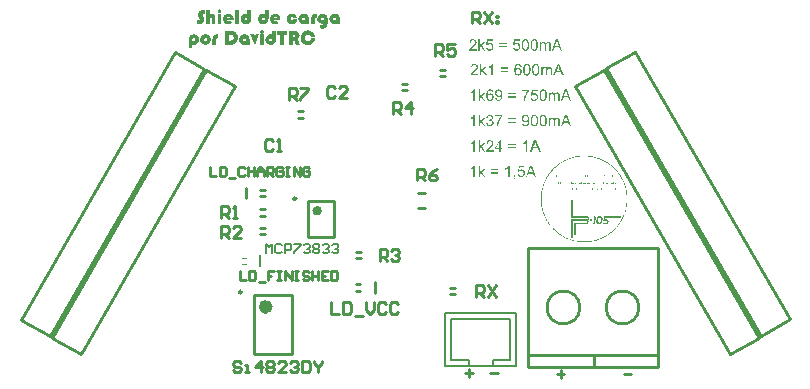
<source format=gto>
%FSLAX44Y44*%
%MOMM*%
G71*
G01*
G75*
G04 Layer_Color=65535*
%ADD10R,0.7000X0.9000*%
%ADD11R,0.8000X1.4000*%
%ADD12O,1.4000X0.3500*%
%ADD13R,0.8000X0.9000*%
%ADD14O,1.4500X0.6000*%
%ADD15C,0.5000*%
%ADD16C,0.2540*%
%ADD17C,0.2500*%
%ADD18C,0.4000*%
%ADD19C,1.5240*%
%ADD20C,1.6000*%
%ADD21R,1.6000X1.6000*%
%ADD22C,1.7000*%
%ADD23C,1.2000*%
%ADD24C,1.2700*%
%ADD25C,0.6000*%
%ADD26C,0.2000*%
%ADD27C,0.1000*%
%ADD28C,0.1270*%
G36*
X445604Y272141D02*
X445692D01*
X445809Y272127D01*
X446072Y272083D01*
X446365Y271995D01*
X446672Y271878D01*
X446979Y271732D01*
X447126Y271629D01*
X447272Y271512D01*
X447287D01*
X447301Y271483D01*
X447389Y271395D01*
X447506Y271249D01*
X447653Y271059D01*
X447813Y270810D01*
X447945Y270517D01*
X448077Y270166D01*
X448150Y269771D01*
X446979Y269683D01*
Y269698D01*
Y269713D01*
X446950Y269800D01*
X446906Y269918D01*
X446862Y270064D01*
X446716Y270400D01*
X446628Y270547D01*
X446526Y270678D01*
X446511Y270708D01*
X446438Y270766D01*
X446336Y270839D01*
X446204Y270942D01*
X446029Y271029D01*
X445824Y271117D01*
X445590Y271176D01*
X445341Y271190D01*
X445238D01*
X445136Y271176D01*
X445004Y271147D01*
X444843Y271117D01*
X444668Y271059D01*
X444507Y270971D01*
X444331Y270868D01*
X444302Y270854D01*
X444244Y270795D01*
X444141Y270693D01*
X444024Y270561D01*
X443878Y270400D01*
X443731Y270196D01*
X443585Y269947D01*
X443453Y269669D01*
Y269654D01*
X443439Y269640D01*
X443424Y269581D01*
X443410Y269522D01*
X443380Y269449D01*
X443351Y269347D01*
X443322Y269230D01*
X443293Y269098D01*
X443263Y268952D01*
X443234Y268791D01*
X443205Y268601D01*
X443176Y268411D01*
X443161Y268191D01*
X443146Y267957D01*
X443132Y267708D01*
Y267460D01*
X443146Y267474D01*
X443205Y267547D01*
X443293Y267665D01*
X443424Y267811D01*
X443571Y267972D01*
X443746Y268133D01*
X443951Y268279D01*
X444170Y268411D01*
X444200Y268425D01*
X444273Y268454D01*
X444404Y268513D01*
X444566Y268571D01*
X444756Y268630D01*
X444975Y268689D01*
X445209Y268718D01*
X445458Y268732D01*
X445575D01*
X445663Y268718D01*
X445765Y268703D01*
X445882Y268689D01*
X446160Y268630D01*
X446467Y268513D01*
X446643Y268454D01*
X446804Y268367D01*
X446979Y268264D01*
X447155Y268147D01*
X447316Y268016D01*
X447477Y267855D01*
X447491Y267840D01*
X447506Y267811D01*
X447550Y267767D01*
X447609Y267694D01*
X447667Y267606D01*
X447740Y267504D01*
X447813Y267386D01*
X447901Y267255D01*
X447974Y267094D01*
X448047Y266933D01*
X448121Y266743D01*
X448179Y266553D01*
X448238Y266333D01*
X448282Y266114D01*
X448296Y265865D01*
X448311Y265616D01*
Y265602D01*
Y265572D01*
Y265528D01*
Y265470D01*
X448296Y265382D01*
Y265294D01*
X448267Y265060D01*
X448208Y264811D01*
X448150Y264519D01*
X448047Y264226D01*
X447916Y263934D01*
Y263919D01*
X447901Y263904D01*
X447872Y263861D01*
X447843Y263802D01*
X447755Y263670D01*
X447638Y263495D01*
X447477Y263305D01*
X447287Y263114D01*
X447082Y262924D01*
X446833Y262749D01*
X446804Y262734D01*
X446716Y262690D01*
X446570Y262617D01*
X446394Y262544D01*
X446160Y262471D01*
X445897Y262397D01*
X445604Y262354D01*
X445297Y262339D01*
X445238D01*
X445151Y262354D01*
X445048D01*
X444931Y262368D01*
X444785Y262397D01*
X444624Y262427D01*
X444448Y262471D01*
X444258Y262529D01*
X444053Y262602D01*
X443863Y262690D01*
X443658Y262792D01*
X443453Y262924D01*
X443249Y263071D01*
X443059Y263232D01*
X442883Y263422D01*
X442868Y263436D01*
X442839Y263480D01*
X442795Y263539D01*
X442737Y263626D01*
X442663Y263743D01*
X442590Y263890D01*
X442503Y264065D01*
X442429Y264270D01*
X442342Y264504D01*
X442254Y264768D01*
X442181Y265060D01*
X442108Y265382D01*
X442049Y265733D01*
X442005Y266128D01*
X441976Y266538D01*
X441961Y266992D01*
Y267006D01*
Y267021D01*
Y267065D01*
Y267108D01*
Y267255D01*
X441976Y267445D01*
X441991Y267679D01*
X442020Y267942D01*
X442049Y268235D01*
X442093Y268542D01*
X442137Y268879D01*
X442210Y269215D01*
X442298Y269552D01*
X442400Y269874D01*
X442517Y270210D01*
X442649Y270503D01*
X442810Y270795D01*
X442985Y271044D01*
X443000Y271059D01*
X443029Y271088D01*
X443073Y271147D01*
X443146Y271220D01*
X443249Y271307D01*
X443351Y271395D01*
X443483Y271498D01*
X443629Y271600D01*
X443790Y271702D01*
X443980Y271805D01*
X444170Y271893D01*
X444390Y271980D01*
X444624Y272054D01*
X444873Y272112D01*
X445136Y272141D01*
X445414Y272156D01*
X445516D01*
X445604Y272141D01*
D02*
G37*
G36*
X303873Y336259D02*
X304126Y336220D01*
X304419Y336181D01*
X304751Y336103D01*
X305082Y336005D01*
X305433Y335869D01*
X305453D01*
X305472Y335849D01*
X305589Y335791D01*
X305746Y335713D01*
X305960Y335576D01*
X306194Y335420D01*
X306428Y335244D01*
X306662Y335010D01*
X306877Y334776D01*
X306896Y334757D01*
X306916Y334718D01*
X306955Y334659D01*
X307013Y334562D01*
X307092Y334445D01*
X307169Y334308D01*
X307248Y334132D01*
X307325Y333937D01*
X307404Y333723D01*
X307482Y333489D01*
X307560Y333216D01*
X307638Y332923D01*
X307696Y332591D01*
X307735Y332260D01*
X307774Y331889D01*
Y331499D01*
Y328670D01*
Y328651D01*
Y328573D01*
Y328456D01*
X307755Y328300D01*
X307735Y328105D01*
X307696Y327871D01*
X307657Y327617D01*
X307618Y327344D01*
X307462Y326759D01*
X307345Y326447D01*
X307228Y326134D01*
X307072Y325822D01*
X306896Y325510D01*
X306701Y325218D01*
X306467Y324945D01*
X306448Y324925D01*
X306409Y324886D01*
X306331Y324808D01*
X306233Y324711D01*
X306097Y324613D01*
X305940Y324496D01*
X305765Y324359D01*
X305550Y324223D01*
X305316Y324086D01*
X305063Y323950D01*
X304770Y323833D01*
X304478Y323735D01*
X304146Y323638D01*
X303814Y323560D01*
X303444Y323521D01*
X303053Y323501D01*
X302936D01*
X302800Y323521D01*
X302605Y323540D01*
X302390Y323579D01*
X302117Y323638D01*
X301805Y323716D01*
X301454Y323833D01*
Y326778D01*
X301473Y326759D01*
X301571Y326720D01*
X301688Y326661D01*
X301844Y326603D01*
X302039Y326525D01*
X302254Y326466D01*
X302488Y326427D01*
X302722Y326408D01*
X302858D01*
X303015Y326447D01*
X303209Y326486D01*
X303424Y326544D01*
X303639Y326642D01*
X303853Y326778D01*
X304048Y326973D01*
X304068Y326993D01*
X304126Y327071D01*
X304204Y327207D01*
X304302Y327383D01*
X304380Y327617D01*
X304458Y327910D01*
X304517Y328241D01*
X304536Y328612D01*
Y331850D01*
Y331870D01*
Y331909D01*
Y331967D01*
X304517Y332065D01*
X304478Y332279D01*
X304400Y332533D01*
X304263Y332786D01*
X304068Y333001D01*
X303951Y333099D01*
X303814Y333157D01*
X303639Y333196D01*
X303444Y333216D01*
X303366D01*
X303268Y333196D01*
X303171Y333177D01*
X303034Y333118D01*
X302897Y333060D01*
X302761Y332962D01*
X302624Y332845D01*
X302605Y332826D01*
X302566Y332786D01*
X302527Y332708D01*
X302468Y332611D01*
X302390Y332494D01*
X302351Y332357D01*
X302312Y332201D01*
X302293Y332026D01*
Y332006D01*
Y331948D01*
X302312Y331850D01*
X302332Y331733D01*
X302371Y331616D01*
X302429Y331479D01*
X302507Y331343D01*
X302605Y331206D01*
X302624Y331187D01*
X302663Y331167D01*
X302741Y331109D01*
X302839Y331050D01*
X302956Y330992D01*
X303092Y330953D01*
X303249Y330914D01*
X303424Y330894D01*
X303541D01*
X303639Y330914D01*
X303834Y330953D01*
X304068Y331031D01*
Y328085D01*
X304029Y328066D01*
X303951Y328046D01*
X303814Y328007D01*
X303639Y327968D01*
X303424Y327910D01*
X303209Y327871D01*
X302956Y327851D01*
X302722Y327832D01*
X302566D01*
X302468Y327851D01*
X302332Y327871D01*
X302176Y327890D01*
X301805Y327988D01*
X301395Y328124D01*
X301181Y328222D01*
X300947Y328319D01*
X300732Y328456D01*
X300518Y328612D01*
X300303Y328787D01*
X300088Y329002D01*
X300069Y329022D01*
X300049Y329061D01*
X299991Y329119D01*
X299913Y329217D01*
X299835Y329334D01*
X299757Y329470D01*
X299659Y329626D01*
X299562Y329802D01*
X299445Y330016D01*
X299347Y330231D01*
X299191Y330719D01*
X299055Y331284D01*
X299035Y331577D01*
X299016Y331889D01*
Y331909D01*
Y331967D01*
Y332065D01*
X299035Y332201D01*
X299055Y332357D01*
X299093Y332552D01*
X299132Y332747D01*
X299172Y332981D01*
X299328Y333469D01*
X299425Y333723D01*
X299562Y333996D01*
X299698Y334249D01*
X299874Y334503D01*
X300069Y334776D01*
X300303Y335010D01*
X300322Y335030D01*
X300361Y335069D01*
X300439Y335127D01*
X300537Y335205D01*
X300674Y335303D01*
X300810Y335420D01*
X300986Y335518D01*
X301200Y335654D01*
X301415Y335771D01*
X301668Y335869D01*
X301922Y335986D01*
X302195Y336083D01*
X302507Y336161D01*
X302819Y336220D01*
X303151Y336259D01*
X303502Y336278D01*
X303678D01*
X303873Y336259D01*
D02*
G37*
G36*
X502429Y269610D02*
X502517D01*
X502619Y269596D01*
X502838Y269552D01*
X503102Y269479D01*
X503365Y269376D01*
X503614Y269230D01*
X503848Y269040D01*
X503877Y269011D01*
X503936Y268937D01*
X504023Y268791D01*
X504140Y268601D01*
X504243Y268352D01*
X504331Y268060D01*
X504389Y267694D01*
X504418Y267489D01*
Y267269D01*
Y262500D01*
X503233D01*
Y266874D01*
Y266889D01*
Y266904D01*
Y266992D01*
Y267123D01*
X503219Y267269D01*
X503190Y267606D01*
X503160Y267767D01*
X503116Y267899D01*
Y267913D01*
X503087Y267957D01*
X503058Y268016D01*
X503014Y268089D01*
X502955Y268162D01*
X502882Y268250D01*
X502794Y268337D01*
X502692Y268411D01*
X502677Y268425D01*
X502634Y268440D01*
X502575Y268469D01*
X502502Y268513D01*
X502399Y268542D01*
X502268Y268571D01*
X502136Y268586D01*
X501990Y268601D01*
X501873D01*
X501726Y268571D01*
X501566Y268542D01*
X501375Y268484D01*
X501171Y268396D01*
X500951Y268264D01*
X500761Y268103D01*
X500746Y268074D01*
X500688Y268016D01*
X500615Y267899D01*
X500527Y267723D01*
X500424Y267504D01*
X500351Y267240D01*
X500293Y266918D01*
X500278Y266538D01*
Y262500D01*
X499093D01*
Y267021D01*
Y267035D01*
Y267050D01*
Y267094D01*
Y267152D01*
X499078Y267299D01*
X499064Y267460D01*
X499020Y267665D01*
X498976Y267855D01*
X498903Y268045D01*
X498800Y268206D01*
X498786Y268220D01*
X498742Y268264D01*
X498683Y268337D01*
X498581Y268411D01*
X498449Y268469D01*
X498288Y268542D01*
X498098Y268586D01*
X497864Y268601D01*
X497776D01*
X497688Y268586D01*
X497557Y268571D01*
X497425Y268542D01*
X497264Y268484D01*
X497103Y268425D01*
X496942Y268337D01*
X496928Y268323D01*
X496869Y268294D01*
X496796Y268220D01*
X496708Y268147D01*
X496606Y268030D01*
X496503Y267899D01*
X496416Y267738D01*
X496328Y267562D01*
X496313Y267533D01*
X496299Y267474D01*
X496269Y267357D01*
X496240Y267196D01*
X496196Y266992D01*
X496167Y266743D01*
X496152Y266450D01*
X496138Y266114D01*
Y262500D01*
X494953D01*
Y269464D01*
X496006D01*
Y268484D01*
X496021Y268513D01*
X496064Y268571D01*
X496138Y268659D01*
X496240Y268776D01*
X496357Y268908D01*
X496503Y269040D01*
X496679Y269186D01*
X496869Y269303D01*
X496898Y269318D01*
X496972Y269347D01*
X497089Y269405D01*
X497235Y269464D01*
X497425Y269522D01*
X497630Y269581D01*
X497879Y269610D01*
X498127Y269625D01*
X498259D01*
X498405Y269610D01*
X498581Y269581D01*
X498771Y269552D01*
X498991Y269493D01*
X499195Y269405D01*
X499386Y269303D01*
X499415Y269288D01*
X499473Y269244D01*
X499561Y269171D01*
X499664Y269069D01*
X499781Y268937D01*
X499898Y268791D01*
X500000Y268601D01*
X500088Y268396D01*
X500103Y268411D01*
X500132Y268454D01*
X500176Y268513D01*
X500234Y268586D01*
X500322Y268689D01*
X500424Y268791D01*
X500541Y268893D01*
X500673Y269011D01*
X500819Y269128D01*
X500980Y269230D01*
X501361Y269435D01*
X501566Y269508D01*
X501785Y269566D01*
X502004Y269610D01*
X502253Y269625D01*
X502355D01*
X502429Y269610D01*
D02*
G37*
G36*
X467213Y265236D02*
X460849D01*
Y266333D01*
X467213D01*
Y265236D01*
D02*
G37*
G36*
Y268147D02*
X460849D01*
Y269244D01*
X467213D01*
Y268147D01*
D02*
G37*
G36*
X287799Y336239D02*
X287974Y336220D01*
X288169Y336200D01*
X288404Y336161D01*
X288638Y336103D01*
X289164Y335966D01*
X289437Y335869D01*
X289711Y335732D01*
X289984Y335596D01*
X290257Y335439D01*
X290510Y335244D01*
X290744Y335030D01*
X290764Y335010D01*
X290803Y334971D01*
X290861Y334913D01*
X290940Y334815D01*
X291017Y334679D01*
X291135Y334542D01*
X291232Y334366D01*
X291349Y334171D01*
X291466Y333937D01*
X291564Y333684D01*
X291681Y333411D01*
X291759Y333118D01*
X291837Y332806D01*
X291895Y332455D01*
X291934Y332104D01*
X291954Y331714D01*
Y327500D01*
X288716D01*
Y331479D01*
Y331519D01*
Y331596D01*
X288696Y331714D01*
X288677Y331870D01*
X288638Y332026D01*
X288579Y332221D01*
X288501Y332396D01*
X288384Y332552D01*
X288365Y332572D01*
X288326Y332611D01*
X288248Y332689D01*
X288150Y332767D01*
X288013Y332826D01*
X287857Y332904D01*
X287682Y332943D01*
X287487Y332962D01*
X287409D01*
X287311Y332943D01*
X287194Y332923D01*
X287058Y332864D01*
X286901Y332806D01*
X286745Y332708D01*
X286609Y332591D01*
X286589Y332572D01*
X286550Y332533D01*
X286492Y332455D01*
X286433Y332338D01*
X286375Y332221D01*
X286316Y332065D01*
X286277Y331889D01*
X286258Y331714D01*
Y331694D01*
Y331636D01*
X286277Y331538D01*
X286297Y331401D01*
X286336Y331265D01*
X286394Y331128D01*
X286472Y330972D01*
X286589Y330836D01*
X286609Y330816D01*
X286648Y330777D01*
X286726Y330738D01*
X286824Y330680D01*
X286940Y330602D01*
X287077Y330563D01*
X287253Y330524D01*
X287428Y330504D01*
X287506D01*
X287584Y330524D01*
X287682D01*
X287955Y330602D01*
X288091Y330641D01*
X288228Y330719D01*
Y327402D01*
X288209D01*
X288150Y327383D01*
X288072D01*
X287974Y327364D01*
X287740Y327344D01*
X287487Y327324D01*
X287292D01*
X287175Y327344D01*
X286999Y327364D01*
X286804Y327383D01*
X286589Y327422D01*
X286355Y327481D01*
X285848Y327637D01*
X285595Y327734D01*
X285321Y327851D01*
X285048Y328007D01*
X284775Y328183D01*
X284522Y328378D01*
X284268Y328592D01*
X284249Y328612D01*
X284209Y328651D01*
X284151Y328729D01*
X284073Y328826D01*
X283975Y328943D01*
X283858Y329100D01*
X283741Y329275D01*
X283624Y329470D01*
X283507Y329685D01*
X283390Y329938D01*
X283273Y330192D01*
X283176Y330485D01*
X283098Y330777D01*
X283039Y331109D01*
X283000Y331441D01*
X282981Y331792D01*
Y331811D01*
Y331870D01*
Y331967D01*
X283000Y332104D01*
X283020Y332260D01*
X283059Y332455D01*
X283098Y332650D01*
X283137Y332884D01*
X283293Y333372D01*
X283390Y333645D01*
X283527Y333898D01*
X283663Y334171D01*
X283839Y334445D01*
X284034Y334698D01*
X284268Y334952D01*
X284287Y334971D01*
X284327Y335010D01*
X284405Y335069D01*
X284502Y335166D01*
X284639Y335264D01*
X284775Y335361D01*
X284951Y335479D01*
X285165Y335615D01*
X285380Y335732D01*
X285614Y335849D01*
X285887Y335947D01*
X286160Y336064D01*
X286453Y336142D01*
X286765Y336200D01*
X287097Y336239D01*
X287448Y336259D01*
X287643D01*
X287799Y336239D01*
D02*
G37*
G36*
X314016D02*
X314192Y336220D01*
X314387Y336200D01*
X314621Y336161D01*
X314855Y336103D01*
X315382Y335966D01*
X315655Y335869D01*
X315928Y335732D01*
X316201Y335596D01*
X316474Y335439D01*
X316728Y335244D01*
X316962Y335030D01*
X316982Y335010D01*
X317021Y334971D01*
X317079Y334913D01*
X317157Y334815D01*
X317235Y334679D01*
X317352Y334542D01*
X317450Y334366D01*
X317567Y334171D01*
X317684Y333937D01*
X317781Y333684D01*
X317898Y333411D01*
X317976Y333118D01*
X318055Y332806D01*
X318113Y332455D01*
X318152Y332104D01*
X318172Y331714D01*
Y327500D01*
X314933D01*
Y331479D01*
Y331519D01*
Y331596D01*
X314914Y331714D01*
X314894Y331870D01*
X314855Y332026D01*
X314797Y332221D01*
X314719Y332396D01*
X314602Y332552D01*
X314582Y332572D01*
X314543Y332611D01*
X314465Y332689D01*
X314368Y332767D01*
X314231Y332826D01*
X314075Y332904D01*
X313899Y332943D01*
X313704Y332962D01*
X313626D01*
X313529Y332943D01*
X313412Y332923D01*
X313275Y332864D01*
X313119Y332806D01*
X312963Y332708D01*
X312827Y332591D01*
X312807Y332572D01*
X312768Y332533D01*
X312710Y332455D01*
X312651Y332338D01*
X312593Y332221D01*
X312534Y332065D01*
X312495Y331889D01*
X312475Y331714D01*
Y331694D01*
Y331636D01*
X312495Y331538D01*
X312514Y331401D01*
X312554Y331265D01*
X312612Y331128D01*
X312690Y330972D01*
X312807Y330836D01*
X312827Y330816D01*
X312866Y330777D01*
X312944Y330738D01*
X313041Y330680D01*
X313158Y330602D01*
X313295Y330563D01*
X313470Y330524D01*
X313646Y330504D01*
X313724D01*
X313802Y330524D01*
X313899D01*
X314173Y330602D01*
X314309Y330641D01*
X314446Y330719D01*
Y327402D01*
X314426D01*
X314368Y327383D01*
X314290D01*
X314192Y327364D01*
X313958Y327344D01*
X313704Y327324D01*
X313509D01*
X313392Y327344D01*
X313217Y327364D01*
X313022Y327383D01*
X312807Y327422D01*
X312573Y327481D01*
X312066Y327637D01*
X311812Y327734D01*
X311539Y327851D01*
X311266Y328007D01*
X310993Y328183D01*
X310739Y328378D01*
X310486Y328592D01*
X310466Y328612D01*
X310427Y328651D01*
X310369Y328729D01*
X310291Y328826D01*
X310193Y328943D01*
X310076Y329100D01*
X309959Y329275D01*
X309842Y329470D01*
X309725Y329685D01*
X309608Y329938D01*
X309491Y330192D01*
X309393Y330485D01*
X309315Y330777D01*
X309257Y331109D01*
X309218Y331441D01*
X309198Y331792D01*
Y331811D01*
Y331870D01*
Y331967D01*
X309218Y332104D01*
X309237Y332260D01*
X309276Y332455D01*
X309315Y332650D01*
X309354Y332884D01*
X309510Y333372D01*
X309608Y333645D01*
X309744Y333898D01*
X309881Y334171D01*
X310057Y334445D01*
X310252Y334698D01*
X310486Y334952D01*
X310505Y334971D01*
X310544Y335010D01*
X310622Y335069D01*
X310720Y335166D01*
X310856Y335264D01*
X310993Y335361D01*
X311168Y335479D01*
X311383Y335615D01*
X311598Y335732D01*
X311832Y335849D01*
X312105Y335947D01*
X312378Y336064D01*
X312670Y336142D01*
X312983Y336200D01*
X313314Y336239D01*
X313665Y336259D01*
X313860D01*
X314016Y336239D01*
D02*
G37*
G36*
X232710Y327500D02*
X229472D01*
Y339263D01*
X232710D01*
Y327500D01*
D02*
G37*
G36*
X208385Y335673D02*
X208424Y335693D01*
X208522Y335771D01*
X208678Y335869D01*
X208892Y335966D01*
X209126Y336083D01*
X209399Y336161D01*
X209692Y336239D01*
X210004Y336259D01*
X210121D01*
X210219Y336239D01*
X210433Y336220D01*
X210726Y336142D01*
X211038Y336044D01*
X211370Y335888D01*
X211682Y335654D01*
X211838Y335518D01*
X211974Y335361D01*
Y335342D01*
X212013Y335322D01*
X212052Y335264D01*
X212091Y335205D01*
X212208Y334991D01*
X212345Y334718D01*
X212481Y334386D01*
X212599Y333957D01*
X212677Y333489D01*
X212716Y332943D01*
Y327500D01*
X209477D01*
Y332045D01*
Y332065D01*
Y332123D01*
Y332221D01*
X209458Y332338D01*
X209438Y332572D01*
X209399Y332689D01*
X209360Y332767D01*
X209341Y332806D01*
X209263Y332864D01*
X209126Y332923D01*
X209029Y332962D01*
X208892D01*
X208834Y332943D01*
X208736Y332923D01*
X208658Y332864D01*
X208561Y332767D01*
X208463Y332630D01*
X208405Y332435D01*
X208385Y332162D01*
Y327500D01*
X205147D01*
Y339263D01*
X208385D01*
Y335673D01*
D02*
G37*
G36*
X217826Y327500D02*
X214588D01*
Y336103D01*
X217826D01*
Y327500D01*
D02*
G37*
G36*
X485618Y270839D02*
X481785D01*
X481259Y268250D01*
X481273Y268264D01*
X481302Y268279D01*
X481346Y268308D01*
X481405Y268352D01*
X481493Y268396D01*
X481580Y268440D01*
X481814Y268557D01*
X482078Y268674D01*
X482385Y268762D01*
X482721Y268835D01*
X483073Y268864D01*
X483190D01*
X483278Y268850D01*
X483395Y268835D01*
X483512Y268820D01*
X483658Y268791D01*
X483804Y268762D01*
X484141Y268645D01*
X484316Y268586D01*
X484492Y268498D01*
X484682Y268396D01*
X484858Y268279D01*
X485033Y268147D01*
X485194Y267986D01*
X485209Y267972D01*
X485238Y267942D01*
X485282Y267899D01*
X485326Y267825D01*
X485399Y267738D01*
X485472Y267635D01*
X485545Y267518D01*
X485633Y267386D01*
X485721Y267226D01*
X485794Y267065D01*
X485867Y266874D01*
X485940Y266684D01*
X485984Y266465D01*
X486028Y266245D01*
X486057Y265997D01*
X486072Y265748D01*
Y265733D01*
Y265689D01*
Y265616D01*
X486057Y265528D01*
X486043Y265411D01*
X486028Y265280D01*
X486013Y265133D01*
X485984Y264972D01*
X485882Y264621D01*
X485750Y264256D01*
X485662Y264051D01*
X485560Y263861D01*
X485443Y263670D01*
X485311Y263495D01*
X485297Y263480D01*
X485267Y263451D01*
X485209Y263392D01*
X485136Y263319D01*
X485048Y263232D01*
X484931Y263129D01*
X484799Y263027D01*
X484638Y262924D01*
X484477Y262807D01*
X484287Y262705D01*
X484067Y262602D01*
X483848Y262515D01*
X483599Y262441D01*
X483351Y262383D01*
X483073Y262354D01*
X482780Y262339D01*
X482648D01*
X482561Y262354D01*
X482458Y262368D01*
X482327Y262383D01*
X482180Y262397D01*
X482019Y262427D01*
X481683Y262515D01*
X481332Y262646D01*
X481156Y262734D01*
X480980Y262836D01*
X480805Y262939D01*
X480644Y263071D01*
X480629Y263085D01*
X480615Y263100D01*
X480571Y263144D01*
X480512Y263202D01*
X480454Y263275D01*
X480381Y263363D01*
X480308Y263465D01*
X480220Y263583D01*
X480059Y263861D01*
X479898Y264197D01*
X479781Y264577D01*
X479737Y264797D01*
X479708Y265016D01*
X480951Y265104D01*
Y265089D01*
Y265060D01*
X480966Y265016D01*
X480980Y264958D01*
X481024Y264797D01*
X481083Y264592D01*
X481156Y264373D01*
X481273Y264153D01*
X481405Y263934D01*
X481580Y263743D01*
X481610Y263729D01*
X481668Y263670D01*
X481771Y263612D01*
X481917Y263524D01*
X482092Y263451D01*
X482297Y263378D01*
X482531Y263319D01*
X482780Y263305D01*
X482868D01*
X482926Y263319D01*
X483087Y263334D01*
X483292Y263378D01*
X483512Y263465D01*
X483760Y263568D01*
X483994Y263729D01*
X484111Y263817D01*
X484229Y263934D01*
Y263948D01*
X484258Y263963D01*
X484316Y264051D01*
X484419Y264197D01*
X484521Y264387D01*
X484623Y264636D01*
X484726Y264929D01*
X484784Y265265D01*
X484814Y265646D01*
Y265660D01*
Y265689D01*
Y265748D01*
X484799Y265806D01*
Y265894D01*
X484784Y265997D01*
X484740Y266231D01*
X484682Y266479D01*
X484580Y266743D01*
X484433Y267006D01*
X484243Y267240D01*
X484214Y267269D01*
X484141Y267328D01*
X484024Y267430D01*
X483848Y267533D01*
X483643Y267635D01*
X483380Y267738D01*
X483087Y267796D01*
X482765Y267825D01*
X482663D01*
X482561Y267811D01*
X482414Y267796D01*
X482253Y267752D01*
X482078Y267708D01*
X481902Y267635D01*
X481727Y267547D01*
X481712Y267533D01*
X481654Y267504D01*
X481566Y267445D01*
X481463Y267372D01*
X481361Y267269D01*
X481244Y267152D01*
X481127Y267021D01*
X481024Y266874D01*
X479912Y267035D01*
X480849Y271966D01*
X485618D01*
Y270839D01*
D02*
G37*
G36*
X452290Y203647D02*
X445926D01*
Y204745D01*
X452290D01*
Y203647D01*
D02*
G37*
G36*
X490578Y272141D02*
X490754Y272112D01*
X490959Y272083D01*
X491193Y272024D01*
X491427Y271936D01*
X491646Y271834D01*
X491675Y271819D01*
X491749Y271776D01*
X491851Y271702D01*
X491997Y271615D01*
X492144Y271483D01*
X492304Y271322D01*
X492465Y271147D01*
X492612Y270942D01*
X492626Y270912D01*
X492670Y270839D01*
X492743Y270708D01*
X492831Y270547D01*
X492919Y270342D01*
X493021Y270093D01*
X493124Y269815D01*
X493212Y269508D01*
Y269493D01*
X493226Y269464D01*
Y269420D01*
X493241Y269347D01*
X493270Y269274D01*
X493285Y269171D01*
X493299Y269040D01*
X493329Y268908D01*
X493343Y268747D01*
X493358Y268586D01*
X493387Y268396D01*
X493402Y268191D01*
X493416Y267972D01*
Y267752D01*
X493431Y267240D01*
Y267226D01*
Y267167D01*
Y267079D01*
Y266962D01*
X493416Y266816D01*
Y266655D01*
X493402Y266465D01*
X493387Y266260D01*
X493343Y265821D01*
X493285Y265368D01*
X493197Y264914D01*
X493138Y264709D01*
X493080Y264504D01*
Y264490D01*
X493065Y264460D01*
X493051Y264402D01*
X493021Y264329D01*
X492977Y264241D01*
X492934Y264153D01*
X492817Y263919D01*
X492670Y263656D01*
X492495Y263392D01*
X492290Y263129D01*
X492041Y262895D01*
X492026D01*
X492012Y262866D01*
X491968Y262851D01*
X491924Y262807D01*
X491763Y262719D01*
X491573Y262617D01*
X491310Y262515D01*
X491017Y262427D01*
X490681Y262368D01*
X490300Y262339D01*
X490168D01*
X490066Y262354D01*
X489949Y262368D01*
X489817Y262397D01*
X489671Y262427D01*
X489510Y262456D01*
X489159Y262573D01*
X488969Y262661D01*
X488793Y262749D01*
X488603Y262866D01*
X488427Y262997D01*
X488266Y263144D01*
X488106Y263319D01*
X488091Y263334D01*
X488062Y263378D01*
X488018Y263451D01*
X487959Y263553D01*
X487886Y263685D01*
X487813Y263846D01*
X487725Y264036D01*
X487637Y264270D01*
X487550Y264519D01*
X487462Y264811D01*
X487389Y265133D01*
X487315Y265485D01*
X487257Y265880D01*
X487213Y266289D01*
X487184Y266757D01*
X487169Y267240D01*
Y267255D01*
Y267313D01*
Y267401D01*
Y267518D01*
X487184Y267665D01*
Y267825D01*
X487198Y268016D01*
X487213Y268220D01*
X487257Y268659D01*
X487315Y269113D01*
X487389Y269566D01*
X487447Y269771D01*
X487506Y269976D01*
Y269991D01*
X487520Y270020D01*
X487550Y270079D01*
X487579Y270152D01*
X487608Y270239D01*
X487652Y270342D01*
X487769Y270576D01*
X487915Y270839D01*
X488091Y271103D01*
X488296Y271351D01*
X488544Y271585D01*
X488559D01*
X488574Y271615D01*
X488618Y271644D01*
X488676Y271673D01*
X488822Y271761D01*
X489027Y271878D01*
X489276Y271980D01*
X489583Y272068D01*
X489920Y272127D01*
X490300Y272156D01*
X490432D01*
X490578Y272141D01*
D02*
G37*
G36*
X452290Y200736D02*
X445926D01*
Y201833D01*
X452290D01*
Y200736D01*
D02*
G37*
G36*
X484375Y198000D02*
X482941D01*
X481829Y200911D01*
X477791D01*
X476752Y198000D01*
X475406D01*
X479079Y207612D01*
X480468D01*
X484375Y198000D01*
D02*
G37*
G36*
X474426Y206339D02*
X470593D01*
X470066Y203750D01*
X470081Y203764D01*
X470110Y203779D01*
X470154Y203808D01*
X470213Y203852D01*
X470300Y203896D01*
X470388Y203940D01*
X470622Y204057D01*
X470886Y204174D01*
X471193Y204262D01*
X471529Y204335D01*
X471880Y204364D01*
X471997D01*
X472085Y204350D01*
X472202Y204335D01*
X472319Y204320D01*
X472466Y204291D01*
X472612Y204262D01*
X472948Y204145D01*
X473124Y204086D01*
X473300Y203998D01*
X473490Y203896D01*
X473665Y203779D01*
X473841Y203647D01*
X474002Y203486D01*
X474016Y203472D01*
X474046Y203442D01*
X474090Y203399D01*
X474133Y203326D01*
X474207Y203238D01*
X474280Y203135D01*
X474353Y203018D01*
X474441Y202887D01*
X474529Y202726D01*
X474602Y202565D01*
X474675Y202374D01*
X474748Y202184D01*
X474792Y201965D01*
X474836Y201745D01*
X474865Y201497D01*
X474880Y201248D01*
Y201233D01*
Y201189D01*
Y201116D01*
X474865Y201028D01*
X474850Y200911D01*
X474836Y200780D01*
X474821Y200634D01*
X474792Y200473D01*
X474689Y200121D01*
X474558Y199756D01*
X474470Y199551D01*
X474368Y199361D01*
X474250Y199170D01*
X474119Y198995D01*
X474104Y198980D01*
X474075Y198951D01*
X474016Y198892D01*
X473943Y198819D01*
X473856Y198731D01*
X473739Y198629D01*
X473607Y198527D01*
X473446Y198424D01*
X473285Y198307D01*
X473095Y198205D01*
X472875Y198102D01*
X472656Y198015D01*
X472407Y197941D01*
X472158Y197883D01*
X471880Y197854D01*
X471588Y197839D01*
X471456D01*
X471368Y197854D01*
X471266Y197868D01*
X471134Y197883D01*
X470988Y197898D01*
X470827Y197927D01*
X470490Y198015D01*
X470139Y198146D01*
X469964Y198234D01*
X469788Y198337D01*
X469613Y198439D01*
X469452Y198571D01*
X469437Y198585D01*
X469422Y198600D01*
X469379Y198644D01*
X469320Y198702D01*
X469262Y198775D01*
X469188Y198863D01*
X469115Y198966D01*
X469027Y199083D01*
X468867Y199361D01*
X468706Y199697D01*
X468589Y200077D01*
X468545Y200297D01*
X468515Y200516D01*
X469759Y200604D01*
Y200590D01*
Y200560D01*
X469774Y200516D01*
X469788Y200458D01*
X469832Y200297D01*
X469891Y200092D01*
X469964Y199873D01*
X470081Y199653D01*
X470213Y199434D01*
X470388Y199244D01*
X470417Y199229D01*
X470476Y199170D01*
X470578Y199112D01*
X470725Y199024D01*
X470900Y198951D01*
X471105Y198878D01*
X471339Y198819D01*
X471588Y198805D01*
X471676D01*
X471734Y198819D01*
X471895Y198834D01*
X472100Y198878D01*
X472319Y198966D01*
X472568Y199068D01*
X472802Y199229D01*
X472919Y199317D01*
X473036Y199434D01*
Y199448D01*
X473065Y199463D01*
X473124Y199551D01*
X473226Y199697D01*
X473329Y199887D01*
X473431Y200136D01*
X473534Y200429D01*
X473592Y200765D01*
X473621Y201145D01*
Y201160D01*
Y201189D01*
Y201248D01*
X473607Y201306D01*
Y201394D01*
X473592Y201497D01*
X473548Y201731D01*
X473490Y201980D01*
X473387Y202243D01*
X473241Y202506D01*
X473051Y202740D01*
X473022Y202770D01*
X472948Y202828D01*
X472831Y202930D01*
X472656Y203033D01*
X472451Y203135D01*
X472188Y203238D01*
X471895Y203296D01*
X471573Y203326D01*
X471471D01*
X471368Y203311D01*
X471222Y203296D01*
X471061Y203252D01*
X470886Y203208D01*
X470710Y203135D01*
X470534Y203048D01*
X470520Y203033D01*
X470461Y203004D01*
X470373Y202945D01*
X470271Y202872D01*
X470169Y202770D01*
X470052Y202652D01*
X469935Y202521D01*
X469832Y202374D01*
X468720Y202535D01*
X469657Y207466D01*
X474426D01*
Y206339D01*
D02*
G37*
G36*
X514206Y262500D02*
X512772D01*
X511660Y265411D01*
X507622D01*
X506584Y262500D01*
X505238D01*
X508910Y272112D01*
X510300D01*
X514206Y262500D01*
D02*
G37*
G36*
X452656Y272141D02*
X452729D01*
X452832Y272127D01*
X453066Y272097D01*
X453329Y272024D01*
X453607Y271936D01*
X453914Y271819D01*
X454207Y271644D01*
X454221D01*
X454236Y271615D01*
X454280Y271585D01*
X454339Y271556D01*
X454470Y271439D01*
X454646Y271278D01*
X454836Y271059D01*
X455041Y270825D01*
X455231Y270532D01*
X455392Y270196D01*
Y270181D01*
X455407Y270152D01*
X455436Y270093D01*
X455451Y270020D01*
X455494Y269932D01*
X455524Y269815D01*
X455553Y269669D01*
X455597Y269508D01*
X455641Y269332D01*
X455670Y269128D01*
X455714Y268908D01*
X455743Y268674D01*
X455758Y268411D01*
X455787Y268133D01*
X455802Y267825D01*
Y267504D01*
Y267489D01*
Y267416D01*
Y267328D01*
Y267196D01*
X455787Y267050D01*
Y266860D01*
X455772Y266670D01*
X455758Y266450D01*
X455699Y265982D01*
X455626Y265485D01*
X455524Y265002D01*
X455465Y264782D01*
X455392Y264563D01*
Y264548D01*
X455377Y264519D01*
X455348Y264460D01*
X455319Y264387D01*
X455275Y264285D01*
X455231Y264182D01*
X455099Y263948D01*
X454924Y263670D01*
X454719Y263392D01*
X454485Y263129D01*
X454207Y262895D01*
X454192D01*
X454178Y262866D01*
X454134Y262851D01*
X454061Y262807D01*
X453987Y262763D01*
X453900Y262719D01*
X453680Y262617D01*
X453402Y262515D01*
X453095Y262427D01*
X452729Y262368D01*
X452349Y262339D01*
X452246D01*
X452159Y262354D01*
X452071D01*
X451954Y262368D01*
X451690Y262412D01*
X451398Y262485D01*
X451091Y262602D01*
X450798Y262749D01*
X450505Y262953D01*
X450491Y262968D01*
X450476Y262983D01*
X450388Y263071D01*
X450271Y263217D01*
X450125Y263407D01*
X449979Y263656D01*
X449847Y263963D01*
X449730Y264314D01*
X449657Y264724D01*
X450783Y264811D01*
Y264797D01*
Y264782D01*
X450798Y264738D01*
X450813Y264680D01*
X450842Y264534D01*
X450900Y264373D01*
X450974Y264182D01*
X451061Y263992D01*
X451178Y263802D01*
X451325Y263656D01*
X451339Y263641D01*
X451398Y263597D01*
X451486Y263539D01*
X451617Y263480D01*
X451764Y263422D01*
X451939Y263363D01*
X452144Y263319D01*
X452378Y263305D01*
X452466D01*
X452568Y263319D01*
X452700Y263334D01*
X452846Y263363D01*
X453007Y263407D01*
X453168Y263465D01*
X453329Y263553D01*
X453344Y263568D01*
X453402Y263597D01*
X453475Y263656D01*
X453563Y263729D01*
X453680Y263817D01*
X453783Y263934D01*
X453900Y264065D01*
X454002Y264212D01*
X454017Y264226D01*
X454046Y264285D01*
X454090Y264387D01*
X454163Y264519D01*
X454221Y264680D01*
X454295Y264870D01*
X454368Y265089D01*
X454441Y265338D01*
Y265353D01*
X454456Y265368D01*
Y265411D01*
X454470Y265455D01*
X454500Y265602D01*
X454529Y265792D01*
X454558Y266011D01*
X454587Y266245D01*
X454617Y266509D01*
Y266787D01*
Y266801D01*
Y266845D01*
Y266918D01*
Y267021D01*
X454602Y266992D01*
X454543Y266933D01*
X454470Y266816D01*
X454353Y266699D01*
X454221Y266553D01*
X454046Y266392D01*
X453856Y266245D01*
X453636Y266099D01*
X453607Y266084D01*
X453534Y266040D01*
X453402Y265997D01*
X453241Y265938D01*
X453051Y265865D01*
X452832Y265821D01*
X452583Y265777D01*
X452320Y265763D01*
X452202D01*
X452115Y265777D01*
X452012Y265792D01*
X451895Y265806D01*
X451617Y265865D01*
X451295Y265967D01*
X451134Y266040D01*
X450959Y266128D01*
X450798Y266231D01*
X450622Y266348D01*
X450462Y266479D01*
X450301Y266626D01*
X450286Y266640D01*
X450271Y266670D01*
X450227Y266714D01*
X450169Y266787D01*
X450110Y266874D01*
X450037Y266977D01*
X449964Y267094D01*
X449891Y267240D01*
X449818Y267386D01*
X449745Y267562D01*
X449672Y267752D01*
X449613Y267957D01*
X449554Y268176D01*
X449510Y268396D01*
X449496Y268645D01*
X449481Y268908D01*
Y268923D01*
Y268967D01*
Y269054D01*
X449496Y269157D01*
X449510Y269274D01*
X449525Y269420D01*
X449554Y269581D01*
X449584Y269757D01*
X449686Y270122D01*
X449759Y270327D01*
X449847Y270517D01*
X449935Y270722D01*
X450052Y270912D01*
X450183Y271088D01*
X450330Y271264D01*
X450345Y271278D01*
X450374Y271307D01*
X450418Y271351D01*
X450491Y271410D01*
X450564Y271468D01*
X450666Y271542D01*
X450783Y271629D01*
X450930Y271717D01*
X451076Y271790D01*
X451237Y271878D01*
X451603Y272024D01*
X451808Y272068D01*
X452027Y272112D01*
X452261Y272141D01*
X452495Y272156D01*
X452583D01*
X452656Y272141D01*
D02*
G37*
G36*
X478537Y271073D02*
X478523Y271059D01*
X478493Y271029D01*
X478450Y270971D01*
X478376Y270898D01*
X478303Y270795D01*
X478201Y270678D01*
X478084Y270532D01*
X477967Y270386D01*
X477835Y270210D01*
X477689Y270005D01*
X477528Y269800D01*
X477381Y269566D01*
X477220Y269318D01*
X477045Y269054D01*
X476884Y268762D01*
X476708Y268469D01*
X476694Y268454D01*
X476665Y268396D01*
X476621Y268308D01*
X476562Y268191D01*
X476489Y268045D01*
X476401Y267869D01*
X476299Y267665D01*
X476196Y267445D01*
X476094Y267211D01*
X475977Y266948D01*
X475860Y266670D01*
X475743Y266377D01*
X475523Y265777D01*
X475319Y265133D01*
Y265119D01*
X475304Y265075D01*
X475289Y265016D01*
X475260Y264929D01*
X475231Y264811D01*
X475201Y264680D01*
X475172Y264519D01*
X475128Y264358D01*
X475099Y264168D01*
X475055Y263963D01*
X474982Y263524D01*
X474924Y263027D01*
X474880Y262500D01*
X473665D01*
Y262515D01*
Y262558D01*
Y262617D01*
X473680Y262705D01*
Y262807D01*
X473695Y262939D01*
X473709Y263100D01*
X473724Y263261D01*
X473753Y263451D01*
X473782Y263670D01*
X473812Y263890D01*
X473856Y264124D01*
X473899Y264387D01*
X473958Y264651D01*
X474104Y265236D01*
Y265250D01*
X474119Y265309D01*
X474148Y265397D01*
X474177Y265514D01*
X474221Y265660D01*
X474280Y265821D01*
X474338Y266011D01*
X474412Y266231D01*
X474499Y266450D01*
X474587Y266699D01*
X474792Y267226D01*
X475041Y267782D01*
X475319Y268337D01*
X475333Y268352D01*
X475362Y268411D01*
X475406Y268484D01*
X475465Y268586D01*
X475538Y268718D01*
X475626Y268864D01*
X475728Y269025D01*
X475831Y269215D01*
X476094Y269610D01*
X476387Y270035D01*
X476694Y270459D01*
X477030Y270868D01*
X472319D01*
Y271995D01*
X478537D01*
Y271073D01*
D02*
G37*
G36*
X432291Y262500D02*
X431105D01*
Y270020D01*
X431091Y270005D01*
X431032Y269947D01*
X430930Y269874D01*
X430798Y269771D01*
X430637Y269640D01*
X430447Y269508D01*
X430228Y269347D01*
X429979Y269201D01*
X429964D01*
X429950Y269186D01*
X429862Y269128D01*
X429730Y269054D01*
X429569Y268967D01*
X429379Y268864D01*
X429174Y268776D01*
X428955Y268674D01*
X428750Y268586D01*
Y269742D01*
X428765D01*
X428794Y269757D01*
X428852Y269786D01*
X428911Y269830D01*
X428999Y269874D01*
X429101Y269918D01*
X429335Y270049D01*
X429599Y270210D01*
X429891Y270400D01*
X430184Y270620D01*
X430462Y270854D01*
X430476Y270868D01*
X430491Y270883D01*
X430579Y270971D01*
X430710Y271103D01*
X430871Y271264D01*
X431047Y271468D01*
X431222Y271688D01*
X431384Y271922D01*
X431515Y272156D01*
X432291D01*
Y262500D01*
D02*
G37*
G36*
X436811Y266640D02*
X439606Y269464D01*
X441142D01*
X438479Y266874D01*
X441405Y262500D01*
X439942D01*
X437631Y266055D01*
X436811Y265265D01*
Y262500D01*
X435626D01*
Y272112D01*
X436811D01*
Y266640D01*
D02*
G37*
G36*
X224069Y336259D02*
X224225Y336239D01*
X224420Y336220D01*
X224634Y336181D01*
X224849Y336122D01*
X225356Y335966D01*
X225610Y335869D01*
X225863Y335752D01*
X226137Y335596D01*
X226390Y335420D01*
X226663Y335225D01*
X226897Y335010D01*
X226917Y334991D01*
X226956Y334952D01*
X227014Y334874D01*
X227092Y334776D01*
X227190Y334659D01*
X227307Y334503D01*
X227424Y334347D01*
X227541Y334152D01*
X227658Y333918D01*
X227775Y333684D01*
X227892Y333430D01*
X227990Y333157D01*
X228068Y332864D01*
X228126Y332552D01*
X228165Y332221D01*
X228185Y331870D01*
Y331831D01*
Y331733D01*
Y331655D01*
X228165Y331558D01*
Y331421D01*
X228146Y331284D01*
X223249D01*
Y331304D01*
X223230Y331343D01*
X223211Y331421D01*
Y331499D01*
X223172Y331714D01*
X223152Y331948D01*
Y331967D01*
Y332026D01*
Y332104D01*
X223172Y332221D01*
X223191Y332338D01*
X223211Y332494D01*
X223288Y332806D01*
X224927D01*
Y332826D01*
Y332845D01*
X224888Y332962D01*
X224830Y333118D01*
X224732Y333294D01*
X224596Y333469D01*
X224400Y333606D01*
X224166Y333723D01*
X224010Y333742D01*
X223854Y333762D01*
X223757D01*
X223640Y333742D01*
X223503Y333703D01*
X223347Y333625D01*
X223191Y333547D01*
X223035Y333411D01*
X222879Y333235D01*
X222859Y333216D01*
X222820Y333138D01*
X222762Y333040D01*
X222703Y332884D01*
X222625Y332689D01*
X222567Y332474D01*
X222528Y332221D01*
X222508Y331928D01*
Y331889D01*
Y331792D01*
X222528Y331636D01*
X222547Y331441D01*
X222586Y331226D01*
X222664Y330992D01*
X222742Y330777D01*
X222859Y330563D01*
X222879Y330543D01*
X222918Y330485D01*
X223015Y330407D01*
X223113Y330309D01*
X223249Y330211D01*
X223425Y330134D01*
X223601Y330075D01*
X223815Y330055D01*
X223893D01*
X223991Y330075D01*
X224108Y330114D01*
X224264Y330173D01*
X224420Y330270D01*
X224576Y330387D01*
X224752Y330543D01*
X226585Y328319D01*
X226566Y328300D01*
X226527Y328280D01*
X226449Y328222D01*
X226351Y328163D01*
X226234Y328085D01*
X226098Y328007D01*
X225922Y327910D01*
X225746Y327832D01*
X225317Y327637D01*
X224849Y327481D01*
X224303Y327364D01*
X224030Y327344D01*
X223737Y327324D01*
X223562D01*
X223425Y327344D01*
X223249Y327364D01*
X223054Y327383D01*
X222859Y327422D01*
X222625Y327481D01*
X222118Y327637D01*
X221845Y327734D01*
X221572Y327851D01*
X221299Y328007D01*
X221026Y328183D01*
X220772Y328378D01*
X220518Y328592D01*
X220499Y328612D01*
X220460Y328651D01*
X220401Y328729D01*
X220323Y328826D01*
X220226Y328943D01*
X220109Y329100D01*
X219992Y329275D01*
X219875Y329470D01*
X219758Y329685D01*
X219641Y329938D01*
X219524Y330192D01*
X219426Y330485D01*
X219348Y330777D01*
X219290Y331089D01*
X219251Y331421D01*
X219231Y331772D01*
Y331792D01*
Y331850D01*
Y331948D01*
X219251Y332084D01*
X219270Y332260D01*
X219309Y332435D01*
X219348Y332650D01*
X219387Y332884D01*
X219543Y333391D01*
X219660Y333645D01*
X219777Y333918D01*
X219933Y334191D01*
X220109Y334464D01*
X220304Y334718D01*
X220538Y334971D01*
X220557Y334991D01*
X220597Y335030D01*
X220675Y335088D01*
X220772Y335186D01*
X220909Y335283D01*
X221045Y335381D01*
X221221Y335498D01*
X221435Y335634D01*
X221650Y335752D01*
X221903Y335869D01*
X222157Y335966D01*
X222450Y336083D01*
X222742Y336161D01*
X223074Y336220D01*
X223406Y336259D01*
X223757Y336278D01*
X223932D01*
X224069Y336259D01*
D02*
G37*
G36*
X264049Y314604D02*
Y314584D01*
Y314526D01*
Y314409D01*
X264030Y314272D01*
X264010Y314097D01*
X263991Y313901D01*
X263971Y313687D01*
X263913Y313453D01*
X263796Y312946D01*
X263601Y312399D01*
X263484Y312146D01*
X263347Y311873D01*
X263191Y311619D01*
X262996Y311385D01*
X262976Y311346D01*
X262898Y311268D01*
X262762Y311131D01*
X262586Y310975D01*
X262372Y310780D01*
X262118Y310605D01*
X261826Y310410D01*
X261494Y310234D01*
X261474D01*
X261455Y310215D01*
X261338Y310176D01*
X261162Y310098D01*
X260909Y310039D01*
X260636Y309961D01*
X260304Y309883D01*
X259972Y309844D01*
X259602Y309824D01*
X259426D01*
X259290Y309844D01*
X259114Y309863D01*
X258919Y309902D01*
X258704Y309942D01*
X258490Y309981D01*
X257963Y310137D01*
X257710Y310234D01*
X257436Y310371D01*
X257163Y310507D01*
X256890Y310683D01*
X256617Y310878D01*
X256364Y311112D01*
X256344Y311131D01*
X256305Y311170D01*
X256246Y311248D01*
X256168Y311346D01*
X256051Y311463D01*
X255954Y311619D01*
X255837Y311795D01*
X255720Y311990D01*
X255583Y312204D01*
X255466Y312458D01*
X255369Y312712D01*
X255271Y312985D01*
X255174Y313277D01*
X255115Y313609D01*
X255076Y313921D01*
X255056Y314272D01*
Y314292D01*
Y314350D01*
Y314448D01*
X255076Y314584D01*
X255096Y314740D01*
X255135Y314916D01*
X255174Y315130D01*
X255213Y315345D01*
X255369Y315833D01*
X255486Y316106D01*
X255603Y316359D01*
X255759Y316632D01*
X255934Y316905D01*
X256129Y317159D01*
X256364Y317413D01*
X256383Y317432D01*
X256422Y317471D01*
X256500Y317530D01*
X256598Y317627D01*
X256715Y317725D01*
X256871Y317842D01*
X257046Y317959D01*
X257241Y318095D01*
X257456Y318213D01*
X257690Y318330D01*
X258217Y318544D01*
X258509Y318642D01*
X258802Y318700D01*
X259114Y318739D01*
X259446Y318759D01*
X259797D01*
X259933Y318739D01*
X260109D01*
X260324Y318720D01*
Y315150D01*
X260304Y315169D01*
X260245Y315208D01*
X260167Y315247D01*
X260070Y315306D01*
X259816Y315423D01*
X259680Y315443D01*
X259524Y315462D01*
X259446D01*
X259348Y315443D01*
X259231Y315423D01*
X259095Y315364D01*
X258958Y315306D01*
X258802Y315208D01*
X258665Y315091D01*
X258646Y315072D01*
X258607Y315033D01*
X258548Y314955D01*
X258490Y314838D01*
X258431Y314721D01*
X258373Y314565D01*
X258334Y314389D01*
X258314Y314214D01*
Y314194D01*
Y314135D01*
X258334Y314038D01*
X258353Y313921D01*
X258392Y313784D01*
X258470Y313648D01*
X258548Y313492D01*
X258665Y313355D01*
X258685Y313336D01*
X258724Y313297D01*
X258802Y313238D01*
X258919Y313180D01*
X259056Y313121D01*
X259192Y313063D01*
X259368Y313024D01*
X259563Y313004D01*
X259621D01*
X259680Y313024D01*
X259758D01*
X259953Y313102D01*
X260070Y313141D01*
X260187Y313219D01*
X260304Y313316D01*
X260421Y313433D01*
X260518Y313570D01*
X260616Y313726D01*
X260694Y313921D01*
X260753Y314155D01*
X260792Y314428D01*
X260811Y314721D01*
Y321763D01*
X264049D01*
Y314604D01*
D02*
G37*
G36*
X214247Y318759D02*
X214384D01*
X214560Y318739D01*
X214755Y318720D01*
X214969Y318681D01*
Y315228D01*
X214950D01*
X214911Y315267D01*
X214852Y315286D01*
X214755Y315326D01*
X214560Y315384D01*
X214345Y315423D01*
X214306D01*
X214208Y315403D01*
X214072Y315345D01*
X213916Y315247D01*
X213838Y315189D01*
X213760Y315091D01*
X213682Y314994D01*
X213623Y314857D01*
X213565Y314701D01*
X213526Y314526D01*
X213506Y314311D01*
X213487Y314077D01*
Y310000D01*
X210249D01*
Y314701D01*
Y314721D01*
Y314779D01*
Y314877D01*
X210268Y315013D01*
X210287Y315169D01*
X210307Y315345D01*
X210326Y315540D01*
X210385Y315774D01*
X210502Y316242D01*
X210678Y316730D01*
X210795Y316984D01*
X210931Y317218D01*
X211087Y317452D01*
X211263Y317666D01*
X211282Y317686D01*
X211302Y317705D01*
X211360Y317764D01*
X211458Y317842D01*
X211556Y317920D01*
X211672Y318017D01*
X211809Y318115D01*
X211985Y318232D01*
X212160Y318330D01*
X212375Y318427D01*
X212843Y318603D01*
X213097Y318681D01*
X213370Y318739D01*
X213662Y318759D01*
X213974Y318778D01*
X214130D01*
X214247Y318759D01*
D02*
G37*
G36*
X194740Y318739D02*
X194916Y318720D01*
X195111Y318681D01*
X195326Y318642D01*
X195560Y318603D01*
X196067Y318447D01*
X196320Y318330D01*
X196593Y318213D01*
X196866Y318057D01*
X197140Y317881D01*
X197413Y317686D01*
X197666Y317452D01*
X197686Y317432D01*
X197725Y317393D01*
X197783Y317315D01*
X197881Y317218D01*
X197978Y317101D01*
X198095Y316945D01*
X198213Y316769D01*
X198330Y316574D01*
X198447Y316359D01*
X198583Y316106D01*
X198681Y315852D01*
X198778Y315579D01*
X198876Y315286D01*
X198934Y314974D01*
X198973Y314643D01*
X198993Y314292D01*
Y314272D01*
Y314214D01*
Y314116D01*
X198973Y313979D01*
X198954Y313823D01*
X198915Y313648D01*
X198876Y313433D01*
X198837Y313219D01*
X198661Y312712D01*
X198564Y312458D01*
X198427Y312185D01*
X198291Y311912D01*
X198095Y311658D01*
X197900Y311385D01*
X197666Y311131D01*
X197647Y311112D01*
X197608Y311073D01*
X197530Y311014D01*
X197432Y310936D01*
X197315Y310819D01*
X197159Y310722D01*
X196984Y310605D01*
X196789Y310488D01*
X196574Y310351D01*
X196340Y310234D01*
X195813Y310039D01*
X195520Y309942D01*
X195228Y309883D01*
X194916Y309844D01*
X194584Y309824D01*
X194370D01*
X194253Y309844D01*
X194097D01*
X193921Y309863D01*
X193726Y309883D01*
Y313433D01*
X193745Y313414D01*
X193784Y313394D01*
X193862Y313336D01*
X193979Y313277D01*
X194214Y313180D01*
X194370Y313141D01*
X194506Y313121D01*
X194584D01*
X194682Y313141D01*
X194799Y313160D01*
X194935Y313199D01*
X195091Y313277D01*
X195228Y313355D01*
X195364Y313472D01*
X195384Y313492D01*
X195423Y313531D01*
X195481Y313609D01*
X195560Y313726D01*
X195618Y313843D01*
X195677Y313999D01*
X195716Y314174D01*
X195735Y314350D01*
Y314370D01*
Y314428D01*
X195716Y314526D01*
X195696Y314643D01*
X195638Y314779D01*
X195579Y314935D01*
X195481Y315072D01*
X195364Y315208D01*
X195345Y315228D01*
X195306Y315267D01*
X195228Y315326D01*
X195111Y315403D01*
X194974Y315462D01*
X194838Y315520D01*
X194662Y315560D01*
X194467Y315579D01*
X194409D01*
X194350Y315560D01*
X194272D01*
X194077Y315481D01*
X193960Y315443D01*
X193862Y315364D01*
X193745Y315267D01*
X193628Y315169D01*
X193531Y315013D01*
X193433Y314857D01*
X193355Y314662D01*
X193297Y314428D01*
X193258Y314174D01*
X193238Y313862D01*
Y306820D01*
X190000D01*
Y313979D01*
Y313999D01*
Y314058D01*
Y314174D01*
X190019Y314311D01*
X190039Y314467D01*
X190058Y314662D01*
X190078Y314877D01*
X190137Y315130D01*
X190254Y315638D01*
X190429Y316164D01*
X190546Y316437D01*
X190702Y316710D01*
X190858Y316964D01*
X191034Y317198D01*
X191053Y317237D01*
X191131Y317315D01*
X191268Y317452D01*
X191444Y317608D01*
X191658Y317783D01*
X191912Y317978D01*
X192204Y318154D01*
X192536Y318330D01*
X192555D01*
X192575Y318349D01*
X192692Y318388D01*
X192887Y318466D01*
X193121Y318544D01*
X193394Y318622D01*
X193726Y318700D01*
X194077Y318739D01*
X194428Y318759D01*
X194623D01*
X194740Y318739D01*
D02*
G37*
G36*
X273764Y318369D02*
X271091D01*
Y310000D01*
X267600D01*
Y318369D01*
X264908D01*
Y321763D01*
X273764D01*
Y318369D01*
D02*
G37*
G36*
X279870Y321743D02*
X280045Y321724D01*
X280240Y321704D01*
X280474Y321685D01*
X280709Y321626D01*
X281216Y321509D01*
X281742Y321334D01*
X281996Y321217D01*
X282250Y321080D01*
X282503Y320905D01*
X282718Y320729D01*
X282737Y320709D01*
X282776Y320670D01*
X282835Y320612D01*
X282913Y320534D01*
X283010Y320417D01*
X283127Y320280D01*
X283225Y320124D01*
X283361Y319949D01*
X283479Y319754D01*
X283576Y319539D01*
X283791Y319051D01*
X283869Y318778D01*
X283927Y318486D01*
X283966Y318174D01*
X283986Y317861D01*
Y317842D01*
Y317783D01*
X283966Y317686D01*
Y317569D01*
X283947Y317413D01*
X283908Y317237D01*
X283849Y317023D01*
X283791Y316808D01*
X283713Y316574D01*
X283596Y316340D01*
X283479Y316086D01*
X283322Y315833D01*
X283147Y315579D01*
X282932Y315326D01*
X282679Y315091D01*
X282406Y314857D01*
X284434Y310000D01*
X280767D01*
X279070Y313784D01*
Y316828D01*
X279440D01*
X279519Y316847D01*
X279694Y316886D01*
X279909Y316945D01*
X280104Y317062D01*
X280279Y317218D01*
X280357Y317335D01*
X280416Y317452D01*
X280435Y317608D01*
X280455Y317764D01*
Y317783D01*
Y317803D01*
X280435Y317900D01*
X280396Y318037D01*
X280299Y318193D01*
X280143Y318330D01*
X280045Y318408D01*
X279909Y318466D01*
X279772Y318525D01*
X279597Y318564D01*
X279401Y318603D01*
X278563D01*
Y310000D01*
X275071D01*
Y321763D01*
X279733D01*
X279870Y321743D01*
D02*
G37*
G36*
X510007Y146469D02*
X510336D01*
Y146304D01*
X510829D01*
Y146140D01*
X511158D01*
Y145976D01*
Y145811D01*
Y145647D01*
Y145482D01*
X510665D01*
Y145647D01*
X510500D01*
Y145811D01*
X510007D01*
Y145647D01*
X509843D01*
Y145811D01*
Y145976D01*
Y146140D01*
Y146304D01*
Y146469D01*
Y146633D01*
X510007D01*
Y146469D01*
D02*
G37*
G36*
X498337Y155016D02*
X498501D01*
Y154852D01*
X498665D01*
Y154688D01*
X498830D01*
Y154523D01*
X498994D01*
Y154359D01*
X499159D01*
Y154194D01*
Y154030D01*
X499323D01*
Y153866D01*
X499487D01*
Y153701D01*
X499652D01*
Y153537D01*
X499980D01*
Y153372D01*
X500145D01*
Y153208D01*
X500309D01*
Y153044D01*
X500474D01*
Y152879D01*
X500638D01*
Y152715D01*
X500802D01*
Y152551D01*
X500967D01*
Y152386D01*
X501131D01*
Y152222D01*
X501295D01*
Y152058D01*
X501460D01*
Y151893D01*
X501788D01*
Y151729D01*
X501953D01*
Y151564D01*
X502117D01*
Y151400D01*
X502282D01*
Y151236D01*
X502446D01*
Y151071D01*
X502775D01*
Y150907D01*
X502939D01*
Y150743D01*
X503103D01*
Y150578D01*
X503432D01*
Y150414D01*
X503597D01*
Y150249D01*
X503761D01*
Y150085D01*
X504090D01*
Y149921D01*
X504254D01*
Y149756D01*
X504583D01*
Y149592D01*
X504747D01*
Y149427D01*
X505076D01*
Y149263D01*
X505240D01*
Y149099D01*
X505569D01*
Y148934D01*
X505734D01*
Y148770D01*
X506062D01*
Y148606D01*
X506227D01*
Y148441D01*
X506555D01*
Y148277D01*
X506884D01*
Y148112D01*
X507213D01*
Y147948D01*
X507377D01*
Y147784D01*
X507706D01*
Y147619D01*
X508035D01*
Y147455D01*
X508364D01*
Y147291D01*
X508528D01*
Y147126D01*
X508364D01*
Y146962D01*
Y146797D01*
Y146633D01*
X508199D01*
Y146797D01*
X508035D01*
Y146962D01*
X507870D01*
Y147126D01*
X507377D01*
Y147291D01*
X507213D01*
Y147455D01*
X506720D01*
Y147619D01*
X506555D01*
Y147784D01*
X506227D01*
Y147948D01*
X505898D01*
Y148112D01*
X505734D01*
Y148277D01*
X505569D01*
Y148441D01*
X505076D01*
Y148606D01*
X504912D01*
Y148770D01*
X504747D01*
Y148934D01*
X504583D01*
Y149099D01*
X504090D01*
Y149263D01*
X503925D01*
Y149427D01*
X503761D01*
Y149592D01*
X503597D01*
Y149756D01*
X503103D01*
Y149921D01*
X502939D01*
Y150085D01*
X502775D01*
Y150249D01*
X502610D01*
Y150414D01*
X502446D01*
Y150578D01*
X502282D01*
Y150743D01*
X501953D01*
Y150907D01*
X501788D01*
Y151071D01*
X501460D01*
Y151236D01*
X501295D01*
Y151400D01*
X501131D01*
Y151564D01*
X500967D01*
Y151729D01*
X500802D01*
Y151893D01*
X500638D01*
Y152058D01*
X500474D01*
Y152222D01*
X500309D01*
Y152386D01*
X500145D01*
Y152551D01*
X499980D01*
Y152715D01*
X499652D01*
Y152879D01*
Y153044D01*
X499487D01*
Y153208D01*
X499323D01*
Y153372D01*
X498994D01*
Y153537D01*
Y153701D01*
X498665D01*
Y153866D01*
Y154030D01*
X498337D01*
Y154194D01*
Y154359D01*
X498172D01*
Y154523D01*
X498008D01*
Y154688D01*
X497844D01*
Y154852D01*
X497679D01*
Y155016D01*
X497515D01*
Y155181D01*
X498337D01*
Y155016D01*
D02*
G37*
G36*
X252286Y322407D02*
X252442Y322368D01*
X252618Y322309D01*
X252794Y322231D01*
X252989Y322114D01*
X253184Y321958D01*
X253203Y321938D01*
X253262Y321880D01*
X253340Y321782D01*
X253437Y321646D01*
X253515Y321490D01*
X253594Y321295D01*
X253652Y321100D01*
X253671Y320866D01*
Y320846D01*
Y320748D01*
X253652Y320631D01*
X253613Y320475D01*
X253554Y320300D01*
X253476Y320124D01*
X253359Y319949D01*
X253203Y319773D01*
X253184Y319754D01*
X253125Y319715D01*
X253028Y319636D01*
X252891Y319559D01*
X252735Y319480D01*
X252521Y319403D01*
X252306Y319363D01*
X252052Y319344D01*
X251935D01*
X251799Y319363D01*
X251643Y319403D01*
X251448Y319442D01*
X251253Y319520D01*
X251057Y319636D01*
X250882Y319773D01*
X250863Y319793D01*
X250804Y319851D01*
X250745Y319949D01*
X250667Y320066D01*
X250570Y320222D01*
X250511Y320417D01*
X250453Y320631D01*
X250433Y320866D01*
Y320885D01*
Y320963D01*
X250453Y321080D01*
X250492Y321236D01*
X250550Y321412D01*
X250628Y321587D01*
X250745Y321782D01*
X250902Y321958D01*
X250921Y321977D01*
X250979Y322036D01*
X251097Y322114D01*
X251233Y322192D01*
X251389Y322270D01*
X251584Y322348D01*
X251818Y322407D01*
X252052Y322426D01*
X252169D01*
X252286Y322407D01*
D02*
G37*
G36*
X246044Y309668D02*
X242084Y318603D01*
X245147D01*
X246064Y316281D01*
X247059Y318603D01*
X250063D01*
X246044Y309668D01*
D02*
G37*
G36*
X291398Y322036D02*
X291574D01*
X291808Y321997D01*
X292062Y321958D01*
X292354Y321899D01*
X292666Y321841D01*
X292998Y321743D01*
X293349Y321626D01*
X293720Y321490D01*
X294090Y321314D01*
X294442Y321119D01*
X294812Y320885D01*
X295163Y320612D01*
X295495Y320300D01*
X295514Y320280D01*
X295553Y320241D01*
X295612Y320163D01*
X295690Y320066D01*
X295788Y319949D01*
X295905Y319793D01*
X296022Y319617D01*
X296158Y319422D01*
X296295Y319188D01*
X296451Y318934D01*
X296587Y318661D01*
X296724Y318349D01*
X296860Y318017D01*
X296978Y317666D01*
X297094Y317296D01*
X297192Y316905D01*
X293447Y316652D01*
Y316672D01*
X293408Y316730D01*
X293369Y316828D01*
X293330Y316964D01*
X293252Y317101D01*
X293154Y317257D01*
X293037Y317432D01*
X292920Y317627D01*
X292764Y317803D01*
X292588Y317978D01*
X292393Y318134D01*
X292179Y318291D01*
X291945Y318408D01*
X291672Y318505D01*
X291379Y318564D01*
X291067Y318583D01*
X290950D01*
X290872Y318564D01*
X290677Y318544D01*
X290404Y318486D01*
X290111Y318388D01*
X289799Y318251D01*
X289506Y318057D01*
X289214Y317803D01*
X289175Y317764D01*
X289097Y317666D01*
X288979Y317491D01*
X288862Y317257D01*
X288726Y316984D01*
X288609Y316652D01*
X288531Y316262D01*
X288492Y315833D01*
Y315813D01*
Y315774D01*
Y315716D01*
X288511Y315638D01*
X288531Y315423D01*
X288589Y315169D01*
X288667Y314857D01*
X288785Y314545D01*
X288960Y314214D01*
X289194Y313921D01*
X289233Y313882D01*
X289331Y313804D01*
X289487Y313687D01*
X289701Y313550D01*
X289955Y313414D01*
X290267Y313297D01*
X290618Y313219D01*
X291008Y313180D01*
X291125D01*
X291184Y313199D01*
X291398Y313219D01*
X291652Y313258D01*
X291925Y313336D01*
X292218Y313453D01*
X292510Y313628D01*
X292783Y313843D01*
X292822Y313882D01*
X292881Y313960D01*
X292998Y314116D01*
X293135Y314331D01*
X293271Y314604D01*
X293388Y314935D01*
X293505Y315306D01*
X293564Y315755D01*
X297231Y315657D01*
Y315618D01*
X297212Y315540D01*
X297192Y315384D01*
X297153Y315189D01*
X297094Y314955D01*
X297036Y314682D01*
X296938Y314370D01*
X296841Y314038D01*
X296724Y313687D01*
X296587Y313336D01*
X296412Y312965D01*
X296236Y312594D01*
X296022Y312243D01*
X295788Y311892D01*
X295534Y311561D01*
X295241Y311248D01*
X295222Y311229D01*
X295163Y311190D01*
X295085Y311112D01*
X294949Y311014D01*
X294793Y310897D01*
X294598Y310761D01*
X294383Y310624D01*
X294129Y310488D01*
X293837Y310332D01*
X293525Y310195D01*
X293174Y310058D01*
X292803Y309942D01*
X292413Y309844D01*
X291984Y309766D01*
X291535Y309727D01*
X291067Y309707D01*
X290950D01*
X290813Y309727D01*
X290638D01*
X290404Y309766D01*
X290150Y309805D01*
X289857Y309863D01*
X289526Y309922D01*
X289194Y310019D01*
X288843Y310137D01*
X288472Y310273D01*
X288102Y310449D01*
X287731Y310644D01*
X287360Y310878D01*
X287009Y311151D01*
X286658Y311463D01*
X286639Y311483D01*
X286580Y311541D01*
X286502Y311639D01*
X286385Y311775D01*
X286248Y311951D01*
X286112Y312165D01*
X285936Y312399D01*
X285780Y312673D01*
X285624Y312965D01*
X285468Y313297D01*
X285312Y313667D01*
X285176Y314058D01*
X285059Y314467D01*
X284981Y314896D01*
X284922Y315345D01*
X284902Y315833D01*
Y315872D01*
Y315950D01*
X284922Y316086D01*
Y316281D01*
X284961Y316496D01*
X285000Y316769D01*
X285059Y317062D01*
X285137Y317374D01*
X285215Y317705D01*
X285332Y318076D01*
X285488Y318447D01*
X285663Y318817D01*
X285858Y319188D01*
X286112Y319559D01*
X286385Y319910D01*
X286697Y320261D01*
X286717Y320280D01*
X286775Y320339D01*
X286892Y320436D01*
X287029Y320534D01*
X287204Y320670D01*
X287419Y320826D01*
X287653Y320983D01*
X287926Y321158D01*
X288238Y321334D01*
X288589Y321490D01*
X288941Y321646D01*
X289331Y321782D01*
X289760Y321899D01*
X290189Y321977D01*
X290657Y322036D01*
X291145Y322055D01*
X291262D01*
X291398Y322036D01*
D02*
G37*
G36*
X253652Y310000D02*
X250414D01*
Y318603D01*
X253652D01*
Y310000D01*
D02*
G37*
G36*
X257719Y332104D02*
Y332084D01*
Y332026D01*
Y331909D01*
X257699Y331772D01*
X257680Y331596D01*
X257660Y331401D01*
X257641Y331187D01*
X257582Y330953D01*
X257465Y330446D01*
X257270Y329899D01*
X257153Y329646D01*
X257017Y329373D01*
X256860Y329119D01*
X256665Y328885D01*
X256646Y328846D01*
X256568Y328768D01*
X256431Y328631D01*
X256256Y328475D01*
X256041Y328280D01*
X255788Y328105D01*
X255495Y327910D01*
X255163Y327734D01*
X255144D01*
X255124Y327715D01*
X255007Y327676D01*
X254832Y327598D01*
X254578Y327539D01*
X254305Y327461D01*
X253973Y327383D01*
X253642Y327344D01*
X253271Y327324D01*
X253095D01*
X252959Y327344D01*
X252783Y327364D01*
X252588Y327402D01*
X252374Y327441D01*
X252159Y327481D01*
X251632Y327637D01*
X251379Y327734D01*
X251106Y327871D01*
X250833Y328007D01*
X250560Y328183D01*
X250287Y328378D01*
X250033Y328612D01*
X250013Y328631D01*
X249974Y328670D01*
X249916Y328749D01*
X249838Y328846D01*
X249721Y328963D01*
X249623Y329119D01*
X249506Y329295D01*
X249389Y329490D01*
X249253Y329704D01*
X249136Y329958D01*
X249038Y330211D01*
X248941Y330485D01*
X248843Y330777D01*
X248784Y331109D01*
X248745Y331421D01*
X248726Y331772D01*
Y331792D01*
Y331850D01*
Y331948D01*
X248745Y332084D01*
X248765Y332240D01*
X248804Y332416D01*
X248843Y332630D01*
X248882Y332845D01*
X249038Y333333D01*
X249155Y333606D01*
X249272Y333859D01*
X249428Y334132D01*
X249604Y334406D01*
X249799Y334659D01*
X250033Y334913D01*
X250052Y334932D01*
X250091Y334971D01*
X250170Y335030D01*
X250267Y335127D01*
X250384Y335225D01*
X250540Y335342D01*
X250716Y335459D01*
X250911Y335596D01*
X251125Y335713D01*
X251359Y335830D01*
X251886Y336044D01*
X252179Y336142D01*
X252471Y336200D01*
X252783Y336239D01*
X253115Y336259D01*
X253466D01*
X253603Y336239D01*
X253778D01*
X253993Y336220D01*
Y332650D01*
X253973Y332669D01*
X253915Y332708D01*
X253837Y332747D01*
X253739Y332806D01*
X253486Y332923D01*
X253349Y332943D01*
X253193Y332962D01*
X253115D01*
X253018Y332943D01*
X252901Y332923D01*
X252764Y332864D01*
X252627Y332806D01*
X252471Y332708D01*
X252335Y332591D01*
X252315Y332572D01*
X252276Y332533D01*
X252218Y332455D01*
X252159Y332338D01*
X252101Y332221D01*
X252042Y332065D01*
X252003Y331889D01*
X251984Y331714D01*
Y331694D01*
Y331636D01*
X252003Y331538D01*
X252023Y331421D01*
X252062Y331284D01*
X252140Y331148D01*
X252218Y330992D01*
X252335Y330855D01*
X252354Y330836D01*
X252393Y330797D01*
X252471Y330738D01*
X252588Y330680D01*
X252725Y330621D01*
X252861Y330563D01*
X253037Y330524D01*
X253232Y330504D01*
X253291D01*
X253349Y330524D01*
X253427D01*
X253622Y330602D01*
X253739Y330641D01*
X253856Y330719D01*
X253973Y330816D01*
X254090Y330933D01*
X254188Y331070D01*
X254286Y331226D01*
X254363Y331421D01*
X254422Y331655D01*
X254461Y331928D01*
X254480Y332221D01*
Y339263D01*
X257719D01*
Y332104D01*
D02*
G37*
G36*
X297826Y336259D02*
X297962D01*
X298138Y336239D01*
X298333Y336220D01*
X298547Y336181D01*
Y332728D01*
X298528D01*
X298489Y332767D01*
X298430Y332786D01*
X298333Y332826D01*
X298138Y332884D01*
X297923Y332923D01*
X297884D01*
X297787Y332904D01*
X297650Y332845D01*
X297494Y332747D01*
X297416Y332689D01*
X297338Y332591D01*
X297260Y332494D01*
X297201Y332357D01*
X297143Y332201D01*
X297104Y332026D01*
X297084Y331811D01*
X297065Y331577D01*
Y327500D01*
X293827D01*
Y332201D01*
Y332221D01*
Y332279D01*
Y332377D01*
X293846Y332513D01*
X293866Y332669D01*
X293885Y332845D01*
X293905Y333040D01*
X293963Y333274D01*
X294080Y333742D01*
X294256Y334230D01*
X294373Y334484D01*
X294509Y334718D01*
X294665Y334952D01*
X294841Y335166D01*
X294860Y335186D01*
X294880Y335205D01*
X294939Y335264D01*
X295036Y335342D01*
X295133Y335420D01*
X295251Y335518D01*
X295387Y335615D01*
X295563Y335732D01*
X295738Y335830D01*
X295953Y335927D01*
X296421Y336103D01*
X296675Y336181D01*
X296948Y336239D01*
X297240Y336259D01*
X297552Y336278D01*
X297708D01*
X297826Y336259D01*
D02*
G37*
G36*
X243108Y332104D02*
Y332084D01*
Y332026D01*
Y331909D01*
X243088Y331772D01*
X243069Y331596D01*
X243049Y331401D01*
X243030Y331187D01*
X242971Y330953D01*
X242854Y330446D01*
X242659Y329899D01*
X242542Y329646D01*
X242406Y329373D01*
X242250Y329119D01*
X242055Y328885D01*
X242035Y328846D01*
X241957Y328768D01*
X241820Y328631D01*
X241645Y328475D01*
X241430Y328280D01*
X241177Y328105D01*
X240884Y327910D01*
X240552Y327734D01*
X240533D01*
X240513Y327715D01*
X240396Y327676D01*
X240221Y327598D01*
X239967Y327539D01*
X239694Y327461D01*
X239363Y327383D01*
X239031Y327344D01*
X238660Y327324D01*
X238485D01*
X238348Y327344D01*
X238172Y327364D01*
X237978Y327402D01*
X237763Y327441D01*
X237548Y327481D01*
X237022Y327637D01*
X236768Y327734D01*
X236495Y327871D01*
X236222Y328007D01*
X235949Y328183D01*
X235676Y328378D01*
X235422Y328612D01*
X235403Y328631D01*
X235364Y328670D01*
X235305Y328749D01*
X235227Y328846D01*
X235110Y328963D01*
X235012Y329119D01*
X234895Y329295D01*
X234778Y329490D01*
X234642Y329704D01*
X234525Y329958D01*
X234427Y330211D01*
X234330Y330485D01*
X234232Y330777D01*
X234174Y331109D01*
X234135Y331421D01*
X234115Y331772D01*
Y331792D01*
Y331850D01*
Y331948D01*
X234135Y332084D01*
X234154Y332240D01*
X234193Y332416D01*
X234232Y332630D01*
X234271Y332845D01*
X234427Y333333D01*
X234544Y333606D01*
X234661Y333859D01*
X234817Y334132D01*
X234993Y334406D01*
X235188Y334659D01*
X235422Y334913D01*
X235441Y334932D01*
X235480Y334971D01*
X235559Y335030D01*
X235656Y335127D01*
X235773Y335225D01*
X235929Y335342D01*
X236105Y335459D01*
X236300Y335596D01*
X236514Y335713D01*
X236749Y335830D01*
X237275Y336044D01*
X237568Y336142D01*
X237860Y336200D01*
X238172Y336239D01*
X238504Y336259D01*
X238855D01*
X238992Y336239D01*
X239167D01*
X239382Y336220D01*
Y332650D01*
X239363Y332669D01*
X239304Y332708D01*
X239226Y332747D01*
X239128Y332806D01*
X238875Y332923D01*
X238738Y332943D01*
X238582Y332962D01*
X238504D01*
X238407Y332943D01*
X238290Y332923D01*
X238153Y332864D01*
X238016Y332806D01*
X237860Y332708D01*
X237724Y332591D01*
X237704Y332572D01*
X237665Y332533D01*
X237607Y332455D01*
X237548Y332338D01*
X237490Y332221D01*
X237431Y332065D01*
X237392Y331889D01*
X237373Y331714D01*
Y331694D01*
Y331636D01*
X237392Y331538D01*
X237412Y331421D01*
X237451Y331284D01*
X237529Y331148D01*
X237607Y330992D01*
X237724Y330855D01*
X237743Y330836D01*
X237782Y330797D01*
X237860Y330738D01*
X237978Y330680D01*
X238114Y330621D01*
X238251Y330563D01*
X238426Y330524D01*
X238621Y330504D01*
X238680D01*
X238738Y330524D01*
X238816D01*
X239011Y330602D01*
X239128Y330641D01*
X239245Y330719D01*
X239363Y330816D01*
X239480Y330933D01*
X239577Y331070D01*
X239675Y331226D01*
X239753Y331421D01*
X239811Y331655D01*
X239850Y331928D01*
X239870Y332221D01*
Y339263D01*
X243108D01*
Y332104D01*
D02*
G37*
G36*
X263766Y336259D02*
X263922Y336239D01*
X264117Y336220D01*
X264332Y336181D01*
X264546Y336122D01*
X265053Y335966D01*
X265307Y335869D01*
X265561Y335752D01*
X265834Y335596D01*
X266087Y335420D01*
X266360Y335225D01*
X266595Y335010D01*
X266614Y334991D01*
X266653Y334952D01*
X266712Y334874D01*
X266790Y334776D01*
X266887Y334659D01*
X267004Y334503D01*
X267121Y334347D01*
X267238Y334152D01*
X267355Y333918D01*
X267472Y333684D01*
X267589Y333430D01*
X267687Y333157D01*
X267765Y332864D01*
X267824Y332552D01*
X267862Y332221D01*
X267882Y331870D01*
Y331831D01*
Y331733D01*
Y331655D01*
X267862Y331558D01*
Y331421D01*
X267843Y331284D01*
X262947D01*
Y331304D01*
X262927Y331343D01*
X262908Y331421D01*
Y331499D01*
X262869Y331714D01*
X262849Y331948D01*
Y331967D01*
Y332026D01*
Y332104D01*
X262869Y332221D01*
X262888Y332338D01*
X262908Y332494D01*
X262986Y332806D01*
X264624D01*
Y332826D01*
Y332845D01*
X264585Y332962D01*
X264527Y333118D01*
X264429Y333294D01*
X264293Y333469D01*
X264098Y333606D01*
X263864Y333723D01*
X263707Y333742D01*
X263551Y333762D01*
X263454D01*
X263337Y333742D01*
X263200Y333703D01*
X263044Y333625D01*
X262888Y333547D01*
X262732Y333411D01*
X262576Y333235D01*
X262556Y333216D01*
X262518Y333138D01*
X262459Y333040D01*
X262400Y332884D01*
X262322Y332689D01*
X262264Y332474D01*
X262225Y332221D01*
X262205Y331928D01*
Y331889D01*
Y331792D01*
X262225Y331636D01*
X262244Y331441D01*
X262283Y331226D01*
X262362Y330992D01*
X262439Y330777D01*
X262556Y330563D01*
X262576Y330543D01*
X262615Y330485D01*
X262713Y330407D01*
X262810Y330309D01*
X262947Y330211D01*
X263122Y330134D01*
X263298Y330075D01*
X263512Y330055D01*
X263590D01*
X263688Y330075D01*
X263805Y330114D01*
X263961Y330173D01*
X264117Y330270D01*
X264273Y330387D01*
X264449Y330543D01*
X266282Y328319D01*
X266263Y328300D01*
X266224Y328280D01*
X266146Y328222D01*
X266048Y328163D01*
X265931Y328085D01*
X265795Y328007D01*
X265619Y327910D01*
X265444Y327832D01*
X265014Y327637D01*
X264546Y327481D01*
X264000Y327364D01*
X263727Y327344D01*
X263434Y327324D01*
X263259D01*
X263122Y327344D01*
X262947Y327364D01*
X262752Y327383D01*
X262556Y327422D01*
X262322Y327481D01*
X261815Y327637D01*
X261542Y327734D01*
X261269Y327851D01*
X260996Y328007D01*
X260723Y328183D01*
X260469Y328378D01*
X260216Y328592D01*
X260196Y328612D01*
X260157Y328651D01*
X260099Y328729D01*
X260021Y328826D01*
X259923Y328943D01*
X259806Y329100D01*
X259689Y329275D01*
X259572Y329470D01*
X259455Y329685D01*
X259338Y329938D01*
X259221Y330192D01*
X259123Y330485D01*
X259045Y330777D01*
X258987Y331089D01*
X258948Y331421D01*
X258928Y331772D01*
Y331792D01*
Y331850D01*
Y331948D01*
X258948Y332084D01*
X258967Y332260D01*
X259006Y332435D01*
X259045Y332650D01*
X259084Y332884D01*
X259240Y333391D01*
X259357Y333645D01*
X259474Y333918D01*
X259630Y334191D01*
X259806Y334464D01*
X260001Y334718D01*
X260235Y334971D01*
X260255Y334991D01*
X260294Y335030D01*
X260372Y335088D01*
X260469Y335186D01*
X260606Y335283D01*
X260742Y335381D01*
X260918Y335498D01*
X261133Y335634D01*
X261347Y335752D01*
X261601Y335869D01*
X261854Y335966D01*
X262147Y336083D01*
X262439Y336161D01*
X262771Y336220D01*
X263103Y336259D01*
X263454Y336278D01*
X263629D01*
X263766Y336259D01*
D02*
G37*
G36*
X277850D02*
X277987Y336239D01*
X278162Y336220D01*
X278338Y336200D01*
X278533Y336142D01*
X278982Y336025D01*
X279469Y335849D01*
X279703Y335732D01*
X279957Y335596D01*
X280191Y335420D01*
X280425Y335244D01*
X280445Y335225D01*
X280484Y335205D01*
X280542Y335147D01*
X280620Y335069D01*
X280718Y334952D01*
X280835Y334835D01*
X280952Y334698D01*
X281088Y334542D01*
X281342Y334171D01*
X281596Y333723D01*
X281810Y333216D01*
X281908Y332943D01*
X281966Y332650D01*
X278708Y332533D01*
X278689Y332552D01*
X278631Y332630D01*
X278533Y332708D01*
X278416Y332826D01*
X278260Y332923D01*
X278065Y333021D01*
X277850Y333079D01*
X277616Y333099D01*
X277519D01*
X277421Y333079D01*
X277304Y333060D01*
X277148Y333001D01*
X277011Y332943D01*
X276855Y332845D01*
X276719Y332728D01*
X276699Y332708D01*
X276660Y332669D01*
X276602Y332591D01*
X276543Y332474D01*
X276485Y332338D01*
X276426Y332182D01*
X276387Y332006D01*
X276368Y331811D01*
Y331792D01*
Y331714D01*
X276387Y331616D01*
X276407Y331479D01*
X276465Y331343D01*
X276524Y331187D01*
X276621Y331031D01*
X276738Y330875D01*
X276758Y330855D01*
X276797Y330816D01*
X276894Y330758D01*
X276992Y330699D01*
X277128Y330621D01*
X277285Y330563D01*
X277479Y330524D01*
X277675Y330504D01*
X277714D01*
X277811Y330524D01*
X277948Y330563D01*
X278123Y330621D01*
X278318Y330738D01*
X278513Y330914D01*
X278611Y331011D01*
X278689Y331148D01*
X278767Y331284D01*
X278845Y331460D01*
X282044Y331577D01*
Y331558D01*
Y331499D01*
X282025Y331401D01*
X282005Y331265D01*
X281966Y331109D01*
X281927Y330914D01*
X281888Y330719D01*
X281830Y330485D01*
X281654Y330016D01*
X281537Y329743D01*
X281401Y329490D01*
X281244Y329236D01*
X281069Y328983D01*
X280874Y328749D01*
X280659Y328514D01*
X280640Y328495D01*
X280601Y328456D01*
X280542Y328397D01*
X280445Y328339D01*
X280308Y328241D01*
X280172Y328144D01*
X279996Y328027D01*
X279820Y327929D01*
X279606Y327812D01*
X279372Y327695D01*
X278845Y327519D01*
X278572Y327441D01*
X278260Y327383D01*
X277948Y327344D01*
X277616Y327324D01*
X277440D01*
X277304Y327344D01*
X277128Y327364D01*
X276933Y327402D01*
X276738Y327441D01*
X276504Y327481D01*
X275997Y327637D01*
X275724Y327754D01*
X275451Y327871D01*
X275178Y328027D01*
X274905Y328202D01*
X274651Y328397D01*
X274397Y328631D01*
X274378Y328651D01*
X274339Y328690D01*
X274280Y328768D01*
X274202Y328866D01*
X274105Y329002D01*
X273988Y329158D01*
X273871Y329334D01*
X273754Y329529D01*
X273637Y329763D01*
X273520Y329997D01*
X273403Y330270D01*
X273305Y330563D01*
X273227Y330855D01*
X273168Y331187D01*
X273129Y331519D01*
X273110Y331870D01*
Y331889D01*
Y331948D01*
Y332045D01*
X273129Y332182D01*
X273149Y332338D01*
X273188Y332513D01*
X273227Y332708D01*
X273266Y332943D01*
X273422Y333430D01*
X273539Y333684D01*
X273656Y333937D01*
X273812Y334211D01*
X273988Y334464D01*
X274183Y334718D01*
X274417Y334971D01*
X274436Y334991D01*
X274475Y335030D01*
X274554Y335088D01*
X274651Y335186D01*
X274788Y335283D01*
X274944Y335381D01*
X275119Y335498D01*
X275314Y335634D01*
X275529Y335752D01*
X275763Y335869D01*
X276309Y336083D01*
X276602Y336161D01*
X276914Y336220D01*
X277245Y336259D01*
X277577Y336278D01*
X277733D01*
X277850Y336259D01*
D02*
G37*
G36*
X225601Y321743D02*
X225854Y321724D01*
X226147Y321685D01*
X226479Y321646D01*
X226810Y321587D01*
X227181Y321529D01*
X227571Y321431D01*
X227961Y321314D01*
X228351Y321197D01*
X228741Y321022D01*
X229112Y320846D01*
X229463Y320631D01*
X229795Y320397D01*
X229814Y320378D01*
X229892Y320319D01*
X229990Y320222D01*
X230107Y320105D01*
X230263Y319929D01*
X230438Y319734D01*
X230614Y319500D01*
X230809Y319227D01*
X231004Y318934D01*
X231180Y318603D01*
X231355Y318232D01*
X231511Y317842D01*
X231628Y317413D01*
X231745Y316964D01*
X231804Y316476D01*
X231823Y315969D01*
Y315930D01*
Y315852D01*
X231804Y315716D01*
Y315520D01*
X231765Y315306D01*
X231726Y315033D01*
X231687Y314740D01*
X231609Y314428D01*
X231511Y314077D01*
X231394Y313726D01*
X231258Y313375D01*
X231082Y313004D01*
X230887Y312633D01*
X230653Y312282D01*
X230399Y311931D01*
X230087Y311600D01*
X230068Y311580D01*
X230009Y311522D01*
X229912Y311444D01*
X229775Y311346D01*
X229600Y311209D01*
X229405Y311073D01*
X229170Y310917D01*
X228897Y310761D01*
X228585Y310605D01*
X228254Y310449D01*
X227883Y310312D01*
X227493Y310176D01*
X227083Y310078D01*
X226635Y310000D01*
X226147Y309942D01*
X225659Y309922D01*
X225406D01*
X225269Y309942D01*
X225093D01*
X224879Y309961D01*
X224625Y309981D01*
Y313414D01*
X225308D01*
X225464Y313433D01*
X225659Y313453D01*
X225874Y313492D01*
X226147Y313550D01*
X226420Y313628D01*
X226713Y313726D01*
X226986Y313862D01*
X227259Y314038D01*
X227532Y314233D01*
X227766Y314487D01*
X227961Y314779D01*
X228098Y315111D01*
X228195Y315501D01*
X228234Y315950D01*
Y315969D01*
Y316047D01*
X228215Y316164D01*
X228195Y316320D01*
X228137Y316515D01*
X228078Y316710D01*
X227980Y316925D01*
X227864Y317159D01*
X227707Y317393D01*
X227493Y317608D01*
X227259Y317803D01*
X226966Y317998D01*
X226615Y318154D01*
X226225Y318271D01*
X225757Y318349D01*
X225230Y318369D01*
X224060D01*
Y310000D01*
X220568D01*
Y321763D01*
X225406D01*
X225601Y321743D01*
D02*
G37*
G36*
X237578Y318739D02*
X237754Y318720D01*
X237949Y318700D01*
X238183Y318661D01*
X238417Y318603D01*
X238944Y318466D01*
X239217Y318369D01*
X239490Y318232D01*
X239763Y318095D01*
X240036Y317939D01*
X240290Y317744D01*
X240524Y317530D01*
X240543Y317510D01*
X240582Y317471D01*
X240641Y317413D01*
X240719Y317315D01*
X240797Y317179D01*
X240914Y317042D01*
X241011Y316866D01*
X241128Y316672D01*
X241245Y316437D01*
X241343Y316184D01*
X241460Y315911D01*
X241538Y315618D01*
X241616Y315306D01*
X241675Y314955D01*
X241714Y314604D01*
X241733Y314214D01*
Y310000D01*
X238495D01*
Y313979D01*
Y314018D01*
Y314097D01*
X238475Y314214D01*
X238456Y314370D01*
X238417Y314526D01*
X238358Y314721D01*
X238280Y314896D01*
X238163Y315052D01*
X238144Y315072D01*
X238105Y315111D01*
X238027Y315189D01*
X237929Y315267D01*
X237793Y315326D01*
X237637Y315403D01*
X237461Y315443D01*
X237266Y315462D01*
X237188D01*
X237090Y315443D01*
X236973Y315423D01*
X236837Y315364D01*
X236681Y315306D01*
X236525Y315208D01*
X236388Y315091D01*
X236369Y315072D01*
X236330Y315033D01*
X236271Y314955D01*
X236213Y314838D01*
X236154Y314721D01*
X236096Y314565D01*
X236056Y314389D01*
X236037Y314214D01*
Y314194D01*
Y314135D01*
X236056Y314038D01*
X236076Y313901D01*
X236115Y313765D01*
X236173Y313628D01*
X236252Y313472D01*
X236369Y313336D01*
X236388Y313316D01*
X236427Y313277D01*
X236505Y313238D01*
X236603Y313180D01*
X236720Y313102D01*
X236856Y313063D01*
X237032Y313024D01*
X237207Y313004D01*
X237285D01*
X237363Y313024D01*
X237461D01*
X237734Y313102D01*
X237871Y313141D01*
X238007Y313219D01*
Y309902D01*
X237988D01*
X237929Y309883D01*
X237851D01*
X237754Y309863D01*
X237519Y309844D01*
X237266Y309824D01*
X237071D01*
X236954Y309844D01*
X236778Y309863D01*
X236583Y309883D01*
X236369Y309922D01*
X236134Y309981D01*
X235627Y310137D01*
X235374Y310234D01*
X235101Y310351D01*
X234827Y310507D01*
X234554Y310683D01*
X234301Y310878D01*
X234047Y311092D01*
X234028Y311112D01*
X233989Y311151D01*
X233930Y311229D01*
X233852Y311327D01*
X233755Y311444D01*
X233638Y311600D01*
X233521Y311775D01*
X233403Y311970D01*
X233286Y312185D01*
X233169Y312438D01*
X233052Y312692D01*
X232955Y312985D01*
X232877Y313277D01*
X232818Y313609D01*
X232779Y313940D01*
X232760Y314292D01*
Y314311D01*
Y314370D01*
Y314467D01*
X232779Y314604D01*
X232799Y314760D01*
X232838Y314955D01*
X232877Y315150D01*
X232916Y315384D01*
X233072Y315872D01*
X233169Y316145D01*
X233306Y316398D01*
X233442Y316672D01*
X233618Y316945D01*
X233813Y317198D01*
X234047Y317452D01*
X234067Y317471D01*
X234106Y317510D01*
X234184Y317569D01*
X234281Y317666D01*
X234418Y317764D01*
X234554Y317861D01*
X234730Y317978D01*
X234945Y318115D01*
X235159Y318232D01*
X235393Y318349D01*
X235666Y318447D01*
X235940Y318564D01*
X236232Y318642D01*
X236544Y318700D01*
X236876Y318739D01*
X237227Y318759D01*
X237422D01*
X237578Y318739D01*
D02*
G37*
G36*
X204786Y318759D02*
X204942Y318739D01*
X205118Y318700D01*
X205313Y318661D01*
X205547Y318622D01*
X206035Y318447D01*
X206289Y318349D01*
X206562Y318213D01*
X206815Y318076D01*
X207088Y317881D01*
X207342Y317686D01*
X207596Y317452D01*
X207615Y317432D01*
X207654Y317393D01*
X207712Y317315D01*
X207810Y317218D01*
X207908Y317101D01*
X208025Y316945D01*
X208142Y316769D01*
X208259Y316574D01*
X208376Y316340D01*
X208512Y316106D01*
X208707Y315560D01*
X208805Y315267D01*
X208864Y314955D01*
X208902Y314643D01*
X208922Y314292D01*
Y314272D01*
Y314214D01*
Y314116D01*
X208902Y313979D01*
X208883Y313823D01*
X208844Y313628D01*
X208805Y313433D01*
X208766Y313199D01*
X208590Y312712D01*
X208493Y312438D01*
X208356Y312185D01*
X208220Y311912D01*
X208025Y311639D01*
X207830Y311385D01*
X207596Y311131D01*
X207576Y311112D01*
X207537Y311073D01*
X207459Y311014D01*
X207361Y310936D01*
X207225Y310819D01*
X207069Y310722D01*
X206893Y310605D01*
X206698Y310488D01*
X206484Y310351D01*
X206230Y310234D01*
X205976Y310137D01*
X205684Y310039D01*
X205391Y309942D01*
X205079Y309883D01*
X204747Y309844D01*
X204396Y309824D01*
X204221D01*
X204084Y309844D01*
X203928Y309863D01*
X203733Y309902D01*
X203519Y309942D01*
X203304Y309981D01*
X202797Y310137D01*
X202524Y310254D01*
X202250Y310371D01*
X201977Y310527D01*
X201724Y310702D01*
X201451Y310897D01*
X201197Y311131D01*
X201178Y311151D01*
X201139Y311190D01*
X201080Y311268D01*
X200983Y311366D01*
X200885Y311483D01*
X200788Y311639D01*
X200651Y311814D01*
X200534Y312009D01*
X200417Y312243D01*
X200300Y312477D01*
X200085Y313024D01*
X199988Y313316D01*
X199929Y313628D01*
X199890Y313960D01*
X199871Y314292D01*
Y314311D01*
Y314370D01*
Y314467D01*
X199890Y314604D01*
X199910Y314779D01*
X199949Y314955D01*
X199988Y315169D01*
X200046Y315403D01*
X200202Y315891D01*
X200300Y316164D01*
X200436Y316437D01*
X200592Y316691D01*
X200768Y316964D01*
X200963Y317218D01*
X201197Y317471D01*
X201217Y317491D01*
X201256Y317530D01*
X201334Y317588D01*
X201431Y317686D01*
X201568Y317783D01*
X201724Y317881D01*
X201899Y317998D01*
X202114Y318134D01*
X202329Y318251D01*
X202582Y318369D01*
X202855Y318466D01*
X203148Y318583D01*
X203440Y318661D01*
X203772Y318720D01*
X204123Y318759D01*
X204474Y318778D01*
X204650D01*
X204786Y318759D01*
D02*
G37*
G36*
X202474Y339536D02*
X202650Y339516D01*
X202864Y339497D01*
X203099Y339458D01*
X203372Y339380D01*
X203625Y339302D01*
Y335966D01*
X203606D01*
X203567Y335986D01*
X203489Y336005D01*
X203411Y336025D01*
X203216Y336064D01*
X203020Y336083D01*
X202962D01*
X202884Y336064D01*
X202787Y336044D01*
X202689Y336005D01*
X202572Y335947D01*
X202455Y335869D01*
X202338Y335771D01*
X202318Y335752D01*
X202299Y335713D01*
X202260Y335654D01*
X202201Y335576D01*
X202104Y335361D01*
X202084Y335225D01*
X202065Y335069D01*
Y335049D01*
Y335010D01*
X202084Y334932D01*
X202104Y334835D01*
X202143Y334698D01*
X202182Y334542D01*
X202260Y334366D01*
X202357Y334171D01*
X202630Y333723D01*
Y333703D01*
X202669Y333664D01*
X202708Y333606D01*
X202747Y333508D01*
X202806Y333391D01*
X202864Y333255D01*
X203001Y332943D01*
X203138Y332572D01*
X203255Y332162D01*
X203333Y331733D01*
X203372Y331284D01*
Y331265D01*
Y331206D01*
Y331128D01*
X203352Y330992D01*
X203333Y330855D01*
X203313Y330680D01*
X203274Y330485D01*
X203216Y330270D01*
X203079Y329821D01*
X202981Y329587D01*
X202845Y329334D01*
X202708Y329080D01*
X202552Y328846D01*
X202357Y328612D01*
X202143Y328378D01*
X202123Y328358D01*
X202084Y328319D01*
X202026Y328261D01*
X201928Y328202D01*
X201811Y328105D01*
X201655Y328007D01*
X201499Y327910D01*
X201304Y327793D01*
X201109Y327676D01*
X200875Y327578D01*
X200368Y327383D01*
X200095Y327324D01*
X199782Y327266D01*
X199490Y327227D01*
X199158Y327207D01*
X199022D01*
X198846Y327227D01*
X198631Y327246D01*
X198378Y327305D01*
X198105Y327364D01*
X197812Y327461D01*
X197500Y327578D01*
Y330992D01*
X197519Y330972D01*
X197578Y330953D01*
X197676Y330894D01*
X197793Y330836D01*
X198085Y330738D01*
X198222Y330699D01*
X198378Y330680D01*
X198456D01*
X198534Y330699D01*
X198651Y330719D01*
X198885Y330797D01*
X199022Y330855D01*
X199139Y330933D01*
X199158Y330953D01*
X199197Y330972D01*
X199236Y331031D01*
X199295Y331109D01*
X199412Y331323D01*
X199431Y331460D01*
X199451Y331596D01*
Y331616D01*
Y331655D01*
X199431Y331733D01*
X199392Y331831D01*
X199334Y331987D01*
X199236Y332182D01*
X199119Y332435D01*
X198944Y332728D01*
Y332747D01*
X198904Y332786D01*
X198866Y332864D01*
X198827Y332962D01*
X198768Y333079D01*
X198710Y333235D01*
X198631Y333391D01*
X198573Y333586D01*
X198417Y333996D01*
X198300Y334464D01*
X198222Y334971D01*
X198183Y335479D01*
Y335498D01*
Y335556D01*
Y335634D01*
X198202Y335752D01*
X198222Y335908D01*
X198241Y336064D01*
X198280Y336259D01*
X198339Y336454D01*
X198475Y336903D01*
X198573Y337137D01*
X198670Y337390D01*
X198807Y337624D01*
X198963Y337878D01*
X199139Y338112D01*
X199353Y338346D01*
X199373Y338366D01*
X199412Y338405D01*
X199470Y338463D01*
X199568Y338541D01*
X199685Y338619D01*
X199821Y338736D01*
X199977Y338834D01*
X200153Y338951D01*
X200563Y339165D01*
X201050Y339360D01*
X201323Y339438D01*
X201597Y339497D01*
X201889Y339536D01*
X202201Y339556D01*
X202318D01*
X202474Y339536D01*
D02*
G37*
G36*
X216461Y339907D02*
X216617Y339868D01*
X216793Y339809D01*
X216968Y339731D01*
X217163Y339614D01*
X217358Y339458D01*
X217378Y339438D01*
X217436Y339380D01*
X217514Y339282D01*
X217612Y339146D01*
X217690Y338990D01*
X217768Y338795D01*
X217826Y338600D01*
X217846Y338366D01*
Y338346D01*
Y338248D01*
X217826Y338131D01*
X217787Y337975D01*
X217729Y337800D01*
X217651Y337624D01*
X217534Y337449D01*
X217378Y337273D01*
X217358Y337254D01*
X217300Y337215D01*
X217202Y337137D01*
X217066Y337058D01*
X216910Y336981D01*
X216695Y336903D01*
X216481Y336864D01*
X216227Y336844D01*
X216110D01*
X215973Y336864D01*
X215817Y336903D01*
X215622Y336941D01*
X215427Y337020D01*
X215232Y337137D01*
X215056Y337273D01*
X215037Y337293D01*
X214979Y337351D01*
X214920Y337449D01*
X214842Y337566D01*
X214744Y337722D01*
X214686Y337917D01*
X214627Y338131D01*
X214608Y338366D01*
Y338385D01*
Y338463D01*
X214627Y338580D01*
X214666Y338736D01*
X214725Y338912D01*
X214803Y339087D01*
X214920Y339282D01*
X215076Y339458D01*
X215096Y339477D01*
X215154Y339536D01*
X215271Y339614D01*
X215408Y339692D01*
X215564Y339770D01*
X215759Y339848D01*
X215993Y339907D01*
X216227Y339926D01*
X216344D01*
X216461Y339907D01*
D02*
G37*
G36*
X447550Y284000D02*
X446365D01*
Y291520D01*
X446350Y291505D01*
X446292Y291447D01*
X446189Y291374D01*
X446058Y291271D01*
X445897Y291140D01*
X445707Y291008D01*
X445487Y290847D01*
X445238Y290701D01*
X445224D01*
X445209Y290686D01*
X445121Y290627D01*
X444990Y290554D01*
X444829Y290467D01*
X444639Y290364D01*
X444434Y290276D01*
X444214Y290174D01*
X444010Y290086D01*
Y291242D01*
X444024D01*
X444053Y291257D01*
X444112Y291286D01*
X444170Y291330D01*
X444258Y291374D01*
X444361Y291418D01*
X444595Y291549D01*
X444858Y291710D01*
X445151Y291900D01*
X445443Y292120D01*
X445721Y292354D01*
X445736Y292369D01*
X445751Y292383D01*
X445838Y292471D01*
X445970Y292603D01*
X446131Y292764D01*
X446306Y292968D01*
X446482Y293188D01*
X446643Y293422D01*
X446775Y293656D01*
X447550D01*
Y284000D01*
D02*
G37*
G36*
X507827D02*
X506394D01*
X505282Y286911D01*
X501244D01*
X500205Y284000D01*
X498859D01*
X502531Y293612D01*
X503921D01*
X507827Y284000D01*
D02*
G37*
G36*
X437894Y288140D02*
X440688Y290964D01*
X442225D01*
X439562Y288374D01*
X442488Y284000D01*
X441025D01*
X438713Y287555D01*
X437894Y286765D01*
Y284000D01*
X436709D01*
Y293612D01*
X437894D01*
Y288140D01*
D02*
G37*
G36*
X484199Y293641D02*
X484375Y293612D01*
X484580Y293583D01*
X484814Y293524D01*
X485048Y293437D01*
X485267Y293334D01*
X485297Y293319D01*
X485370Y293276D01*
X485472Y293202D01*
X485618Y293115D01*
X485765Y292983D01*
X485926Y292822D01*
X486087Y292647D01*
X486233Y292442D01*
X486247Y292412D01*
X486291Y292339D01*
X486365Y292208D01*
X486452Y292047D01*
X486540Y291842D01*
X486642Y291593D01*
X486745Y291315D01*
X486833Y291008D01*
Y290993D01*
X486847Y290964D01*
Y290920D01*
X486862Y290847D01*
X486891Y290774D01*
X486906Y290671D01*
X486921Y290540D01*
X486950Y290408D01*
X486964Y290247D01*
X486979Y290086D01*
X487008Y289896D01*
X487023Y289691D01*
X487038Y289472D01*
Y289252D01*
X487052Y288740D01*
Y288725D01*
Y288667D01*
Y288579D01*
Y288462D01*
X487038Y288316D01*
Y288155D01*
X487023Y287965D01*
X487008Y287760D01*
X486964Y287321D01*
X486906Y286868D01*
X486818Y286414D01*
X486759Y286209D01*
X486701Y286004D01*
Y285990D01*
X486686Y285960D01*
X486672Y285902D01*
X486642Y285829D01*
X486599Y285741D01*
X486555Y285653D01*
X486438Y285419D01*
X486291Y285156D01*
X486116Y284892D01*
X485911Y284629D01*
X485662Y284395D01*
X485648D01*
X485633Y284366D01*
X485589Y284351D01*
X485545Y284307D01*
X485384Y284219D01*
X485194Y284117D01*
X484931Y284014D01*
X484638Y283927D01*
X484302Y283868D01*
X483921Y283839D01*
X483790D01*
X483687Y283854D01*
X483570Y283868D01*
X483438Y283897D01*
X483292Y283927D01*
X483131Y283956D01*
X482780Y284073D01*
X482590Y284161D01*
X482414Y284249D01*
X482224Y284366D01*
X482048Y284497D01*
X481888Y284644D01*
X481727Y284819D01*
X481712Y284834D01*
X481683Y284878D01*
X481639Y284951D01*
X481580Y285053D01*
X481507Y285185D01*
X481434Y285346D01*
X481346Y285536D01*
X481259Y285770D01*
X481171Y286019D01*
X481083Y286311D01*
X481010Y286633D01*
X480937Y286985D01*
X480878Y287379D01*
X480834Y287789D01*
X480805Y288257D01*
X480790Y288740D01*
Y288755D01*
Y288813D01*
Y288901D01*
Y289018D01*
X480805Y289164D01*
Y289325D01*
X480820Y289516D01*
X480834Y289720D01*
X480878Y290159D01*
X480937Y290613D01*
X481010Y291066D01*
X481068Y291271D01*
X481127Y291476D01*
Y291491D01*
X481142Y291520D01*
X481171Y291579D01*
X481200Y291652D01*
X481229Y291739D01*
X481273Y291842D01*
X481390Y292076D01*
X481536Y292339D01*
X481712Y292603D01*
X481917Y292851D01*
X482166Y293085D01*
X482180D01*
X482195Y293115D01*
X482239Y293144D01*
X482297Y293173D01*
X482444Y293261D01*
X482648Y293378D01*
X482897Y293480D01*
X483204Y293568D01*
X483541Y293627D01*
X483921Y293656D01*
X484053D01*
X484199Y293641D01*
D02*
G37*
G36*
X432334D02*
X432452Y293627D01*
X432583Y293612D01*
X432729Y293598D01*
X432890Y293554D01*
X433242Y293466D01*
X433607Y293334D01*
X433797Y293246D01*
X433973Y293144D01*
X434134Y293012D01*
X434295Y292881D01*
X434310Y292866D01*
X434324Y292851D01*
X434368Y292807D01*
X434427Y292749D01*
X434485Y292661D01*
X434558Y292573D01*
X434705Y292354D01*
X434851Y292076D01*
X434982Y291754D01*
X435085Y291388D01*
X435100Y291183D01*
X435114Y290979D01*
Y290949D01*
Y290876D01*
X435100Y290759D01*
X435085Y290613D01*
X435056Y290437D01*
X435012Y290247D01*
X434953Y290042D01*
X434865Y289837D01*
X434851Y289808D01*
X434822Y289735D01*
X434763Y289633D01*
X434675Y289486D01*
X434573Y289311D01*
X434441Y289106D01*
X434266Y288901D01*
X434076Y288667D01*
X434046Y288638D01*
X433973Y288550D01*
X433841Y288418D01*
X433754Y288330D01*
X433651Y288228D01*
X433534Y288111D01*
X433388Y287979D01*
X433242Y287848D01*
X433081Y287687D01*
X432905Y287526D01*
X432700Y287350D01*
X432495Y287175D01*
X432261Y286970D01*
X432247Y286955D01*
X432217Y286926D01*
X432159Y286882D01*
X432086Y286824D01*
X431910Y286677D01*
X431691Y286487D01*
X431471Y286282D01*
X431237Y286077D01*
X431047Y285902D01*
X430974Y285829D01*
X430901Y285756D01*
X430886Y285741D01*
X430857Y285697D01*
X430798Y285639D01*
X430725Y285551D01*
X430564Y285361D01*
X430403Y285126D01*
X435129D01*
Y284000D01*
X428765D01*
Y284014D01*
Y284073D01*
Y284161D01*
X428779Y284263D01*
X428794Y284380D01*
X428809Y284512D01*
X428852Y284658D01*
X428896Y284805D01*
Y284819D01*
X428911Y284834D01*
X428940Y284922D01*
X428999Y285039D01*
X429086Y285214D01*
X429189Y285404D01*
X429335Y285624D01*
X429482Y285843D01*
X429672Y286077D01*
Y286092D01*
X429701Y286107D01*
X429774Y286194D01*
X429891Y286326D01*
X430067Y286502D01*
X430286Y286707D01*
X430550Y286955D01*
X430871Y287233D01*
X431222Y287540D01*
X431237Y287555D01*
X431296Y287599D01*
X431369Y287658D01*
X431471Y287760D01*
X431603Y287862D01*
X431749Y287994D01*
X432071Y288272D01*
X432422Y288608D01*
X432773Y288945D01*
X432949Y289106D01*
X433095Y289267D01*
X433227Y289428D01*
X433344Y289574D01*
Y289589D01*
X433373Y289603D01*
X433402Y289647D01*
X433432Y289706D01*
X433520Y289852D01*
X433622Y290042D01*
X433724Y290262D01*
X433812Y290496D01*
X433871Y290759D01*
X433900Y291008D01*
Y291022D01*
Y291037D01*
X433885Y291125D01*
X433871Y291257D01*
X433841Y291418D01*
X433768Y291608D01*
X433680Y291798D01*
X433563Y292003D01*
X433388Y292193D01*
X433359Y292208D01*
X433300Y292266D01*
X433183Y292339D01*
X433037Y292442D01*
X432846Y292529D01*
X432627Y292603D01*
X432364Y292661D01*
X432071Y292676D01*
X431983D01*
X431925Y292661D01*
X431778Y292647D01*
X431588Y292617D01*
X431369Y292544D01*
X431135Y292456D01*
X430915Y292325D01*
X430710Y292149D01*
X430696Y292120D01*
X430637Y292061D01*
X430550Y291944D01*
X430462Y291783D01*
X430359Y291579D01*
X430286Y291344D01*
X430228Y291066D01*
X430198Y290744D01*
X428984Y290876D01*
Y290891D01*
Y290935D01*
X428999Y291008D01*
X429013Y291096D01*
X429043Y291213D01*
X429057Y291344D01*
X429145Y291637D01*
X429262Y291973D01*
X429423Y292310D01*
X429642Y292647D01*
X429759Y292793D01*
X429906Y292939D01*
X429920Y292954D01*
X429950Y292968D01*
X429994Y293012D01*
X430052Y293056D01*
X430140Y293100D01*
X430242Y293173D01*
X430359Y293232D01*
X430491Y293305D01*
X430637Y293363D01*
X430798Y293437D01*
X430988Y293495D01*
X431179Y293539D01*
X431618Y293627D01*
X431852Y293641D01*
X432100Y293656D01*
X432232D01*
X432334Y293641D01*
D02*
G37*
G36*
X469452D02*
X469539D01*
X469657Y293627D01*
X469920Y293583D01*
X470213Y293495D01*
X470520Y293378D01*
X470827Y293232D01*
X470973Y293129D01*
X471120Y293012D01*
X471134D01*
X471149Y292983D01*
X471237Y292895D01*
X471354Y292749D01*
X471500Y292559D01*
X471661Y292310D01*
X471793Y292017D01*
X471924Y291666D01*
X471997Y291271D01*
X470827Y291183D01*
Y291198D01*
Y291213D01*
X470798Y291301D01*
X470754Y291418D01*
X470710Y291564D01*
X470564Y291900D01*
X470476Y292047D01*
X470373Y292178D01*
X470359Y292208D01*
X470286Y292266D01*
X470183Y292339D01*
X470052Y292442D01*
X469876Y292529D01*
X469671Y292617D01*
X469437Y292676D01*
X469188Y292690D01*
X469086D01*
X468984Y292676D01*
X468852Y292647D01*
X468691Y292617D01*
X468515Y292559D01*
X468354Y292471D01*
X468179Y292369D01*
X468150Y292354D01*
X468091Y292295D01*
X467989Y292193D01*
X467872Y292061D01*
X467725Y291900D01*
X467579Y291695D01*
X467433Y291447D01*
X467301Y291169D01*
Y291154D01*
X467286Y291140D01*
X467272Y291081D01*
X467257Y291022D01*
X467228Y290949D01*
X467199Y290847D01*
X467169Y290730D01*
X467140Y290598D01*
X467111Y290452D01*
X467082Y290291D01*
X467052Y290101D01*
X467023Y289911D01*
X467009Y289691D01*
X466994Y289457D01*
X466979Y289208D01*
Y288960D01*
X466994Y288974D01*
X467052Y289047D01*
X467140Y289164D01*
X467272Y289311D01*
X467418Y289472D01*
X467594Y289633D01*
X467799Y289779D01*
X468018Y289911D01*
X468047Y289925D01*
X468120Y289954D01*
X468252Y290013D01*
X468413Y290072D01*
X468603Y290130D01*
X468823Y290189D01*
X469057Y290218D01*
X469305Y290233D01*
X469422D01*
X469510Y290218D01*
X469613Y290203D01*
X469730Y290189D01*
X470008Y290130D01*
X470315Y290013D01*
X470490Y289954D01*
X470652Y289867D01*
X470827Y289764D01*
X471003Y289647D01*
X471163Y289516D01*
X471325Y289355D01*
X471339Y289340D01*
X471354Y289311D01*
X471398Y289267D01*
X471456Y289194D01*
X471515Y289106D01*
X471588Y289004D01*
X471661Y288887D01*
X471749Y288755D01*
X471822Y288594D01*
X471895Y288433D01*
X471968Y288243D01*
X472027Y288053D01*
X472085Y287833D01*
X472129Y287614D01*
X472144Y287365D01*
X472158Y287116D01*
Y287102D01*
Y287072D01*
Y287028D01*
Y286970D01*
X472144Y286882D01*
Y286794D01*
X472114Y286560D01*
X472056Y286311D01*
X471997Y286019D01*
X471895Y285726D01*
X471763Y285434D01*
Y285419D01*
X471749Y285404D01*
X471720Y285361D01*
X471690Y285302D01*
X471602Y285170D01*
X471485Y284995D01*
X471325Y284805D01*
X471134Y284614D01*
X470929Y284424D01*
X470681Y284249D01*
X470652Y284234D01*
X470564Y284190D01*
X470417Y284117D01*
X470242Y284044D01*
X470008Y283971D01*
X469744Y283897D01*
X469452Y283854D01*
X469145Y283839D01*
X469086D01*
X468998Y283854D01*
X468896D01*
X468779Y283868D01*
X468633Y283897D01*
X468471Y283927D01*
X468296Y283971D01*
X468106Y284029D01*
X467901Y284102D01*
X467711Y284190D01*
X467506Y284293D01*
X467301Y284424D01*
X467096Y284571D01*
X466906Y284731D01*
X466730Y284922D01*
X466716Y284936D01*
X466687Y284980D01*
X466643Y285039D01*
X466584Y285126D01*
X466511Y285243D01*
X466438Y285390D01*
X466350Y285565D01*
X466277Y285770D01*
X466189Y286004D01*
X466101Y286268D01*
X466028Y286560D01*
X465955Y286882D01*
X465897Y287233D01*
X465853Y287628D01*
X465823Y288038D01*
X465809Y288491D01*
Y288506D01*
Y288521D01*
Y288565D01*
Y288608D01*
Y288755D01*
X465823Y288945D01*
X465838Y289179D01*
X465867Y289442D01*
X465897Y289735D01*
X465941Y290042D01*
X465984Y290379D01*
X466058Y290715D01*
X466145Y291052D01*
X466248Y291374D01*
X466365Y291710D01*
X466496Y292003D01*
X466657Y292295D01*
X466833Y292544D01*
X466848Y292559D01*
X466877Y292588D01*
X466921Y292647D01*
X466994Y292720D01*
X467096Y292807D01*
X467199Y292895D01*
X467330Y292998D01*
X467477Y293100D01*
X467638Y293202D01*
X467828Y293305D01*
X468018Y293393D01*
X468237Y293480D01*
X468471Y293554D01*
X468720Y293612D01*
X468984Y293641D01*
X469262Y293656D01*
X469364D01*
X469452Y293641D01*
D02*
G37*
G36*
X483117Y250641D02*
X483292Y250612D01*
X483497Y250583D01*
X483731Y250524D01*
X483965Y250437D01*
X484185Y250334D01*
X484214Y250319D01*
X484287Y250276D01*
X484389Y250203D01*
X484536Y250115D01*
X484682Y249983D01*
X484843Y249822D01*
X485004Y249646D01*
X485150Y249442D01*
X485165Y249412D01*
X485209Y249339D01*
X485282Y249208D01*
X485370Y249047D01*
X485457Y248842D01*
X485560Y248593D01*
X485662Y248315D01*
X485750Y248008D01*
Y247993D01*
X485765Y247964D01*
Y247920D01*
X485779Y247847D01*
X485809Y247774D01*
X485823Y247671D01*
X485838Y247540D01*
X485867Y247408D01*
X485882Y247247D01*
X485896Y247086D01*
X485926Y246896D01*
X485940Y246691D01*
X485955Y246472D01*
Y246252D01*
X485970Y245740D01*
Y245726D01*
Y245667D01*
Y245579D01*
Y245462D01*
X485955Y245316D01*
Y245155D01*
X485940Y244965D01*
X485926Y244760D01*
X485882Y244321D01*
X485823Y243867D01*
X485735Y243414D01*
X485677Y243209D01*
X485618Y243004D01*
Y242990D01*
X485604Y242960D01*
X485589Y242902D01*
X485560Y242829D01*
X485516Y242741D01*
X485472Y242653D01*
X485355Y242419D01*
X485209Y242156D01*
X485033Y241892D01*
X484828Y241629D01*
X484580Y241395D01*
X484565D01*
X484550Y241366D01*
X484506Y241351D01*
X484463Y241307D01*
X484302Y241219D01*
X484111Y241117D01*
X483848Y241015D01*
X483555Y240927D01*
X483219Y240868D01*
X482839Y240839D01*
X482707D01*
X482604Y240854D01*
X482487Y240868D01*
X482356Y240898D01*
X482210Y240927D01*
X482048Y240956D01*
X481697Y241073D01*
X481507Y241161D01*
X481332Y241249D01*
X481142Y241366D01*
X480966Y241497D01*
X480805Y241644D01*
X480644Y241819D01*
X480629Y241834D01*
X480600Y241878D01*
X480556Y241951D01*
X480498Y242053D01*
X480425Y242185D01*
X480351Y242346D01*
X480264Y242536D01*
X480176Y242770D01*
X480088Y243019D01*
X480000Y243312D01*
X479927Y243633D01*
X479854Y243985D01*
X479795Y244380D01*
X479752Y244789D01*
X479722Y245257D01*
X479708Y245740D01*
Y245755D01*
Y245813D01*
Y245901D01*
Y246018D01*
X479722Y246164D01*
Y246325D01*
X479737Y246516D01*
X479752Y246720D01*
X479795Y247159D01*
X479854Y247613D01*
X479927Y248066D01*
X479986Y248271D01*
X480044Y248476D01*
Y248491D01*
X480059Y248520D01*
X480088Y248578D01*
X480117Y248652D01*
X480147Y248739D01*
X480191Y248842D01*
X480308Y249076D01*
X480454Y249339D01*
X480629Y249603D01*
X480834Y249851D01*
X481083Y250085D01*
X481098D01*
X481112Y250115D01*
X481156Y250144D01*
X481215Y250173D01*
X481361Y250261D01*
X481566Y250378D01*
X481814Y250480D01*
X482122Y250568D01*
X482458Y250627D01*
X482839Y250656D01*
X482970D01*
X483117Y250641D01*
D02*
G37*
G36*
X496050Y291110D02*
X496138D01*
X496240Y291096D01*
X496460Y291052D01*
X496723Y290979D01*
X496986Y290876D01*
X497235Y290730D01*
X497469Y290540D01*
X497498Y290510D01*
X497557Y290437D01*
X497645Y290291D01*
X497762Y290101D01*
X497864Y289852D01*
X497952Y289559D01*
X498010Y289194D01*
X498040Y288989D01*
Y288769D01*
Y284000D01*
X496855D01*
Y288374D01*
Y288389D01*
Y288404D01*
Y288491D01*
Y288623D01*
X496840Y288769D01*
X496811Y289106D01*
X496781Y289267D01*
X496738Y289398D01*
Y289413D01*
X496708Y289457D01*
X496679Y289516D01*
X496635Y289589D01*
X496576Y289662D01*
X496503Y289750D01*
X496416Y289837D01*
X496313Y289911D01*
X496299Y289925D01*
X496255Y289940D01*
X496196Y289969D01*
X496123Y290013D01*
X496021Y290042D01*
X495889Y290072D01*
X495757Y290086D01*
X495611Y290101D01*
X495494D01*
X495348Y290072D01*
X495187Y290042D01*
X494996Y289984D01*
X494792Y289896D01*
X494572Y289764D01*
X494382Y289603D01*
X494367Y289574D01*
X494309Y289516D01*
X494236Y289398D01*
X494148Y289223D01*
X494045Y289004D01*
X493972Y288740D01*
X493914Y288418D01*
X493899Y288038D01*
Y284000D01*
X492714D01*
Y288521D01*
Y288535D01*
Y288550D01*
Y288594D01*
Y288652D01*
X492700Y288799D01*
X492685Y288960D01*
X492641Y289164D01*
X492597Y289355D01*
X492524Y289545D01*
X492421Y289706D01*
X492407Y289720D01*
X492363Y289764D01*
X492304Y289837D01*
X492202Y289911D01*
X492070Y289969D01*
X491909Y290042D01*
X491719Y290086D01*
X491485Y290101D01*
X491397D01*
X491310Y290086D01*
X491178Y290072D01*
X491046Y290042D01*
X490885Y289984D01*
X490724Y289925D01*
X490563Y289837D01*
X490549Y289823D01*
X490490Y289794D01*
X490417Y289720D01*
X490329Y289647D01*
X490227Y289530D01*
X490125Y289398D01*
X490037Y289238D01*
X489949Y289062D01*
X489934Y289033D01*
X489920Y288974D01*
X489890Y288857D01*
X489861Y288696D01*
X489817Y288491D01*
X489788Y288243D01*
X489773Y287950D01*
X489759Y287614D01*
Y284000D01*
X488574D01*
Y290964D01*
X489627D01*
Y289984D01*
X489642Y290013D01*
X489686Y290072D01*
X489759Y290159D01*
X489861Y290276D01*
X489978Y290408D01*
X490125Y290540D01*
X490300Y290686D01*
X490490Y290803D01*
X490519Y290818D01*
X490593Y290847D01*
X490710Y290905D01*
X490856Y290964D01*
X491046Y291022D01*
X491251Y291081D01*
X491500Y291110D01*
X491749Y291125D01*
X491880D01*
X492026Y291110D01*
X492202Y291081D01*
X492392Y291052D01*
X492612Y290993D01*
X492817Y290905D01*
X493007Y290803D01*
X493036Y290788D01*
X493094Y290744D01*
X493182Y290671D01*
X493285Y290569D01*
X493402Y290437D01*
X493519Y290291D01*
X493621Y290101D01*
X493709Y289896D01*
X493724Y289911D01*
X493753Y289954D01*
X493797Y290013D01*
X493855Y290086D01*
X493943Y290189D01*
X494045Y290291D01*
X494162Y290393D01*
X494294Y290510D01*
X494440Y290627D01*
X494601Y290730D01*
X494982Y290935D01*
X495187Y291008D01*
X495406Y291066D01*
X495626Y291110D01*
X495874Y291125D01*
X495977D01*
X496050Y291110D01*
D02*
G37*
G36*
X460835Y286736D02*
X454470D01*
Y287833D01*
X460835D01*
Y286736D01*
D02*
G37*
G36*
Y289647D02*
X454470D01*
Y290744D01*
X460835D01*
Y289647D01*
D02*
G37*
G36*
X476738Y293641D02*
X476913Y293612D01*
X477118Y293583D01*
X477352Y293524D01*
X477586Y293437D01*
X477806Y293334D01*
X477835Y293319D01*
X477908Y293276D01*
X478011Y293202D01*
X478157Y293115D01*
X478303Y292983D01*
X478464Y292822D01*
X478625Y292647D01*
X478771Y292442D01*
X478786Y292412D01*
X478830Y292339D01*
X478903Y292208D01*
X478991Y292047D01*
X479079Y291842D01*
X479181Y291593D01*
X479283Y291315D01*
X479371Y291008D01*
Y290993D01*
X479386Y290964D01*
Y290920D01*
X479400Y290847D01*
X479430Y290774D01*
X479444Y290671D01*
X479459Y290540D01*
X479488Y290408D01*
X479503Y290247D01*
X479518Y290086D01*
X479547Y289896D01*
X479561Y289691D01*
X479576Y289472D01*
Y289252D01*
X479591Y288740D01*
Y288725D01*
Y288667D01*
Y288579D01*
Y288462D01*
X479576Y288316D01*
Y288155D01*
X479561Y287965D01*
X479547Y287760D01*
X479503Y287321D01*
X479444Y286868D01*
X479356Y286414D01*
X479298Y286209D01*
X479240Y286004D01*
Y285990D01*
X479225Y285960D01*
X479210Y285902D01*
X479181Y285829D01*
X479137Y285741D01*
X479093Y285653D01*
X478976Y285419D01*
X478830Y285156D01*
X478654Y284892D01*
X478450Y284629D01*
X478201Y284395D01*
X478186D01*
X478172Y284366D01*
X478128Y284351D01*
X478084Y284307D01*
X477923Y284219D01*
X477733Y284117D01*
X477469Y284014D01*
X477177Y283927D01*
X476840Y283868D01*
X476460Y283839D01*
X476328D01*
X476226Y283854D01*
X476109Y283868D01*
X475977Y283897D01*
X475831Y283927D01*
X475670Y283956D01*
X475319Y284073D01*
X475128Y284161D01*
X474953Y284249D01*
X474763Y284366D01*
X474587Y284497D01*
X474426Y284644D01*
X474265Y284819D01*
X474250Y284834D01*
X474221Y284878D01*
X474177Y284951D01*
X474119Y285053D01*
X474046Y285185D01*
X473973Y285346D01*
X473885Y285536D01*
X473797Y285770D01*
X473709Y286019D01*
X473621Y286311D01*
X473548Y286633D01*
X473475Y286985D01*
X473417Y287379D01*
X473373Y287789D01*
X473344Y288257D01*
X473329Y288740D01*
Y288755D01*
Y288813D01*
Y288901D01*
Y289018D01*
X473344Y289164D01*
Y289325D01*
X473358Y289516D01*
X473373Y289720D01*
X473417Y290159D01*
X473475Y290613D01*
X473548Y291066D01*
X473607Y291271D01*
X473665Y291476D01*
Y291491D01*
X473680Y291520D01*
X473709Y291579D01*
X473739Y291652D01*
X473768Y291739D01*
X473812Y291842D01*
X473929Y292076D01*
X474075Y292339D01*
X474250Y292603D01*
X474455Y292851D01*
X474704Y293085D01*
X474719D01*
X474733Y293115D01*
X474777Y293144D01*
X474836Y293173D01*
X474982Y293261D01*
X475187Y293378D01*
X475436Y293480D01*
X475743Y293568D01*
X476079Y293627D01*
X476460Y293656D01*
X476591D01*
X476738Y293641D01*
D02*
G37*
G36*
X436644Y309140D02*
X439438Y311964D01*
X440975D01*
X438312Y309374D01*
X441238Y305000D01*
X439775D01*
X437463Y308555D01*
X436644Y307765D01*
Y305000D01*
X435459D01*
Y314612D01*
X436644D01*
Y309140D01*
D02*
G37*
G36*
X506577Y305000D02*
X505144D01*
X504032Y307911D01*
X499994D01*
X498955Y305000D01*
X497609D01*
X501281Y314612D01*
X502671D01*
X506577Y305000D01*
D02*
G37*
G36*
X431084Y314641D02*
X431202Y314627D01*
X431333Y314612D01*
X431479Y314597D01*
X431640Y314554D01*
X431992Y314466D01*
X432357Y314334D01*
X432547Y314246D01*
X432723Y314144D01*
X432884Y314012D01*
X433045Y313881D01*
X433060Y313866D01*
X433074Y313851D01*
X433118Y313807D01*
X433177Y313749D01*
X433235Y313661D01*
X433308Y313573D01*
X433455Y313354D01*
X433601Y313076D01*
X433732Y312754D01*
X433835Y312388D01*
X433850Y312183D01*
X433864Y311979D01*
Y311949D01*
Y311876D01*
X433850Y311759D01*
X433835Y311613D01*
X433806Y311437D01*
X433762Y311247D01*
X433703Y311042D01*
X433615Y310837D01*
X433601Y310808D01*
X433572Y310735D01*
X433513Y310633D01*
X433425Y310486D01*
X433323Y310311D01*
X433191Y310106D01*
X433016Y309901D01*
X432825Y309667D01*
X432796Y309638D01*
X432723Y309550D01*
X432591Y309418D01*
X432504Y309331D01*
X432401Y309228D01*
X432284Y309111D01*
X432138Y308979D01*
X431992Y308848D01*
X431831Y308687D01*
X431655Y308526D01*
X431450Y308350D01*
X431245Y308175D01*
X431011Y307970D01*
X430997Y307955D01*
X430967Y307926D01*
X430909Y307882D01*
X430836Y307824D01*
X430660Y307677D01*
X430441Y307487D01*
X430221Y307282D01*
X429987Y307078D01*
X429797Y306902D01*
X429724Y306829D01*
X429651Y306756D01*
X429636Y306741D01*
X429607Y306697D01*
X429548Y306639D01*
X429475Y306551D01*
X429314Y306361D01*
X429153Y306126D01*
X433879D01*
Y305000D01*
X427515D01*
Y305015D01*
Y305073D01*
Y305161D01*
X427529Y305263D01*
X427544Y305380D01*
X427559Y305512D01*
X427602Y305658D01*
X427646Y305805D01*
Y305819D01*
X427661Y305834D01*
X427690Y305922D01*
X427749Y306039D01*
X427836Y306214D01*
X427939Y306404D01*
X428085Y306624D01*
X428232Y306843D01*
X428422Y307078D01*
Y307092D01*
X428451Y307107D01*
X428524Y307194D01*
X428641Y307326D01*
X428817Y307502D01*
X429036Y307707D01*
X429300Y307955D01*
X429621Y308233D01*
X429972Y308540D01*
X429987Y308555D01*
X430046Y308599D01*
X430119Y308657D01*
X430221Y308760D01*
X430353Y308862D01*
X430499Y308994D01*
X430821Y309272D01*
X431172Y309608D01*
X431523Y309945D01*
X431699Y310106D01*
X431845Y310267D01*
X431977Y310428D01*
X432094Y310574D01*
Y310589D01*
X432123Y310603D01*
X432152Y310647D01*
X432182Y310706D01*
X432270Y310852D01*
X432372Y311042D01*
X432474Y311262D01*
X432562Y311496D01*
X432621Y311759D01*
X432650Y312008D01*
Y312022D01*
Y312037D01*
X432635Y312125D01*
X432621Y312257D01*
X432591Y312418D01*
X432518Y312608D01*
X432430Y312798D01*
X432313Y313003D01*
X432138Y313193D01*
X432109Y313208D01*
X432050Y313266D01*
X431933Y313339D01*
X431787Y313442D01*
X431596Y313529D01*
X431377Y313603D01*
X431114Y313661D01*
X430821Y313676D01*
X430733D01*
X430675Y313661D01*
X430528Y313647D01*
X430338Y313617D01*
X430119Y313544D01*
X429885Y313456D01*
X429665Y313325D01*
X429460Y313149D01*
X429446Y313120D01*
X429387Y313061D01*
X429300Y312944D01*
X429212Y312783D01*
X429109Y312579D01*
X429036Y312344D01*
X428978Y312066D01*
X428948Y311745D01*
X427734Y311876D01*
Y311891D01*
Y311935D01*
X427749Y312008D01*
X427763Y312096D01*
X427793Y312213D01*
X427807Y312344D01*
X427895Y312637D01*
X428012Y312973D01*
X428173Y313310D01*
X428392Y313647D01*
X428509Y313793D01*
X428656Y313939D01*
X428670Y313954D01*
X428700Y313968D01*
X428744Y314012D01*
X428802Y314056D01*
X428890Y314100D01*
X428992Y314173D01*
X429109Y314232D01*
X429241Y314305D01*
X429387Y314363D01*
X429548Y314437D01*
X429738Y314495D01*
X429929Y314539D01*
X430368Y314627D01*
X430602Y314641D01*
X430850Y314656D01*
X430982D01*
X431084Y314641D01*
D02*
G37*
G36*
X475488D02*
X475663Y314612D01*
X475868Y314583D01*
X476102Y314524D01*
X476336Y314437D01*
X476556Y314334D01*
X476585Y314319D01*
X476658Y314276D01*
X476760Y314202D01*
X476907Y314115D01*
X477053Y313983D01*
X477214Y313822D01*
X477375Y313647D01*
X477521Y313442D01*
X477536Y313412D01*
X477580Y313339D01*
X477653Y313208D01*
X477741Y313047D01*
X477829Y312842D01*
X477931Y312593D01*
X478033Y312315D01*
X478121Y312008D01*
Y311993D01*
X478136Y311964D01*
Y311920D01*
X478150Y311847D01*
X478180Y311774D01*
X478194Y311671D01*
X478209Y311540D01*
X478238Y311408D01*
X478253Y311247D01*
X478268Y311086D01*
X478297Y310896D01*
X478311Y310691D01*
X478326Y310472D01*
Y310252D01*
X478341Y309740D01*
Y309726D01*
Y309667D01*
Y309579D01*
Y309462D01*
X478326Y309316D01*
Y309155D01*
X478311Y308965D01*
X478297Y308760D01*
X478253Y308321D01*
X478194Y307868D01*
X478106Y307414D01*
X478048Y307209D01*
X477990Y307004D01*
Y306990D01*
X477975Y306960D01*
X477960Y306902D01*
X477931Y306829D01*
X477887Y306741D01*
X477843Y306653D01*
X477726Y306419D01*
X477580Y306156D01*
X477404Y305892D01*
X477200Y305629D01*
X476951Y305395D01*
X476936D01*
X476922Y305366D01*
X476878Y305351D01*
X476834Y305307D01*
X476673Y305219D01*
X476483Y305117D01*
X476219Y305015D01*
X475927Y304927D01*
X475590Y304868D01*
X475210Y304839D01*
X475078D01*
X474976Y304854D01*
X474859Y304868D01*
X474727Y304897D01*
X474581Y304927D01*
X474420Y304956D01*
X474068Y305073D01*
X473878Y305161D01*
X473703Y305249D01*
X473513Y305366D01*
X473337Y305497D01*
X473176Y305644D01*
X473015Y305819D01*
X473000Y305834D01*
X472971Y305878D01*
X472927Y305951D01*
X472869Y306053D01*
X472796Y306185D01*
X472723Y306346D01*
X472635Y306536D01*
X472547Y306770D01*
X472459Y307019D01*
X472371Y307312D01*
X472298Y307633D01*
X472225Y307985D01*
X472167Y308380D01*
X472123Y308789D01*
X472093Y309257D01*
X472079Y309740D01*
Y309755D01*
Y309813D01*
Y309901D01*
Y310018D01*
X472093Y310165D01*
Y310325D01*
X472108Y310516D01*
X472123Y310720D01*
X472167Y311159D01*
X472225Y311613D01*
X472298Y312066D01*
X472357Y312271D01*
X472415Y312476D01*
Y312491D01*
X472430Y312520D01*
X472459Y312579D01*
X472489Y312652D01*
X472518Y312739D01*
X472562Y312842D01*
X472679Y313076D01*
X472825Y313339D01*
X473000Y313603D01*
X473205Y313851D01*
X473454Y314085D01*
X473469D01*
X473483Y314115D01*
X473527Y314144D01*
X473586Y314173D01*
X473732Y314261D01*
X473937Y314378D01*
X474186Y314480D01*
X474493Y314568D01*
X474829Y314627D01*
X475210Y314656D01*
X475341D01*
X475488Y314641D01*
D02*
G37*
G36*
X482949D02*
X483125Y314612D01*
X483330Y314583D01*
X483564Y314524D01*
X483798Y314437D01*
X484017Y314334D01*
X484047Y314319D01*
X484120Y314276D01*
X484222Y314202D01*
X484368Y314115D01*
X484515Y313983D01*
X484676Y313822D01*
X484837Y313647D01*
X484983Y313442D01*
X484997Y313412D01*
X485041Y313339D01*
X485115Y313208D01*
X485202Y313047D01*
X485290Y312842D01*
X485392Y312593D01*
X485495Y312315D01*
X485583Y312008D01*
Y311993D01*
X485597Y311964D01*
Y311920D01*
X485612Y311847D01*
X485641Y311774D01*
X485656Y311671D01*
X485671Y311540D01*
X485700Y311408D01*
X485714Y311247D01*
X485729Y311086D01*
X485758Y310896D01*
X485773Y310691D01*
X485788Y310472D01*
Y310252D01*
X485802Y309740D01*
Y309726D01*
Y309667D01*
Y309579D01*
Y309462D01*
X485788Y309316D01*
Y309155D01*
X485773Y308965D01*
X485758Y308760D01*
X485714Y308321D01*
X485656Y307868D01*
X485568Y307414D01*
X485509Y307209D01*
X485451Y307004D01*
Y306990D01*
X485436Y306960D01*
X485422Y306902D01*
X485392Y306829D01*
X485349Y306741D01*
X485305Y306653D01*
X485188Y306419D01*
X485041Y306156D01*
X484866Y305892D01*
X484661Y305629D01*
X484412Y305395D01*
X484398D01*
X484383Y305366D01*
X484339Y305351D01*
X484295Y305307D01*
X484134Y305219D01*
X483944Y305117D01*
X483681Y305015D01*
X483388Y304927D01*
X483052Y304868D01*
X482671Y304839D01*
X482539D01*
X482437Y304854D01*
X482320Y304868D01*
X482188Y304897D01*
X482042Y304927D01*
X481881Y304956D01*
X481530Y305073D01*
X481340Y305161D01*
X481164Y305249D01*
X480974Y305366D01*
X480798Y305497D01*
X480638Y305644D01*
X480477Y305819D01*
X480462Y305834D01*
X480433Y305878D01*
X480389Y305951D01*
X480330Y306053D01*
X480257Y306185D01*
X480184Y306346D01*
X480096Y306536D01*
X480009Y306770D01*
X479921Y307019D01*
X479833Y307312D01*
X479760Y307633D01*
X479687Y307985D01*
X479628Y308380D01*
X479584Y308789D01*
X479555Y309257D01*
X479540Y309740D01*
Y309755D01*
Y309813D01*
Y309901D01*
Y310018D01*
X479555Y310165D01*
Y310325D01*
X479570Y310516D01*
X479584Y310720D01*
X479628Y311159D01*
X479687Y311613D01*
X479760Y312066D01*
X479818Y312271D01*
X479877Y312476D01*
Y312491D01*
X479891Y312520D01*
X479921Y312579D01*
X479950Y312652D01*
X479979Y312739D01*
X480023Y312842D01*
X480140Y313076D01*
X480286Y313339D01*
X480462Y313603D01*
X480667Y313851D01*
X480916Y314085D01*
X480930D01*
X480945Y314115D01*
X480989Y314144D01*
X481047Y314173D01*
X481194Y314261D01*
X481398Y314378D01*
X481647Y314480D01*
X481954Y314568D01*
X482291Y314627D01*
X482671Y314656D01*
X482803D01*
X482949Y314641D01*
D02*
G37*
G36*
X459585Y310647D02*
X453220D01*
Y311745D01*
X459585D01*
Y310647D01*
D02*
G37*
G36*
X494800Y312110D02*
X494888D01*
X494990Y312096D01*
X495210Y312052D01*
X495473Y311979D01*
X495736Y311876D01*
X495985Y311730D01*
X496219Y311540D01*
X496248Y311511D01*
X496307Y311437D01*
X496395Y311291D01*
X496512Y311101D01*
X496614Y310852D01*
X496702Y310560D01*
X496760Y310194D01*
X496790Y309989D01*
Y309769D01*
Y305000D01*
X495605D01*
Y309374D01*
Y309389D01*
Y309404D01*
Y309492D01*
Y309623D01*
X495590Y309769D01*
X495561Y310106D01*
X495531Y310267D01*
X495488Y310399D01*
Y310413D01*
X495458Y310457D01*
X495429Y310516D01*
X495385Y310589D01*
X495326Y310662D01*
X495253Y310750D01*
X495166Y310837D01*
X495063Y310911D01*
X495048Y310925D01*
X495005Y310940D01*
X494946Y310969D01*
X494873Y311013D01*
X494771Y311042D01*
X494639Y311072D01*
X494507Y311086D01*
X494361Y311101D01*
X494244D01*
X494098Y311072D01*
X493937Y311042D01*
X493746Y310984D01*
X493542Y310896D01*
X493322Y310764D01*
X493132Y310603D01*
X493117Y310574D01*
X493059Y310516D01*
X492986Y310399D01*
X492898Y310223D01*
X492795Y310004D01*
X492722Y309740D01*
X492664Y309418D01*
X492649Y309038D01*
Y305000D01*
X491464D01*
Y309521D01*
Y309535D01*
Y309550D01*
Y309594D01*
Y309652D01*
X491450Y309799D01*
X491435Y309960D01*
X491391Y310165D01*
X491347Y310355D01*
X491274Y310545D01*
X491171Y310706D01*
X491157Y310720D01*
X491113Y310764D01*
X491054Y310837D01*
X490952Y310911D01*
X490820Y310969D01*
X490659Y311042D01*
X490469Y311086D01*
X490235Y311101D01*
X490147D01*
X490060Y311086D01*
X489928Y311072D01*
X489796Y311042D01*
X489635Y310984D01*
X489474Y310925D01*
X489313Y310837D01*
X489299Y310823D01*
X489240Y310794D01*
X489167Y310720D01*
X489079Y310647D01*
X488977Y310530D01*
X488875Y310399D01*
X488787Y310238D01*
X488699Y310062D01*
X488684Y310033D01*
X488670Y309974D01*
X488640Y309857D01*
X488611Y309696D01*
X488567Y309492D01*
X488538Y309243D01*
X488523Y308950D01*
X488509Y308614D01*
Y305000D01*
X487324D01*
Y311964D01*
X488377D01*
Y310984D01*
X488392Y311013D01*
X488436Y311072D01*
X488509Y311159D01*
X488611Y311276D01*
X488728Y311408D01*
X488875Y311540D01*
X489050Y311686D01*
X489240Y311803D01*
X489269Y311818D01*
X489343Y311847D01*
X489460Y311905D01*
X489606Y311964D01*
X489796Y312022D01*
X490001Y312081D01*
X490250Y312110D01*
X490499Y312125D01*
X490630D01*
X490776Y312110D01*
X490952Y312081D01*
X491142Y312052D01*
X491362Y311993D01*
X491567Y311905D01*
X491757Y311803D01*
X491786Y311789D01*
X491844Y311745D01*
X491932Y311671D01*
X492035Y311569D01*
X492152Y311437D01*
X492269Y311291D01*
X492371Y311101D01*
X492459Y310896D01*
X492474Y310911D01*
X492503Y310954D01*
X492547Y311013D01*
X492605Y311086D01*
X492693Y311189D01*
X492795Y311291D01*
X492912Y311393D01*
X493044Y311511D01*
X493190Y311628D01*
X493351Y311730D01*
X493732Y311935D01*
X493937Y312008D01*
X494156Y312066D01*
X494375Y312110D01*
X494624Y312125D01*
X494727D01*
X494800Y312110D01*
D02*
G37*
G36*
X459585Y307736D02*
X453220D01*
Y308833D01*
X459585D01*
Y307736D01*
D02*
G37*
G36*
X447763Y313339D02*
X443930D01*
X443403Y310750D01*
X443418Y310764D01*
X443447Y310779D01*
X443491Y310808D01*
X443549Y310852D01*
X443637Y310896D01*
X443725Y310940D01*
X443959Y311057D01*
X444222Y311174D01*
X444530Y311262D01*
X444866Y311335D01*
X445217Y311364D01*
X445334D01*
X445422Y311350D01*
X445539Y311335D01*
X445656Y311320D01*
X445803Y311291D01*
X445949Y311262D01*
X446285Y311145D01*
X446461Y311086D01*
X446637Y310998D01*
X446827Y310896D01*
X447002Y310779D01*
X447178Y310647D01*
X447339Y310486D01*
X447353Y310472D01*
X447383Y310443D01*
X447427Y310399D01*
X447471Y310325D01*
X447544Y310238D01*
X447617Y310135D01*
X447690Y310018D01*
X447778Y309886D01*
X447865Y309726D01*
X447939Y309565D01*
X448012Y309374D01*
X448085Y309184D01*
X448129Y308965D01*
X448173Y308745D01*
X448202Y308497D01*
X448217Y308248D01*
Y308233D01*
Y308189D01*
Y308116D01*
X448202Y308028D01*
X448187Y307911D01*
X448173Y307780D01*
X448158Y307633D01*
X448129Y307472D01*
X448026Y307121D01*
X447895Y306756D01*
X447807Y306551D01*
X447705Y306361D01*
X447588Y306170D01*
X447456Y305995D01*
X447441Y305980D01*
X447412Y305951D01*
X447353Y305892D01*
X447280Y305819D01*
X447192Y305732D01*
X447076Y305629D01*
X446944Y305527D01*
X446783Y305424D01*
X446622Y305307D01*
X446432Y305205D01*
X446212Y305102D01*
X445993Y305015D01*
X445744Y304941D01*
X445495Y304883D01*
X445217Y304854D01*
X444925Y304839D01*
X444793D01*
X444705Y304854D01*
X444603Y304868D01*
X444471Y304883D01*
X444325Y304897D01*
X444164Y304927D01*
X443828Y305015D01*
X443476Y305146D01*
X443301Y305234D01*
X443125Y305336D01*
X442950Y305439D01*
X442789Y305571D01*
X442774Y305585D01*
X442760Y305600D01*
X442716Y305644D01*
X442657Y305702D01*
X442599Y305775D01*
X442525Y305863D01*
X442452Y305966D01*
X442365Y306083D01*
X442203Y306361D01*
X442043Y306697D01*
X441926Y307078D01*
X441882Y307297D01*
X441852Y307516D01*
X443096Y307604D01*
Y307589D01*
Y307560D01*
X443111Y307516D01*
X443125Y307458D01*
X443169Y307297D01*
X443228Y307092D01*
X443301Y306873D01*
X443418Y306653D01*
X443549Y306434D01*
X443725Y306243D01*
X443754Y306229D01*
X443813Y306170D01*
X443915Y306112D01*
X444062Y306024D01*
X444237Y305951D01*
X444442Y305878D01*
X444676Y305819D01*
X444925Y305805D01*
X445013D01*
X445071Y305819D01*
X445232Y305834D01*
X445437Y305878D01*
X445656Y305966D01*
X445905Y306068D01*
X446139Y306229D01*
X446256Y306317D01*
X446373Y306434D01*
Y306448D01*
X446403Y306463D01*
X446461Y306551D01*
X446563Y306697D01*
X446666Y306887D01*
X446768Y307136D01*
X446871Y307429D01*
X446929Y307765D01*
X446958Y308146D01*
Y308160D01*
Y308189D01*
Y308248D01*
X446944Y308306D01*
Y308394D01*
X446929Y308497D01*
X446885Y308731D01*
X446827Y308979D01*
X446724Y309243D01*
X446578Y309506D01*
X446388Y309740D01*
X446359Y309769D01*
X446285Y309828D01*
X446168Y309930D01*
X445993Y310033D01*
X445788Y310135D01*
X445525Y310238D01*
X445232Y310296D01*
X444910Y310325D01*
X444808D01*
X444705Y310311D01*
X444559Y310296D01*
X444398Y310252D01*
X444222Y310208D01*
X444047Y310135D01*
X443871Y310047D01*
X443857Y310033D01*
X443798Y310004D01*
X443711Y309945D01*
X443608Y309872D01*
X443506Y309769D01*
X443389Y309652D01*
X443272Y309521D01*
X443169Y309374D01*
X442057Y309535D01*
X442994Y314466D01*
X447763D01*
Y313339D01*
D02*
G37*
G36*
X470528D02*
X466695D01*
X466168Y310750D01*
X466183Y310764D01*
X466212Y310779D01*
X466256Y310808D01*
X466314Y310852D01*
X466402Y310896D01*
X466490Y310940D01*
X466724Y311057D01*
X466987Y311174D01*
X467295Y311262D01*
X467631Y311335D01*
X467982Y311364D01*
X468099D01*
X468187Y311350D01*
X468304Y311335D01*
X468421Y311320D01*
X468568Y311291D01*
X468714Y311262D01*
X469050Y311145D01*
X469226Y311086D01*
X469401Y310998D01*
X469592Y310896D01*
X469767Y310779D01*
X469943Y310647D01*
X470104Y310486D01*
X470118Y310472D01*
X470148Y310443D01*
X470191Y310399D01*
X470235Y310325D01*
X470308Y310238D01*
X470382Y310135D01*
X470455Y310018D01*
X470543Y309886D01*
X470630Y309726D01*
X470704Y309565D01*
X470777Y309374D01*
X470850Y309184D01*
X470894Y308965D01*
X470938Y308745D01*
X470967Y308497D01*
X470981Y308248D01*
Y308233D01*
Y308189D01*
Y308116D01*
X470967Y308028D01*
X470952Y307911D01*
X470938Y307780D01*
X470923Y307633D01*
X470894Y307472D01*
X470791Y307121D01*
X470660Y306756D01*
X470572Y306551D01*
X470470Y306361D01*
X470352Y306170D01*
X470221Y305995D01*
X470206Y305980D01*
X470177Y305951D01*
X470118Y305892D01*
X470045Y305819D01*
X469957Y305732D01*
X469840Y305629D01*
X469709Y305527D01*
X469548Y305424D01*
X469387Y305307D01*
X469197Y305205D01*
X468977Y305102D01*
X468758Y305015D01*
X468509Y304941D01*
X468260Y304883D01*
X467982Y304854D01*
X467690Y304839D01*
X467558D01*
X467470Y304854D01*
X467368Y304868D01*
X467236Y304883D01*
X467090Y304897D01*
X466929Y304927D01*
X466592Y305015D01*
X466241Y305146D01*
X466066Y305234D01*
X465890Y305336D01*
X465715Y305439D01*
X465554Y305571D01*
X465539Y305585D01*
X465524Y305600D01*
X465480Y305644D01*
X465422Y305702D01*
X465364Y305775D01*
X465290Y305863D01*
X465217Y305966D01*
X465129Y306083D01*
X464968Y306361D01*
X464808Y306697D01*
X464691Y307078D01*
X464647Y307297D01*
X464617Y307516D01*
X465861Y307604D01*
Y307589D01*
Y307560D01*
X465876Y307516D01*
X465890Y307458D01*
X465934Y307297D01*
X465993Y307092D01*
X466066Y306873D01*
X466183Y306653D01*
X466314Y306434D01*
X466490Y306243D01*
X466519Y306229D01*
X466578Y306170D01*
X466680Y306112D01*
X466827Y306024D01*
X467002Y305951D01*
X467207Y305878D01*
X467441Y305819D01*
X467690Y305805D01*
X467777D01*
X467836Y305819D01*
X467997Y305834D01*
X468202Y305878D01*
X468421Y305966D01*
X468670Y306068D01*
X468904Y306229D01*
X469021Y306317D01*
X469138Y306434D01*
Y306448D01*
X469167Y306463D01*
X469226Y306551D01*
X469328Y306697D01*
X469431Y306887D01*
X469533Y307136D01*
X469636Y307429D01*
X469694Y307765D01*
X469723Y308146D01*
Y308160D01*
Y308189D01*
Y308248D01*
X469709Y308306D01*
Y308394D01*
X469694Y308497D01*
X469650Y308731D01*
X469592Y308979D01*
X469489Y309243D01*
X469343Y309506D01*
X469153Y309740D01*
X469123Y309769D01*
X469050Y309828D01*
X468933Y309930D01*
X468758Y310033D01*
X468553Y310135D01*
X468289Y310238D01*
X467997Y310296D01*
X467675Y310325D01*
X467573D01*
X467470Y310311D01*
X467324Y310296D01*
X467163Y310252D01*
X466987Y310208D01*
X466812Y310135D01*
X466636Y310047D01*
X466622Y310033D01*
X466563Y310004D01*
X466475Y309945D01*
X466373Y309872D01*
X466270Y309769D01*
X466153Y309652D01*
X466036Y309521D01*
X465934Y309374D01*
X464822Y309535D01*
X465759Y314466D01*
X470528D01*
Y313339D01*
D02*
G37*
G36*
X490578Y250641D02*
X490754Y250612D01*
X490959Y250583D01*
X491193Y250524D01*
X491427Y250437D01*
X491646Y250334D01*
X491675Y250319D01*
X491749Y250276D01*
X491851Y250203D01*
X491997Y250115D01*
X492144Y249983D01*
X492304Y249822D01*
X492465Y249646D01*
X492612Y249442D01*
X492626Y249412D01*
X492670Y249339D01*
X492743Y249208D01*
X492831Y249047D01*
X492919Y248842D01*
X493021Y248593D01*
X493124Y248315D01*
X493212Y248008D01*
Y247993D01*
X493226Y247964D01*
Y247920D01*
X493241Y247847D01*
X493270Y247774D01*
X493285Y247671D01*
X493299Y247540D01*
X493329Y247408D01*
X493343Y247247D01*
X493358Y247086D01*
X493387Y246896D01*
X493402Y246691D01*
X493416Y246472D01*
Y246252D01*
X493431Y245740D01*
Y245726D01*
Y245667D01*
Y245579D01*
Y245462D01*
X493416Y245316D01*
Y245155D01*
X493402Y244965D01*
X493387Y244760D01*
X493343Y244321D01*
X493285Y243867D01*
X493197Y243414D01*
X493138Y243209D01*
X493080Y243004D01*
Y242990D01*
X493065Y242960D01*
X493051Y242902D01*
X493021Y242829D01*
X492977Y242741D01*
X492934Y242653D01*
X492817Y242419D01*
X492670Y242156D01*
X492495Y241892D01*
X492290Y241629D01*
X492041Y241395D01*
X492026D01*
X492012Y241366D01*
X491968Y241351D01*
X491924Y241307D01*
X491763Y241219D01*
X491573Y241117D01*
X491310Y241015D01*
X491017Y240927D01*
X490681Y240868D01*
X490300Y240839D01*
X490168D01*
X490066Y240854D01*
X489949Y240868D01*
X489817Y240898D01*
X489671Y240927D01*
X489510Y240956D01*
X489159Y241073D01*
X488969Y241161D01*
X488793Y241249D01*
X488603Y241366D01*
X488427Y241497D01*
X488266Y241644D01*
X488106Y241819D01*
X488091Y241834D01*
X488062Y241878D01*
X488018Y241951D01*
X487959Y242053D01*
X487886Y242185D01*
X487813Y242346D01*
X487725Y242536D01*
X487637Y242770D01*
X487550Y243019D01*
X487462Y243312D01*
X487389Y243633D01*
X487315Y243985D01*
X487257Y244380D01*
X487213Y244789D01*
X487184Y245257D01*
X487169Y245740D01*
Y245755D01*
Y245813D01*
Y245901D01*
Y246018D01*
X487184Y246164D01*
Y246325D01*
X487198Y246516D01*
X487213Y246720D01*
X487257Y247159D01*
X487315Y247613D01*
X487389Y248066D01*
X487447Y248271D01*
X487506Y248476D01*
Y248491D01*
X487520Y248520D01*
X487550Y248578D01*
X487579Y248652D01*
X487608Y248739D01*
X487652Y248842D01*
X487769Y249076D01*
X487915Y249339D01*
X488091Y249603D01*
X488296Y249851D01*
X488544Y250085D01*
X488559D01*
X488574Y250115D01*
X488618Y250144D01*
X488676Y250173D01*
X488822Y250261D01*
X489027Y250378D01*
X489276Y250480D01*
X489583Y250568D01*
X489920Y250627D01*
X490300Y250656D01*
X490432D01*
X490578Y250641D01*
D02*
G37*
G36*
X488106Y219500D02*
X486672D01*
X485560Y222411D01*
X481522D01*
X480483Y219500D01*
X479137D01*
X482809Y229112D01*
X484199D01*
X488106Y219500D01*
D02*
G37*
G36*
X467213Y222236D02*
X460849D01*
Y223333D01*
X467213D01*
Y222236D01*
D02*
G37*
G36*
X476694Y219500D02*
X475509D01*
Y227020D01*
X475494Y227005D01*
X475436Y226947D01*
X475333Y226874D01*
X475201Y226771D01*
X475041Y226640D01*
X474850Y226508D01*
X474631Y226347D01*
X474382Y226201D01*
X474368D01*
X474353Y226186D01*
X474265Y226127D01*
X474133Y226054D01*
X473973Y225967D01*
X473782Y225864D01*
X473577Y225776D01*
X473358Y225674D01*
X473153Y225586D01*
Y226742D01*
X473168D01*
X473197Y226757D01*
X473256Y226786D01*
X473314Y226830D01*
X473402Y226874D01*
X473504Y226918D01*
X473739Y227049D01*
X474002Y227210D01*
X474294Y227400D01*
X474587Y227620D01*
X474865Y227854D01*
X474880Y227869D01*
X474894Y227883D01*
X474982Y227971D01*
X475114Y228103D01*
X475275Y228264D01*
X475450Y228468D01*
X475626Y228688D01*
X475787Y228922D01*
X475918Y229156D01*
X476694D01*
Y219500D01*
D02*
G37*
G36*
X445429Y229141D02*
X445546Y229127D01*
X445677Y229112D01*
X445824Y229097D01*
X445985Y229054D01*
X446336Y228966D01*
X446702Y228834D01*
X446892Y228746D01*
X447067Y228644D01*
X447228Y228512D01*
X447389Y228381D01*
X447404Y228366D01*
X447418Y228351D01*
X447462Y228307D01*
X447521Y228249D01*
X447579Y228161D01*
X447653Y228073D01*
X447799Y227854D01*
X447945Y227576D01*
X448077Y227254D01*
X448179Y226888D01*
X448194Y226684D01*
X448208Y226479D01*
Y226449D01*
Y226376D01*
X448194Y226259D01*
X448179Y226113D01*
X448150Y225937D01*
X448106Y225747D01*
X448047Y225542D01*
X447960Y225338D01*
X447945Y225308D01*
X447916Y225235D01*
X447857Y225133D01*
X447770Y224986D01*
X447667Y224811D01*
X447535Y224606D01*
X447360Y224401D01*
X447170Y224167D01*
X447140Y224138D01*
X447067Y224050D01*
X446936Y223918D01*
X446848Y223831D01*
X446745Y223728D01*
X446628Y223611D01*
X446482Y223479D01*
X446336Y223348D01*
X446175Y223187D01*
X445999Y223026D01*
X445794Y222850D01*
X445590Y222675D01*
X445355Y222470D01*
X445341Y222455D01*
X445312Y222426D01*
X445253Y222382D01*
X445180Y222324D01*
X445004Y222177D01*
X444785Y221987D01*
X444566Y221782D01*
X444331Y221577D01*
X444141Y221402D01*
X444068Y221329D01*
X443995Y221256D01*
X443980Y221241D01*
X443951Y221197D01*
X443893Y221139D01*
X443819Y221051D01*
X443658Y220861D01*
X443497Y220627D01*
X448223D01*
Y219500D01*
X441859D01*
Y219515D01*
Y219573D01*
Y219661D01*
X441874Y219763D01*
X441888Y219880D01*
X441903Y220012D01*
X441947Y220158D01*
X441991Y220305D01*
Y220319D01*
X442005Y220334D01*
X442034Y220422D01*
X442093Y220539D01*
X442181Y220714D01*
X442283Y220905D01*
X442429Y221124D01*
X442576Y221343D01*
X442766Y221577D01*
Y221592D01*
X442795Y221607D01*
X442868Y221695D01*
X442985Y221826D01*
X443161Y222002D01*
X443380Y222207D01*
X443644Y222455D01*
X443966Y222733D01*
X444317Y223041D01*
X444331Y223055D01*
X444390Y223099D01*
X444463Y223158D01*
X444566Y223260D01*
X444697Y223362D01*
X444843Y223494D01*
X445165Y223772D01*
X445516Y224109D01*
X445868Y224445D01*
X446043Y224606D01*
X446189Y224767D01*
X446321Y224928D01*
X446438Y225074D01*
Y225089D01*
X446467Y225103D01*
X446497Y225147D01*
X446526Y225206D01*
X446614Y225352D01*
X446716Y225542D01*
X446819Y225762D01*
X446906Y225996D01*
X446965Y226259D01*
X446994Y226508D01*
Y226523D01*
Y226537D01*
X446979Y226625D01*
X446965Y226757D01*
X446936Y226918D01*
X446862Y227108D01*
X446775Y227298D01*
X446658Y227503D01*
X446482Y227693D01*
X446453Y227708D01*
X446394Y227766D01*
X446277Y227839D01*
X446131Y227942D01*
X445941Y228029D01*
X445721Y228103D01*
X445458Y228161D01*
X445165Y228176D01*
X445078D01*
X445019Y228161D01*
X444873Y228146D01*
X444683Y228117D01*
X444463Y228044D01*
X444229Y227956D01*
X444010Y227825D01*
X443805Y227649D01*
X443790Y227620D01*
X443731Y227561D01*
X443644Y227444D01*
X443556Y227283D01*
X443453Y227078D01*
X443380Y226844D01*
X443322Y226567D01*
X443293Y226245D01*
X442078Y226376D01*
Y226391D01*
Y226435D01*
X442093Y226508D01*
X442108Y226596D01*
X442137Y226713D01*
X442151Y226844D01*
X442239Y227137D01*
X442356Y227474D01*
X442517Y227810D01*
X442737Y228146D01*
X442854Y228293D01*
X443000Y228439D01*
X443015Y228454D01*
X443044Y228468D01*
X443088Y228512D01*
X443146Y228556D01*
X443234Y228600D01*
X443336Y228673D01*
X443453Y228732D01*
X443585Y228805D01*
X443731Y228863D01*
X443893Y228937D01*
X444083Y228995D01*
X444273Y229039D01*
X444712Y229127D01*
X444946Y229141D01*
X445195Y229156D01*
X445326D01*
X445429Y229141D01*
D02*
G37*
G36*
X454441Y222880D02*
X455743D01*
Y221797D01*
X454441D01*
Y219500D01*
X453256D01*
Y221797D01*
X449086D01*
Y222880D01*
X453475Y229097D01*
X454441D01*
Y222880D01*
D02*
G37*
G36*
X436811Y202140D02*
X439606Y204964D01*
X441142D01*
X438479Y202374D01*
X441405Y198000D01*
X439942D01*
X437631Y201555D01*
X436811Y200765D01*
Y198000D01*
X435626D01*
Y207612D01*
X436811D01*
Y202140D01*
D02*
G37*
G36*
X461771Y198000D02*
X460586D01*
Y205520D01*
X460571Y205505D01*
X460513Y205447D01*
X460410Y205374D01*
X460279Y205271D01*
X460118Y205140D01*
X459927Y205008D01*
X459708Y204847D01*
X459459Y204701D01*
X459445D01*
X459430Y204686D01*
X459342Y204628D01*
X459211Y204554D01*
X459050Y204467D01*
X458859Y204364D01*
X458655Y204276D01*
X458435Y204174D01*
X458230Y204086D01*
Y205242D01*
X458245D01*
X458274Y205257D01*
X458333Y205286D01*
X458391Y205330D01*
X458479Y205374D01*
X458581Y205418D01*
X458815Y205549D01*
X459079Y205710D01*
X459371Y205900D01*
X459664Y206120D01*
X459942Y206354D01*
X459957Y206369D01*
X459971Y206383D01*
X460059Y206471D01*
X460191Y206603D01*
X460352Y206764D01*
X460527Y206968D01*
X460703Y207188D01*
X460864Y207422D01*
X460995Y207656D01*
X461771D01*
Y198000D01*
D02*
G37*
G36*
X432291D02*
X431105D01*
Y205520D01*
X431091Y205505D01*
X431032Y205447D01*
X430930Y205374D01*
X430798Y205271D01*
X430637Y205140D01*
X430447Y205008D01*
X430228Y204847D01*
X429979Y204701D01*
X429964D01*
X429950Y204686D01*
X429862Y204628D01*
X429730Y204554D01*
X429569Y204467D01*
X429379Y204364D01*
X429174Y204276D01*
X428955Y204174D01*
X428750Y204086D01*
Y205242D01*
X428765D01*
X428794Y205257D01*
X428852Y205286D01*
X428911Y205330D01*
X428999Y205374D01*
X429101Y205418D01*
X429335Y205549D01*
X429599Y205710D01*
X429891Y205900D01*
X430184Y206120D01*
X430462Y206354D01*
X430476Y206369D01*
X430491Y206383D01*
X430579Y206471D01*
X430710Y206603D01*
X430871Y206764D01*
X431047Y206968D01*
X431222Y207188D01*
X431384Y207422D01*
X431515Y207656D01*
X432291D01*
Y198000D01*
D02*
G37*
G36*
X467213Y225147D02*
X460849D01*
Y226245D01*
X467213D01*
Y225147D01*
D02*
G37*
G36*
X466760Y198000D02*
Y197985D01*
Y197971D01*
Y197883D01*
X466745Y197751D01*
X466730Y197576D01*
X466687Y197386D01*
X466643Y197195D01*
X466570Y196991D01*
X466482Y196815D01*
X466467Y196800D01*
X466438Y196742D01*
X466365Y196654D01*
X466277Y196552D01*
X466160Y196434D01*
X466014Y196318D01*
X465853Y196200D01*
X465648Y196098D01*
X465341Y196595D01*
X465355Y196610D01*
X465399Y196625D01*
X465472Y196669D01*
X465545Y196727D01*
X465633Y196800D01*
X465721Y196873D01*
X465809Y196976D01*
X465882Y197093D01*
X465897Y197108D01*
X465911Y197151D01*
X465941Y197225D01*
X465970Y197327D01*
X465999Y197444D01*
X466043Y197605D01*
X466058Y197795D01*
X466072Y198000D01*
X465414D01*
Y199346D01*
X466760D01*
Y198000D01*
D02*
G37*
G36*
X436811Y223640D02*
X439606Y226464D01*
X441142D01*
X438479Y223874D01*
X441405Y219500D01*
X439942D01*
X437631Y223055D01*
X436811Y222265D01*
Y219500D01*
X435626D01*
Y229112D01*
X436811D01*
Y223640D01*
D02*
G37*
G36*
X514206Y241000D02*
X512772D01*
X511660Y243911D01*
X507622D01*
X506584Y241000D01*
X505238D01*
X508910Y250612D01*
X510300D01*
X514206Y241000D01*
D02*
G37*
G36*
X475421Y250641D02*
X475494D01*
X475597Y250627D01*
X475831Y250597D01*
X476094Y250524D01*
X476372Y250437D01*
X476679Y250319D01*
X476972Y250144D01*
X476986D01*
X477001Y250115D01*
X477045Y250085D01*
X477104Y250056D01*
X477235Y249939D01*
X477411Y249778D01*
X477601Y249559D01*
X477806Y249325D01*
X477996Y249032D01*
X478157Y248696D01*
Y248681D01*
X478172Y248652D01*
X478201Y248593D01*
X478215Y248520D01*
X478259Y248432D01*
X478288Y248315D01*
X478318Y248169D01*
X478362Y248008D01*
X478406Y247832D01*
X478435Y247628D01*
X478479Y247408D01*
X478508Y247174D01*
X478523Y246911D01*
X478552Y246633D01*
X478567Y246325D01*
Y246003D01*
Y245989D01*
Y245916D01*
Y245828D01*
Y245696D01*
X478552Y245550D01*
Y245360D01*
X478537Y245170D01*
X478523Y244950D01*
X478464Y244482D01*
X478391Y243985D01*
X478288Y243502D01*
X478230Y243282D01*
X478157Y243063D01*
Y243048D01*
X478142Y243019D01*
X478113Y242960D01*
X478084Y242887D01*
X478040Y242785D01*
X477996Y242682D01*
X477864Y242448D01*
X477689Y242170D01*
X477484Y241892D01*
X477250Y241629D01*
X476972Y241395D01*
X476957D01*
X476942Y241366D01*
X476899Y241351D01*
X476825Y241307D01*
X476752Y241263D01*
X476665Y241219D01*
X476445Y241117D01*
X476167Y241015D01*
X475860Y240927D01*
X475494Y240868D01*
X475114Y240839D01*
X475011D01*
X474924Y240854D01*
X474836D01*
X474719Y240868D01*
X474455Y240912D01*
X474163Y240985D01*
X473856Y241102D01*
X473563Y241249D01*
X473270Y241453D01*
X473256Y241468D01*
X473241Y241483D01*
X473153Y241570D01*
X473036Y241717D01*
X472890Y241907D01*
X472744Y242156D01*
X472612Y242463D01*
X472495Y242814D01*
X472422Y243224D01*
X473548Y243312D01*
Y243297D01*
Y243282D01*
X473563Y243238D01*
X473577Y243180D01*
X473607Y243034D01*
X473665Y242873D01*
X473739Y242682D01*
X473826Y242492D01*
X473943Y242302D01*
X474090Y242156D01*
X474104Y242141D01*
X474163Y242097D01*
X474250Y242039D01*
X474382Y241980D01*
X474529Y241922D01*
X474704Y241863D01*
X474909Y241819D01*
X475143Y241805D01*
X475231D01*
X475333Y241819D01*
X475465Y241834D01*
X475611Y241863D01*
X475772Y241907D01*
X475933Y241966D01*
X476094Y242053D01*
X476109Y242068D01*
X476167Y242097D01*
X476240Y242156D01*
X476328Y242229D01*
X476445Y242317D01*
X476548Y242434D01*
X476665Y242565D01*
X476767Y242712D01*
X476782Y242726D01*
X476811Y242785D01*
X476855Y242887D01*
X476928Y243019D01*
X476986Y243180D01*
X477060Y243370D01*
X477133Y243589D01*
X477206Y243838D01*
Y243853D01*
X477220Y243867D01*
Y243911D01*
X477235Y243955D01*
X477264Y244102D01*
X477294Y244292D01*
X477323Y244511D01*
X477352Y244745D01*
X477381Y245009D01*
Y245287D01*
Y245301D01*
Y245345D01*
Y245418D01*
Y245521D01*
X477367Y245492D01*
X477308Y245433D01*
X477235Y245316D01*
X477118Y245199D01*
X476986Y245053D01*
X476811Y244892D01*
X476621Y244745D01*
X476401Y244599D01*
X476372Y244584D01*
X476299Y244541D01*
X476167Y244497D01*
X476006Y244438D01*
X475816Y244365D01*
X475597Y244321D01*
X475348Y244277D01*
X475084Y244263D01*
X474967D01*
X474880Y244277D01*
X474777Y244292D01*
X474660Y244306D01*
X474382Y244365D01*
X474060Y244467D01*
X473899Y244541D01*
X473724Y244628D01*
X473563Y244731D01*
X473387Y244848D01*
X473226Y244979D01*
X473065Y245126D01*
X473051Y245140D01*
X473036Y245170D01*
X472992Y245214D01*
X472934Y245287D01*
X472875Y245374D01*
X472802Y245477D01*
X472729Y245594D01*
X472656Y245740D01*
X472583Y245886D01*
X472509Y246062D01*
X472436Y246252D01*
X472378Y246457D01*
X472319Y246677D01*
X472275Y246896D01*
X472261Y247145D01*
X472246Y247408D01*
Y247423D01*
Y247467D01*
Y247554D01*
X472261Y247657D01*
X472275Y247774D01*
X472290Y247920D01*
X472319Y248081D01*
X472349Y248257D01*
X472451Y248622D01*
X472524Y248827D01*
X472612Y249017D01*
X472700Y249222D01*
X472817Y249412D01*
X472948Y249588D01*
X473095Y249764D01*
X473109Y249778D01*
X473139Y249807D01*
X473182Y249851D01*
X473256Y249910D01*
X473329Y249968D01*
X473431Y250042D01*
X473548Y250129D01*
X473695Y250217D01*
X473841Y250290D01*
X474002Y250378D01*
X474368Y250524D01*
X474572Y250568D01*
X474792Y250612D01*
X475026Y250641D01*
X475260Y250656D01*
X475348D01*
X475421Y250641D01*
D02*
G37*
G36*
X455772Y249573D02*
X455758Y249559D01*
X455728Y249529D01*
X455685Y249471D01*
X455611Y249398D01*
X455538Y249295D01*
X455436Y249178D01*
X455319Y249032D01*
X455202Y248886D01*
X455070Y248710D01*
X454924Y248505D01*
X454763Y248300D01*
X454617Y248066D01*
X454456Y247818D01*
X454280Y247554D01*
X454119Y247262D01*
X453943Y246969D01*
X453929Y246954D01*
X453900Y246896D01*
X453856Y246808D01*
X453797Y246691D01*
X453724Y246545D01*
X453636Y246369D01*
X453534Y246164D01*
X453432Y245945D01*
X453329Y245711D01*
X453212Y245448D01*
X453095Y245170D01*
X452978Y244877D01*
X452758Y244277D01*
X452554Y243633D01*
Y243619D01*
X452539Y243575D01*
X452524Y243516D01*
X452495Y243429D01*
X452466Y243312D01*
X452437Y243180D01*
X452407Y243019D01*
X452364Y242858D01*
X452334Y242668D01*
X452290Y242463D01*
X452217Y242024D01*
X452159Y241527D01*
X452115Y241000D01*
X450900D01*
Y241015D01*
Y241059D01*
Y241117D01*
X450915Y241205D01*
Y241307D01*
X450930Y241439D01*
X450944Y241600D01*
X450959Y241761D01*
X450988Y241951D01*
X451017Y242170D01*
X451047Y242390D01*
X451091Y242624D01*
X451134Y242887D01*
X451193Y243151D01*
X451339Y243736D01*
Y243750D01*
X451354Y243809D01*
X451383Y243897D01*
X451413Y244014D01*
X451456Y244160D01*
X451515Y244321D01*
X451573Y244511D01*
X451647Y244731D01*
X451734Y244950D01*
X451822Y245199D01*
X452027Y245726D01*
X452276Y246282D01*
X452554Y246838D01*
X452568Y246852D01*
X452598Y246911D01*
X452641Y246984D01*
X452700Y247086D01*
X452773Y247218D01*
X452861Y247364D01*
X452963Y247525D01*
X453066Y247715D01*
X453329Y248110D01*
X453622Y248535D01*
X453929Y248959D01*
X454265Y249368D01*
X449554D01*
Y250495D01*
X455772D01*
Y249573D01*
D02*
G37*
G36*
X432291Y241000D02*
X431105D01*
Y248520D01*
X431091Y248505D01*
X431032Y248447D01*
X430930Y248374D01*
X430798Y248271D01*
X430637Y248140D01*
X430447Y248008D01*
X430228Y247847D01*
X429979Y247701D01*
X429964D01*
X429950Y247686D01*
X429862Y247628D01*
X429730Y247554D01*
X429569Y247467D01*
X429379Y247364D01*
X429174Y247276D01*
X428955Y247174D01*
X428750Y247086D01*
Y248242D01*
X428765D01*
X428794Y248257D01*
X428852Y248286D01*
X428911Y248330D01*
X428999Y248374D01*
X429101Y248418D01*
X429335Y248549D01*
X429599Y248710D01*
X429891Y248900D01*
X430184Y249120D01*
X430462Y249354D01*
X430476Y249368D01*
X430491Y249383D01*
X430579Y249471D01*
X430710Y249603D01*
X430871Y249764D01*
X431047Y249968D01*
X431222Y250188D01*
X431384Y250422D01*
X431515Y250656D01*
X432291D01*
Y241000D01*
D02*
G37*
G36*
X436811Y245140D02*
X439606Y247964D01*
X441142D01*
X438479Y245374D01*
X441405Y241000D01*
X439942D01*
X437631Y244555D01*
X436811Y243765D01*
Y241000D01*
X435626D01*
Y250612D01*
X436811D01*
Y245140D01*
D02*
G37*
G36*
X502429Y248110D02*
X502517D01*
X502619Y248096D01*
X502838Y248052D01*
X503102Y247979D01*
X503365Y247876D01*
X503614Y247730D01*
X503848Y247540D01*
X503877Y247511D01*
X503936Y247437D01*
X504023Y247291D01*
X504140Y247101D01*
X504243Y246852D01*
X504331Y246560D01*
X504389Y246194D01*
X504418Y245989D01*
Y245770D01*
Y241000D01*
X503233D01*
Y245374D01*
Y245389D01*
Y245404D01*
Y245492D01*
Y245623D01*
X503219Y245770D01*
X503190Y246106D01*
X503160Y246267D01*
X503116Y246399D01*
Y246413D01*
X503087Y246457D01*
X503058Y246516D01*
X503014Y246589D01*
X502955Y246662D01*
X502882Y246750D01*
X502794Y246838D01*
X502692Y246911D01*
X502677Y246925D01*
X502634Y246940D01*
X502575Y246969D01*
X502502Y247013D01*
X502399Y247042D01*
X502268Y247072D01*
X502136Y247086D01*
X501990Y247101D01*
X501873D01*
X501726Y247072D01*
X501566Y247042D01*
X501375Y246984D01*
X501171Y246896D01*
X500951Y246764D01*
X500761Y246603D01*
X500746Y246574D01*
X500688Y246516D01*
X500615Y246399D01*
X500527Y246223D01*
X500424Y246003D01*
X500351Y245740D01*
X500293Y245418D01*
X500278Y245038D01*
Y241000D01*
X499093D01*
Y245521D01*
Y245535D01*
Y245550D01*
Y245594D01*
Y245652D01*
X499078Y245799D01*
X499064Y245960D01*
X499020Y246164D01*
X498976Y246355D01*
X498903Y246545D01*
X498800Y246706D01*
X498786Y246720D01*
X498742Y246764D01*
X498683Y246838D01*
X498581Y246911D01*
X498449Y246969D01*
X498288Y247042D01*
X498098Y247086D01*
X497864Y247101D01*
X497776D01*
X497688Y247086D01*
X497557Y247072D01*
X497425Y247042D01*
X497264Y246984D01*
X497103Y246925D01*
X496942Y246838D01*
X496928Y246823D01*
X496869Y246794D01*
X496796Y246720D01*
X496708Y246647D01*
X496606Y246530D01*
X496503Y246399D01*
X496416Y246238D01*
X496328Y246062D01*
X496313Y246033D01*
X496299Y245974D01*
X496269Y245857D01*
X496240Y245696D01*
X496196Y245492D01*
X496167Y245243D01*
X496152Y244950D01*
X496138Y244614D01*
Y241000D01*
X494953D01*
Y247964D01*
X496006D01*
Y246984D01*
X496021Y247013D01*
X496064Y247072D01*
X496138Y247159D01*
X496240Y247276D01*
X496357Y247408D01*
X496503Y247540D01*
X496679Y247686D01*
X496869Y247803D01*
X496898Y247818D01*
X496972Y247847D01*
X497089Y247906D01*
X497235Y247964D01*
X497425Y248022D01*
X497630Y248081D01*
X497879Y248110D01*
X498127Y248125D01*
X498259D01*
X498405Y248110D01*
X498581Y248081D01*
X498771Y248052D01*
X498991Y247993D01*
X499195Y247906D01*
X499386Y247803D01*
X499415Y247789D01*
X499473Y247745D01*
X499561Y247671D01*
X499664Y247569D01*
X499781Y247437D01*
X499898Y247291D01*
X500000Y247101D01*
X500088Y246896D01*
X500103Y246911D01*
X500132Y246954D01*
X500176Y247013D01*
X500234Y247086D01*
X500322Y247189D01*
X500424Y247291D01*
X500541Y247393D01*
X500673Y247511D01*
X500819Y247628D01*
X500980Y247730D01*
X501361Y247935D01*
X501566Y248008D01*
X501785Y248066D01*
X502004Y248110D01*
X502253Y248125D01*
X502355D01*
X502429Y248110D01*
D02*
G37*
G36*
X432291Y219500D02*
X431105D01*
Y227020D01*
X431091Y227005D01*
X431032Y226947D01*
X430930Y226874D01*
X430798Y226771D01*
X430637Y226640D01*
X430447Y226508D01*
X430228Y226347D01*
X429979Y226201D01*
X429964D01*
X429950Y226186D01*
X429862Y226127D01*
X429730Y226054D01*
X429569Y225967D01*
X429379Y225864D01*
X429174Y225776D01*
X428955Y225674D01*
X428750Y225586D01*
Y226742D01*
X428765D01*
X428794Y226757D01*
X428852Y226786D01*
X428911Y226830D01*
X428999Y226874D01*
X429101Y226918D01*
X429335Y227049D01*
X429599Y227210D01*
X429891Y227400D01*
X430184Y227620D01*
X430462Y227854D01*
X430476Y227869D01*
X430491Y227883D01*
X430579Y227971D01*
X430710Y228103D01*
X430871Y228264D01*
X431047Y228468D01*
X431222Y228688D01*
X431384Y228922D01*
X431515Y229156D01*
X432291D01*
Y219500D01*
D02*
G37*
G36*
X467213Y246647D02*
X460849D01*
Y247745D01*
X467213D01*
Y246647D01*
D02*
G37*
G36*
Y243736D02*
X460849D01*
Y244833D01*
X467213D01*
Y243736D01*
D02*
G37*
G36*
X445312Y250641D02*
X445502Y250612D01*
X445721Y250568D01*
X445970Y250510D01*
X446219Y250422D01*
X446467Y250305D01*
X446482D01*
X446497Y250290D01*
X446585Y250246D01*
X446702Y250173D01*
X446848Y250071D01*
X447009Y249939D01*
X447184Y249778D01*
X447345Y249588D01*
X447491Y249383D01*
X447506Y249354D01*
X447550Y249281D01*
X447609Y249164D01*
X447667Y249017D01*
X447726Y248827D01*
X447784Y248622D01*
X447828Y248403D01*
X447843Y248154D01*
Y248125D01*
Y248052D01*
X447828Y247935D01*
X447799Y247789D01*
X447755Y247613D01*
X447696Y247423D01*
X447623Y247218D01*
X447506Y247028D01*
X447491Y246998D01*
X447448Y246940D01*
X447360Y246852D01*
X447257Y246735D01*
X447111Y246603D01*
X446950Y246472D01*
X446745Y246325D01*
X446511Y246208D01*
X446526D01*
X446555Y246194D01*
X446599D01*
X446658Y246164D01*
X446804Y246121D01*
X446994Y246033D01*
X447199Y245930D01*
X447418Y245784D01*
X447638Y245609D01*
X447828Y245389D01*
X447843Y245360D01*
X447901Y245272D01*
X447974Y245140D01*
X448077Y244965D01*
X448164Y244745D01*
X448238Y244482D01*
X448296Y244175D01*
X448311Y243838D01*
Y243824D01*
Y243780D01*
Y243721D01*
X448296Y243633D01*
X448282Y243516D01*
X448267Y243399D01*
X448238Y243253D01*
X448194Y243107D01*
X448091Y242770D01*
X448018Y242580D01*
X447916Y242404D01*
X447813Y242229D01*
X447696Y242053D01*
X447550Y241878D01*
X447389Y241702D01*
X447374Y241688D01*
X447345Y241658D01*
X447301Y241629D01*
X447228Y241570D01*
X447140Y241497D01*
X447023Y241424D01*
X446892Y241351D01*
X446760Y241278D01*
X446599Y241190D01*
X446423Y241117D01*
X446233Y241044D01*
X446029Y240971D01*
X445809Y240912D01*
X445575Y240883D01*
X445326Y240854D01*
X445078Y240839D01*
X444961D01*
X444873Y240854D01*
X444756Y240868D01*
X444639Y240883D01*
X444492Y240898D01*
X444346Y240927D01*
X444010Y241015D01*
X443658Y241161D01*
X443483Y241234D01*
X443322Y241336D01*
X443146Y241453D01*
X442985Y241585D01*
X442971Y241600D01*
X442956Y241614D01*
X442912Y241658D01*
X442854Y241717D01*
X442795Y241805D01*
X442722Y241892D01*
X442634Y241995D01*
X442561Y242112D01*
X442385Y242404D01*
X442239Y242741D01*
X442108Y243121D01*
X442064Y243326D01*
X442034Y243546D01*
X443219Y243707D01*
Y243692D01*
X443234Y243663D01*
Y243604D01*
X443263Y243546D01*
X443307Y243370D01*
X443380Y243151D01*
X443468Y242917D01*
X443585Y242668D01*
X443731Y242448D01*
X443893Y242258D01*
X443922Y242243D01*
X443980Y242185D01*
X444083Y242127D01*
X444229Y242039D01*
X444390Y241966D01*
X444595Y241892D01*
X444829Y241834D01*
X445078Y241819D01*
X445165D01*
X445224Y241834D01*
X445370Y241849D01*
X445560Y241892D01*
X445794Y241966D01*
X446029Y242053D01*
X446263Y242200D01*
X446482Y242390D01*
X446511Y242419D01*
X446570Y242492D01*
X446658Y242609D01*
X446775Y242785D01*
X446877Y242990D01*
X446965Y243238D01*
X447023Y243516D01*
X447053Y243824D01*
Y243838D01*
Y243853D01*
Y243897D01*
X447038Y243955D01*
X447023Y244102D01*
X446979Y244292D01*
X446921Y244497D01*
X446819Y244731D01*
X446687Y244950D01*
X446511Y245155D01*
X446482Y245184D01*
X446423Y245243D01*
X446306Y245316D01*
X446146Y245418D01*
X445955Y245521D01*
X445721Y245594D01*
X445472Y245652D01*
X445180Y245682D01*
X445048D01*
X444946Y245667D01*
X444829Y245652D01*
X444683Y245638D01*
X444522Y245609D01*
X444346Y245565D01*
X444478Y246603D01*
X444551D01*
X444609Y246589D01*
X444799D01*
X444931Y246603D01*
X445121Y246633D01*
X445326Y246677D01*
X445546Y246750D01*
X445780Y246838D01*
X446014Y246969D01*
X446043Y246984D01*
X446116Y247042D01*
X446204Y247145D01*
X446321Y247276D01*
X446438Y247437D01*
X446526Y247642D01*
X446599Y247891D01*
X446628Y248183D01*
Y248198D01*
Y248213D01*
Y248286D01*
X446599Y248403D01*
X446570Y248564D01*
X446526Y248725D01*
X446438Y248900D01*
X446336Y249091D01*
X446189Y249251D01*
X446175Y249266D01*
X446116Y249325D01*
X446014Y249398D01*
X445882Y249471D01*
X445721Y249559D01*
X445531Y249617D01*
X445312Y249676D01*
X445063Y249690D01*
X444946D01*
X444814Y249661D01*
X444668Y249632D01*
X444478Y249588D01*
X444287Y249500D01*
X444097Y249398D01*
X443907Y249251D01*
X443893Y249237D01*
X443834Y249178D01*
X443761Y249076D01*
X443673Y248930D01*
X443571Y248754D01*
X443483Y248535D01*
X443395Y248271D01*
X443336Y247964D01*
X442151Y248169D01*
Y248183D01*
X442166Y248227D01*
X442181Y248286D01*
X442195Y248359D01*
X442225Y248461D01*
X442254Y248578D01*
X442356Y248842D01*
X442473Y249135D01*
X442649Y249442D01*
X442854Y249734D01*
X443117Y249998D01*
X443132Y250012D01*
X443146Y250027D01*
X443190Y250056D01*
X443263Y250100D01*
X443336Y250144D01*
X443424Y250203D01*
X443644Y250334D01*
X443922Y250451D01*
X444258Y250554D01*
X444624Y250627D01*
X444829Y250656D01*
X445165D01*
X445312Y250641D01*
D02*
G37*
G36*
X545184Y193645D02*
Y193480D01*
Y193316D01*
Y193152D01*
Y192987D01*
Y192823D01*
Y192659D01*
Y192494D01*
Y192330D01*
X543047D01*
Y192494D01*
Y192659D01*
Y192823D01*
Y192987D01*
Y193152D01*
Y193316D01*
Y193480D01*
Y193645D01*
Y193809D01*
X543376D01*
Y193645D01*
X543211D01*
Y193480D01*
Y193316D01*
Y193152D01*
Y192987D01*
Y192823D01*
Y192659D01*
Y192494D01*
X545020D01*
Y192659D01*
Y192823D01*
Y192987D01*
Y193152D01*
Y193316D01*
Y193480D01*
Y193645D01*
X544855D01*
Y193809D01*
X545184D01*
Y193645D01*
D02*
G37*
G36*
X549951D02*
Y193480D01*
Y193316D01*
Y193152D01*
Y192987D01*
Y192823D01*
Y192659D01*
Y192494D01*
Y192330D01*
X547814D01*
Y192494D01*
Y192659D01*
Y192823D01*
Y192987D01*
Y193152D01*
Y193316D01*
Y193480D01*
Y193645D01*
Y193809D01*
X548143D01*
Y193645D01*
X547978D01*
Y193480D01*
Y193316D01*
Y193152D01*
Y192987D01*
Y192823D01*
Y192659D01*
Y192494D01*
X549786D01*
Y192659D01*
Y192823D01*
Y192987D01*
Y193152D01*
Y193316D01*
Y193480D01*
Y193645D01*
Y193809D01*
X549951D01*
Y193645D01*
D02*
G37*
G36*
X522829D02*
Y193480D01*
Y193316D01*
Y193152D01*
Y192987D01*
Y192823D01*
Y192659D01*
Y192494D01*
Y192330D01*
X520692D01*
Y192494D01*
Y192659D01*
Y192823D01*
Y192987D01*
Y193152D01*
Y193316D01*
Y193480D01*
Y193645D01*
Y193809D01*
X521021D01*
Y193645D01*
X520856D01*
Y193480D01*
Y193316D01*
Y193152D01*
Y192987D01*
Y192823D01*
Y192659D01*
Y192494D01*
X522664D01*
Y192659D01*
Y192823D01*
Y192987D01*
Y193152D01*
Y193316D01*
Y193480D01*
Y193645D01*
X522500D01*
Y193809D01*
X522829D01*
Y193645D01*
D02*
G37*
G36*
X529733D02*
Y193480D01*
Y193316D01*
Y193152D01*
Y192987D01*
Y192823D01*
Y192659D01*
Y192494D01*
Y192330D01*
X527431D01*
Y192494D01*
Y192659D01*
Y192823D01*
Y192987D01*
Y193152D01*
Y193316D01*
Y193480D01*
Y193645D01*
Y193809D01*
X527760D01*
Y193645D01*
X527596D01*
Y193480D01*
Y193316D01*
Y193152D01*
Y192987D01*
Y192823D01*
Y192659D01*
Y192494D01*
X529568D01*
Y192659D01*
Y192823D01*
Y192987D01*
Y193152D01*
Y193316D01*
Y193480D01*
Y193645D01*
X529404D01*
Y193809D01*
X529733D01*
Y193645D01*
D02*
G37*
G36*
X503761D02*
Y193480D01*
Y193316D01*
Y193152D01*
Y192987D01*
Y192823D01*
Y192659D01*
X503597D01*
Y192823D01*
Y192987D01*
Y193152D01*
Y193316D01*
Y193480D01*
Y193645D01*
X503268D01*
Y193480D01*
Y193316D01*
Y193152D01*
Y192987D01*
Y192823D01*
Y192659D01*
Y192494D01*
X503761D01*
Y192330D01*
X503103D01*
Y192494D01*
Y192659D01*
Y192823D01*
Y192987D01*
Y193152D01*
Y193316D01*
Y193480D01*
Y193645D01*
Y193809D01*
X503761D01*
Y193645D01*
D02*
G37*
G36*
X501624Y199234D02*
Y199069D01*
Y198905D01*
Y198740D01*
Y198576D01*
Y198412D01*
Y198247D01*
Y198083D01*
Y197919D01*
X500967D01*
Y198083D01*
Y198247D01*
Y198412D01*
Y198576D01*
Y198740D01*
Y198905D01*
Y199069D01*
Y199234D01*
Y199398D01*
X501624D01*
Y199234D01*
D02*
G37*
G36*
X503432D02*
Y199069D01*
Y198905D01*
Y198740D01*
Y198576D01*
Y198412D01*
Y198247D01*
Y198083D01*
Y197919D01*
X502775D01*
Y198083D01*
Y198247D01*
Y198412D01*
Y198576D01*
Y198740D01*
Y198905D01*
Y199069D01*
Y199234D01*
Y199398D01*
X503432D01*
Y199234D01*
D02*
G37*
G36*
X507377Y193645D02*
Y193480D01*
Y193316D01*
Y193152D01*
Y192987D01*
Y192823D01*
Y192659D01*
X507213D01*
Y192823D01*
Y192987D01*
Y193152D01*
Y193316D01*
Y193480D01*
Y193645D01*
X506884D01*
Y193480D01*
Y193316D01*
Y193152D01*
Y192987D01*
Y192823D01*
Y192659D01*
Y192494D01*
X507377D01*
Y192330D01*
X506720D01*
Y192494D01*
Y192659D01*
Y192823D01*
Y192987D01*
Y193152D01*
Y193316D01*
Y193480D01*
Y193645D01*
Y193809D01*
X507377D01*
Y193645D01*
D02*
G37*
G36*
X532527D02*
X532363D01*
Y193480D01*
Y193316D01*
Y193152D01*
Y192987D01*
Y192823D01*
Y192659D01*
X532198D01*
Y192823D01*
Y192987D01*
Y193152D01*
Y193316D01*
Y193480D01*
Y193645D01*
Y193809D01*
X532527D01*
Y193645D01*
D02*
G37*
G36*
X516254D02*
Y193480D01*
Y193316D01*
Y193152D01*
Y192987D01*
Y192823D01*
Y192659D01*
Y192494D01*
Y192330D01*
X514117D01*
Y192494D01*
Y192659D01*
Y192823D01*
Y192987D01*
Y193152D01*
Y193316D01*
Y193480D01*
Y193645D01*
Y193809D01*
X514281D01*
Y193645D01*
Y193480D01*
Y193316D01*
Y193152D01*
Y192987D01*
Y192823D01*
Y192659D01*
Y192494D01*
X516089D01*
Y192659D01*
Y192823D01*
Y192987D01*
Y193152D01*
Y193316D01*
Y193480D01*
Y193645D01*
X515925D01*
Y193809D01*
X516254D01*
Y193645D01*
D02*
G37*
G36*
X500474D02*
Y193480D01*
Y193316D01*
Y193152D01*
Y192987D01*
Y192823D01*
Y192659D01*
Y192494D01*
Y192330D01*
X499980D01*
Y192494D01*
X500309D01*
Y192659D01*
Y192823D01*
Y192987D01*
Y193152D01*
Y193316D01*
Y193480D01*
Y193645D01*
X499980D01*
Y193809D01*
X500474D01*
Y193645D01*
D02*
G37*
G36*
X505569D02*
Y193480D01*
Y193316D01*
Y193152D01*
Y192987D01*
Y192823D01*
Y192659D01*
Y192494D01*
Y192330D01*
X504912D01*
Y192494D01*
Y192659D01*
Y192823D01*
Y192987D01*
Y193152D01*
Y193316D01*
Y193480D01*
Y193645D01*
Y193809D01*
X505569D01*
Y193645D01*
D02*
G37*
G36*
X536308Y187892D02*
Y187727D01*
Y187563D01*
Y187398D01*
Y187234D01*
X536143D01*
Y187398D01*
Y187563D01*
Y187727D01*
Y187892D01*
Y188056D01*
X536308D01*
Y187892D01*
D02*
G37*
G36*
X498665Y193645D02*
Y193480D01*
Y193316D01*
Y193152D01*
Y192987D01*
Y192823D01*
Y192659D01*
Y192494D01*
Y192330D01*
X498172D01*
Y192494D01*
X498501D01*
Y192659D01*
Y192823D01*
Y192987D01*
Y193152D01*
Y193316D01*
Y193480D01*
Y193645D01*
X498172D01*
Y193809D01*
X498665D01*
Y193645D01*
D02*
G37*
G36*
X518062D02*
Y193480D01*
Y193316D01*
Y193152D01*
Y192987D01*
Y192823D01*
Y192659D01*
Y192494D01*
Y192330D01*
X517404D01*
Y192494D01*
Y192659D01*
Y192823D01*
Y192987D01*
Y193152D01*
Y193316D01*
Y193480D01*
Y193645D01*
Y193809D01*
X518062D01*
Y193645D01*
D02*
G37*
G36*
X541732D02*
X541403D01*
Y193480D01*
Y193316D01*
Y193152D01*
Y192987D01*
Y192823D01*
Y192659D01*
Y192494D01*
X541896D01*
Y192330D01*
X541239D01*
Y192494D01*
Y192659D01*
Y192823D01*
Y192987D01*
Y193152D01*
Y193316D01*
Y193480D01*
Y193645D01*
Y193809D01*
X541732D01*
Y193645D01*
D02*
G37*
G36*
X551759D02*
X551430D01*
Y193480D01*
Y193316D01*
Y193152D01*
Y192987D01*
Y192823D01*
Y192659D01*
Y192494D01*
X551759D01*
Y192330D01*
X551266D01*
Y192494D01*
Y192659D01*
Y192823D01*
Y192987D01*
Y193152D01*
Y193316D01*
Y193480D01*
Y193645D01*
Y193809D01*
X551759D01*
Y193645D01*
D02*
G37*
G36*
X526281D02*
Y193480D01*
Y193316D01*
Y193152D01*
Y192987D01*
Y192823D01*
Y192659D01*
Y192494D01*
Y192330D01*
X523979D01*
Y192494D01*
X526116D01*
Y192659D01*
Y192823D01*
Y192987D01*
Y193152D01*
Y193316D01*
Y193480D01*
Y193645D01*
X525952D01*
Y193809D01*
X526281D01*
Y193645D01*
D02*
G37*
G36*
X534500D02*
Y193480D01*
Y193316D01*
Y193152D01*
Y192987D01*
Y192823D01*
Y192659D01*
Y192494D01*
Y192330D01*
X532198D01*
Y192494D01*
X534335D01*
Y192659D01*
Y192823D01*
Y192987D01*
Y193152D01*
Y193316D01*
Y193480D01*
Y193645D01*
X534171D01*
Y193809D01*
X534500D01*
Y193645D01*
D02*
G37*
G36*
X537787Y199234D02*
Y199069D01*
Y198905D01*
Y198740D01*
Y198576D01*
Y198412D01*
Y198247D01*
Y198083D01*
Y197919D01*
X535650D01*
Y198083D01*
Y198247D01*
Y198412D01*
Y198576D01*
Y198740D01*
Y198905D01*
Y199069D01*
Y199234D01*
Y199398D01*
X537787D01*
Y199234D01*
D02*
G37*
G36*
X540746D02*
Y199069D01*
Y198905D01*
Y198740D01*
Y198576D01*
Y198412D01*
Y198247D01*
Y198083D01*
Y197919D01*
X540253D01*
Y198083D01*
X540581D01*
Y198247D01*
Y198412D01*
Y198576D01*
Y198740D01*
Y198905D01*
Y199069D01*
Y199234D01*
X540088D01*
Y199398D01*
X540746D01*
Y199234D01*
D02*
G37*
G36*
X532691D02*
X532198D01*
Y199069D01*
Y198905D01*
Y198740D01*
Y198576D01*
Y198412D01*
Y198247D01*
Y198083D01*
X532691D01*
Y197919D01*
X532034D01*
Y198083D01*
Y198247D01*
Y198412D01*
Y198576D01*
Y198740D01*
Y198905D01*
Y199069D01*
Y199234D01*
Y199398D01*
X532691D01*
Y199234D01*
D02*
G37*
G36*
X534500D02*
X534006D01*
Y199069D01*
Y198905D01*
Y198740D01*
Y198576D01*
Y198412D01*
Y198247D01*
Y198083D01*
X534500D01*
Y197919D01*
X533842D01*
Y198083D01*
Y198247D01*
Y198412D01*
Y198576D01*
Y198740D01*
Y198905D01*
Y199069D01*
Y199234D01*
Y199398D01*
X534500D01*
Y199234D01*
D02*
G37*
G36*
X544198D02*
Y199069D01*
Y198905D01*
Y198740D01*
Y198576D01*
Y198412D01*
Y198247D01*
Y198083D01*
Y197919D01*
X542061D01*
Y198083D01*
X544033D01*
Y198247D01*
Y198412D01*
Y198576D01*
Y198740D01*
Y198905D01*
Y199069D01*
Y199234D01*
X542225D01*
Y199069D01*
X542061D01*
Y199234D01*
X541896D01*
Y199398D01*
X544198D01*
Y199234D01*
D02*
G37*
G36*
X519212Y198905D02*
Y198740D01*
Y198576D01*
Y198412D01*
Y198247D01*
X519048D01*
Y198412D01*
Y198576D01*
Y198740D01*
Y198905D01*
Y199069D01*
X519212D01*
Y198905D01*
D02*
G37*
G36*
X527924Y215836D02*
X528746D01*
Y215671D01*
X528911D01*
Y215836D01*
X529075D01*
Y215671D01*
X529239D01*
Y215836D01*
X529404D01*
Y215671D01*
X530554D01*
Y215507D01*
X530719D01*
Y215671D01*
X530883D01*
Y215507D01*
X531048D01*
Y215343D01*
X531212D01*
Y215507D01*
X531376D01*
Y215343D01*
X532198D01*
Y215178D01*
X532363D01*
Y215343D01*
X532527D01*
Y215178D01*
X532691D01*
Y215014D01*
X532856D01*
Y215178D01*
X533020D01*
Y215014D01*
X533842D01*
Y214849D01*
X534335D01*
Y214685D01*
X535157D01*
Y214521D01*
X535321D01*
Y214356D01*
X535486D01*
Y214521D01*
X535650D01*
Y214356D01*
X536143D01*
Y214192D01*
X536308D01*
Y214028D01*
X536472D01*
Y214192D01*
X536636D01*
Y214028D01*
X537130D01*
Y213863D01*
X537294D01*
Y213699D01*
X537458D01*
Y213863D01*
X537623D01*
Y213699D01*
X538116D01*
Y213534D01*
X538280D01*
Y213370D01*
X538773D01*
Y213206D01*
X538938D01*
Y213370D01*
X539102D01*
Y213206D01*
X539266D01*
Y213041D01*
X539760D01*
Y212877D01*
X539924D01*
Y212712D01*
X540417D01*
Y212548D01*
X540581D01*
Y212384D01*
X541075D01*
Y212219D01*
X541239D01*
Y212055D01*
X541732D01*
Y211891D01*
X541896D01*
Y211726D01*
X542390D01*
Y211562D01*
X542554D01*
Y211397D01*
X543047D01*
Y211233D01*
X543211D01*
Y211069D01*
X543376D01*
Y210904D01*
X543540D01*
Y210740D01*
X544033D01*
Y210576D01*
X544198D01*
Y210411D01*
X544691D01*
Y210247D01*
X544855D01*
Y210082D01*
X545020D01*
Y209918D01*
X545184D01*
Y209754D01*
X545677D01*
Y209589D01*
X545841D01*
Y209425D01*
X546006D01*
Y209261D01*
X546170D01*
Y209096D01*
X546663D01*
Y208932D01*
X546828D01*
Y208767D01*
X546992D01*
Y208603D01*
X547156D01*
Y208439D01*
X547321D01*
Y208274D01*
X547485D01*
Y208110D01*
X547814D01*
Y207945D01*
X547978D01*
Y207781D01*
X548307D01*
Y207617D01*
X548471D01*
Y207452D01*
X548636D01*
Y207288D01*
X548800D01*
Y207124D01*
X548965D01*
Y206959D01*
X549129D01*
Y206795D01*
X549293D01*
Y206630D01*
X549458D01*
Y206466D01*
X549622D01*
Y206302D01*
X549786D01*
Y206137D01*
X550115D01*
Y205973D01*
Y205809D01*
X550444D01*
Y205644D01*
Y205480D01*
X550937D01*
Y205315D01*
Y205151D01*
X551101D01*
Y204987D01*
Y204822D01*
X551430D01*
Y204658D01*
Y204494D01*
X551595D01*
Y204329D01*
X551759D01*
Y204165D01*
X551923D01*
Y204000D01*
X552088D01*
Y203836D01*
X552252D01*
Y203672D01*
X552416D01*
Y203507D01*
X552581D01*
Y203343D01*
X552745D01*
Y203179D01*
X552910D01*
Y203014D01*
X553074D01*
Y202850D01*
X553238D01*
Y202686D01*
X553403D01*
Y202521D01*
X553567D01*
Y202357D01*
X553403D01*
Y202192D01*
X553732D01*
Y202028D01*
Y201864D01*
X553896D01*
Y201699D01*
X554060D01*
Y201535D01*
X554225D01*
Y201371D01*
X554389D01*
Y201206D01*
X554553D01*
Y201042D01*
Y200877D01*
X554718D01*
Y200713D01*
Y200549D01*
X554882D01*
Y200384D01*
X555047D01*
Y200220D01*
X555211D01*
Y200056D01*
Y199891D01*
X555375D01*
Y199727D01*
Y199562D01*
X555540D01*
Y199398D01*
X555704D01*
Y199234D01*
X555868D01*
Y199069D01*
Y198905D01*
X556197D01*
Y198740D01*
X556033D01*
Y198576D01*
X556197D01*
Y198412D01*
X556362D01*
Y198247D01*
X556526D01*
Y198083D01*
Y197919D01*
Y197754D01*
X556690D01*
Y197590D01*
X556855D01*
Y197425D01*
X557019D01*
Y197261D01*
Y197097D01*
Y196932D01*
X557183D01*
Y196768D01*
X557348D01*
Y196604D01*
Y196439D01*
Y196275D01*
X557512D01*
Y196110D01*
X557677D01*
Y195946D01*
X557841D01*
Y195782D01*
X557677D01*
Y195617D01*
X557841D01*
Y195453D01*
X558005D01*
Y195289D01*
Y195124D01*
Y194960D01*
X558170D01*
Y194795D01*
X558334D01*
Y194631D01*
Y194467D01*
Y194302D01*
X558498D01*
Y194138D01*
Y193974D01*
X558663D01*
Y193809D01*
Y193645D01*
X558827D01*
Y193480D01*
Y193316D01*
Y193152D01*
X558992D01*
Y192987D01*
X559156D01*
Y192823D01*
X558992D01*
Y192659D01*
X559156D01*
Y192494D01*
X559320D01*
Y192330D01*
Y192165D01*
Y192001D01*
X559485D01*
Y191837D01*
X559320D01*
Y191672D01*
X559485D01*
Y191508D01*
X559649D01*
Y191343D01*
Y191179D01*
Y191015D01*
X559813D01*
Y190850D01*
X559649D01*
Y190686D01*
X559813D01*
Y190522D01*
X559978D01*
Y190357D01*
Y190193D01*
Y190028D01*
X560142D01*
Y189864D01*
X559978D01*
Y189700D01*
X560142D01*
Y189535D01*
X560307D01*
Y189371D01*
X560142D01*
Y189207D01*
X560307D01*
Y189042D01*
X560471D01*
Y188878D01*
X560307D01*
Y188713D01*
X560471D01*
Y188549D01*
Y188385D01*
Y188220D01*
X560635D01*
Y188056D01*
Y187892D01*
Y187727D01*
X560800D01*
Y187563D01*
X560635D01*
Y187398D01*
X560800D01*
Y187234D01*
X560635D01*
Y187070D01*
X560800D01*
Y186905D01*
X560964D01*
Y186741D01*
X560800D01*
Y186577D01*
X560964D01*
Y186412D01*
Y186248D01*
Y186083D01*
X561129D01*
Y185919D01*
X560964D01*
Y185755D01*
X561129D01*
Y185590D01*
X560964D01*
Y185426D01*
X561129D01*
Y185262D01*
Y185097D01*
Y184933D01*
X561293D01*
Y184768D01*
Y184604D01*
Y184440D01*
Y184275D01*
Y184111D01*
Y183946D01*
Y183782D01*
X561457D01*
Y183618D01*
X561293D01*
Y183453D01*
X561457D01*
Y183289D01*
X561293D01*
Y183125D01*
X561457D01*
Y182960D01*
Y182796D01*
Y182631D01*
Y182467D01*
Y182303D01*
Y182138D01*
Y181974D01*
Y181810D01*
Y181645D01*
X561622D01*
Y181481D01*
X561457D01*
Y181317D01*
X561622D01*
Y181152D01*
Y180988D01*
Y180823D01*
Y180659D01*
Y180495D01*
Y180330D01*
Y180166D01*
Y180002D01*
Y179837D01*
Y179673D01*
Y179508D01*
Y179344D01*
Y179180D01*
Y179015D01*
Y178851D01*
Y178687D01*
Y178522D01*
Y178358D01*
Y178193D01*
Y178029D01*
Y177865D01*
Y177700D01*
Y177536D01*
X561457D01*
Y177372D01*
X561622D01*
Y177207D01*
X561457D01*
Y177043D01*
X561622D01*
Y176878D01*
X561457D01*
Y176714D01*
Y176550D01*
Y176385D01*
Y176221D01*
Y176056D01*
X561293D01*
Y175892D01*
X561457D01*
Y175728D01*
Y175563D01*
Y175399D01*
X561293D01*
Y175235D01*
X561457D01*
Y175070D01*
X561293D01*
Y174906D01*
X561457D01*
Y174741D01*
X561293D01*
Y174577D01*
X561457D01*
Y174413D01*
X561293D01*
Y174248D01*
Y174084D01*
Y173920D01*
X561129D01*
Y173755D01*
Y173591D01*
Y173426D01*
Y173262D01*
Y173098D01*
X560964D01*
Y172933D01*
X561129D01*
Y172769D01*
X560964D01*
Y172605D01*
Y172440D01*
Y172276D01*
X560800D01*
Y172111D01*
X560964D01*
Y171947D01*
X560800D01*
Y171783D01*
Y171618D01*
Y171454D01*
X560635D01*
Y171290D01*
X560800D01*
Y171125D01*
X560635D01*
Y170961D01*
Y170796D01*
Y170632D01*
X560471D01*
Y170468D01*
Y170303D01*
Y170139D01*
X560307D01*
Y169974D01*
X560471D01*
Y169810D01*
X560307D01*
Y169646D01*
Y169481D01*
Y169317D01*
X560142D01*
Y169153D01*
Y168988D01*
Y168824D01*
X559978D01*
Y168659D01*
X560142D01*
Y168495D01*
X559978D01*
Y168331D01*
X559813D01*
Y168166D01*
Y168002D01*
Y167838D01*
X559649D01*
Y167673D01*
X559813D01*
Y167509D01*
X559649D01*
Y167344D01*
X559485D01*
Y167180D01*
Y167016D01*
Y166851D01*
X559320D01*
Y167016D01*
Y167180D01*
Y167344D01*
Y167509D01*
Y167673D01*
X559156D01*
Y167838D01*
Y168002D01*
Y168166D01*
X559320D01*
Y168331D01*
Y168495D01*
Y168659D01*
X559485D01*
Y168824D01*
Y168988D01*
Y169153D01*
X559649D01*
Y169317D01*
Y169481D01*
Y169646D01*
Y169810D01*
X559813D01*
Y169974D01*
Y170139D01*
Y170303D01*
X559978D01*
Y170468D01*
Y170632D01*
Y170796D01*
Y170961D01*
X560142D01*
Y171125D01*
Y171290D01*
Y171454D01*
Y171618D01*
Y171783D01*
X560307D01*
Y171947D01*
Y172111D01*
Y172276D01*
Y172440D01*
Y172605D01*
X560471D01*
Y172769D01*
Y172933D01*
Y173098D01*
Y173262D01*
Y173426D01*
X560635D01*
Y173591D01*
Y173755D01*
Y173920D01*
Y174084D01*
Y174248D01*
Y174413D01*
Y174577D01*
X560800D01*
Y174741D01*
Y174906D01*
Y175070D01*
Y175235D01*
Y175399D01*
Y175563D01*
Y175728D01*
Y175892D01*
Y176056D01*
X560964D01*
Y176221D01*
Y176385D01*
Y176550D01*
Y176714D01*
Y176878D01*
Y177043D01*
Y177207D01*
Y177372D01*
Y177536D01*
Y177700D01*
Y177865D01*
Y178029D01*
Y178193D01*
Y178358D01*
Y178522D01*
Y178687D01*
Y178851D01*
Y179015D01*
Y179180D01*
Y179344D01*
Y179508D01*
Y179673D01*
Y179837D01*
Y180002D01*
Y180166D01*
Y180330D01*
Y180495D01*
Y180659D01*
Y180823D01*
Y180988D01*
Y181152D01*
Y181317D01*
Y181481D01*
Y181645D01*
Y181810D01*
Y181974D01*
Y182138D01*
Y182303D01*
Y182467D01*
Y182631D01*
X560800D01*
Y182796D01*
Y182960D01*
Y183125D01*
Y183289D01*
Y183453D01*
Y183618D01*
Y183782D01*
Y183946D01*
Y184111D01*
X560635D01*
Y184275D01*
Y184440D01*
Y184604D01*
Y184768D01*
Y184933D01*
Y185097D01*
Y185262D01*
X560471D01*
Y185426D01*
Y185590D01*
Y185755D01*
Y185919D01*
Y186083D01*
X560307D01*
Y186248D01*
Y186412D01*
Y186577D01*
Y186741D01*
Y186905D01*
X560142D01*
Y187070D01*
Y187234D01*
Y187398D01*
Y187563D01*
Y187727D01*
X559978D01*
Y187892D01*
Y188056D01*
Y188220D01*
Y188385D01*
X559813D01*
Y188549D01*
Y188713D01*
Y188878D01*
Y189042D01*
X559649D01*
Y189207D01*
Y189371D01*
Y189535D01*
X559485D01*
Y189700D01*
Y189864D01*
Y190028D01*
X559320D01*
Y190193D01*
Y190357D01*
Y190522D01*
X559156D01*
Y190686D01*
Y190850D01*
Y191015D01*
X558992D01*
Y191179D01*
Y191343D01*
Y191508D01*
X558827D01*
Y191672D01*
Y191837D01*
Y192001D01*
X558663D01*
Y192165D01*
Y192330D01*
Y192494D01*
X558498D01*
Y192659D01*
Y192823D01*
X558334D01*
Y192987D01*
Y193152D01*
Y193316D01*
X558170D01*
Y193480D01*
Y193645D01*
X558005D01*
Y193809D01*
Y193974D01*
X557841D01*
Y194138D01*
Y194302D01*
X557677D01*
Y194467D01*
Y194631D01*
Y194795D01*
X557512D01*
Y194960D01*
Y195124D01*
X557348D01*
Y195289D01*
Y195453D01*
X557183D01*
Y195617D01*
Y195782D01*
X557019D01*
Y195946D01*
Y196110D01*
X556855D01*
Y196275D01*
X556690D01*
Y196439D01*
Y196604D01*
X556526D01*
Y196768D01*
Y196932D01*
X556362D01*
Y197097D01*
Y197261D01*
X556197D01*
Y197425D01*
Y197590D01*
X556033D01*
Y197754D01*
X555868D01*
Y197919D01*
Y198083D01*
X555704D01*
Y198247D01*
Y198412D01*
X555540D01*
Y198576D01*
X555375D01*
Y198740D01*
Y198905D01*
X555211D01*
Y199069D01*
X555047D01*
Y199234D01*
Y199398D01*
X554882D01*
Y199562D01*
X554718D01*
Y199727D01*
Y199891D01*
X554553D01*
Y200056D01*
X554389D01*
Y200220D01*
Y200384D01*
X554225D01*
Y200549D01*
X554060D01*
Y200713D01*
X553896D01*
Y200877D01*
Y201042D01*
X553732D01*
Y201206D01*
X553567D01*
Y201371D01*
X553403D01*
Y201535D01*
Y201699D01*
X553238D01*
Y201864D01*
X553074D01*
Y202028D01*
X552910D01*
Y202192D01*
X552745D01*
Y202357D01*
Y202521D01*
X552581D01*
Y202686D01*
X552416D01*
Y202850D01*
X552252D01*
Y203014D01*
X552088D01*
Y203179D01*
X551923D01*
Y203343D01*
X551759D01*
Y203507D01*
X551595D01*
Y203672D01*
X551430D01*
Y203836D01*
Y204000D01*
X551266D01*
Y204165D01*
X551101D01*
Y204329D01*
X550937D01*
Y204494D01*
X550773D01*
Y204658D01*
X550608D01*
Y204822D01*
X550444D01*
Y204987D01*
X550280D01*
Y205151D01*
X550115D01*
Y205315D01*
X549951D01*
Y205480D01*
X549786D01*
Y205644D01*
X549622D01*
Y205809D01*
X549293D01*
Y205973D01*
X549129D01*
Y206137D01*
X548965D01*
Y206302D01*
X548800D01*
Y206466D01*
X548636D01*
Y206630D01*
X548471D01*
Y206795D01*
X548307D01*
Y206959D01*
X548143D01*
Y207124D01*
X547814D01*
Y207288D01*
X547650D01*
Y207452D01*
X547485D01*
Y207617D01*
X547321D01*
Y207781D01*
X546992D01*
Y207945D01*
X546828D01*
Y208110D01*
X546663D01*
Y208274D01*
X546335D01*
Y208439D01*
X546170D01*
Y208603D01*
X546006D01*
Y208767D01*
X545677D01*
Y208932D01*
X545513D01*
Y209096D01*
X545184D01*
Y209261D01*
X545020D01*
Y209425D01*
X544691D01*
Y209589D01*
X544526D01*
Y209754D01*
X544198D01*
Y209918D01*
X544033D01*
Y210082D01*
X543705D01*
Y210247D01*
X543376D01*
Y210411D01*
X543211D01*
Y210576D01*
X542883D01*
Y210740D01*
X542554D01*
Y210904D01*
X542225D01*
Y211069D01*
X541896D01*
Y211233D01*
X541732D01*
Y211397D01*
X541403D01*
Y211562D01*
X541075D01*
Y211726D01*
X540746D01*
Y211891D01*
X540253D01*
Y212055D01*
X539924D01*
Y212219D01*
X539595D01*
Y212384D01*
X539266D01*
Y212548D01*
X538773D01*
Y212712D01*
X538445D01*
Y212877D01*
X538116D01*
Y213041D01*
X537623D01*
Y213206D01*
X537130D01*
Y213370D01*
X536636D01*
Y213534D01*
X536143D01*
Y213699D01*
X535650D01*
Y213863D01*
X535157D01*
Y214028D01*
X534500D01*
Y214192D01*
X534006D01*
Y214356D01*
X533349D01*
Y214521D01*
X532527D01*
Y214685D01*
X531705D01*
Y214849D01*
X530883D01*
Y215014D01*
X529733D01*
Y215178D01*
X528253D01*
Y215343D01*
X521678D01*
Y215178D01*
X520199D01*
Y215014D01*
X519048D01*
Y214849D01*
X518226D01*
Y214685D01*
X517404D01*
Y214521D01*
X516582D01*
Y214356D01*
X515925D01*
Y214192D01*
X515432D01*
Y214028D01*
X514774D01*
Y213863D01*
X514281D01*
Y213699D01*
X513788D01*
Y213534D01*
X513295D01*
Y213370D01*
X512802D01*
Y213206D01*
X512309D01*
Y213041D01*
X511980D01*
Y212877D01*
X511487D01*
Y212712D01*
X511158D01*
Y212548D01*
X510665D01*
Y212384D01*
X510336D01*
Y212219D01*
X510007D01*
Y212055D01*
X509679D01*
Y211891D01*
X509185D01*
Y211726D01*
X508857D01*
Y211562D01*
X508528D01*
Y211397D01*
X508199D01*
Y211233D01*
X508035D01*
Y211069D01*
X507706D01*
Y210904D01*
X507377D01*
Y210740D01*
X507049D01*
Y210576D01*
X506720D01*
Y210411D01*
X506555D01*
Y210247D01*
X506227D01*
Y210082D01*
X505898D01*
Y209918D01*
X505734D01*
Y209754D01*
X505405D01*
Y209589D01*
X505240D01*
Y209425D01*
X504912D01*
Y209261D01*
X504747D01*
Y209096D01*
X504418D01*
Y208932D01*
X504254D01*
Y208767D01*
X503925D01*
Y208603D01*
X503761D01*
Y208439D01*
X503597D01*
Y208274D01*
X503268D01*
Y208110D01*
X503103D01*
Y207945D01*
X502939D01*
Y207781D01*
X502610D01*
Y207617D01*
X502446D01*
Y207452D01*
X502282D01*
Y207288D01*
X502117D01*
Y207124D01*
X501953D01*
Y206959D01*
X501624D01*
Y206795D01*
X501460D01*
Y206630D01*
X501295D01*
Y206466D01*
X501131D01*
Y206302D01*
X500967D01*
Y206137D01*
X500802D01*
Y205973D01*
X500638D01*
Y205809D01*
X500309D01*
Y205644D01*
X500145D01*
Y205480D01*
X499980D01*
Y205315D01*
X499816D01*
Y205151D01*
X499652D01*
Y204987D01*
X499487D01*
Y204822D01*
X499323D01*
Y204658D01*
X499159D01*
Y204494D01*
X498994D01*
Y204329D01*
X498830D01*
Y204165D01*
X498665D01*
Y204000D01*
X498501D01*
Y203836D01*
Y203672D01*
X498337D01*
Y203507D01*
X498172D01*
Y203343D01*
X498008D01*
Y203179D01*
X497844D01*
Y203014D01*
X497679D01*
Y202850D01*
X497515D01*
Y202686D01*
X497350D01*
Y202521D01*
X497186D01*
Y202357D01*
Y202192D01*
X497022D01*
Y202028D01*
X496857D01*
Y201864D01*
X496693D01*
Y201699D01*
X496529D01*
Y201535D01*
Y201371D01*
X496364D01*
Y201206D01*
X496200D01*
Y201042D01*
X496035D01*
Y200877D01*
Y200713D01*
X495871D01*
Y200549D01*
X495707D01*
Y200384D01*
X495542D01*
Y200220D01*
Y200056D01*
X495378D01*
Y199891D01*
X495214D01*
Y199727D01*
Y199562D01*
X495049D01*
Y199398D01*
X494885D01*
Y199234D01*
Y199069D01*
X494720D01*
Y198905D01*
X494556D01*
Y198740D01*
Y198576D01*
X494392D01*
Y198412D01*
X494227D01*
Y198247D01*
Y198083D01*
X494063D01*
Y197919D01*
Y197754D01*
X493899D01*
Y197590D01*
X493734D01*
Y197425D01*
Y197261D01*
X493570D01*
Y197097D01*
Y196932D01*
X493405D01*
Y196768D01*
Y196604D01*
X493241D01*
Y196439D01*
Y196275D01*
X493077D01*
Y196110D01*
X492912D01*
Y195946D01*
Y195782D01*
X492748D01*
Y195617D01*
Y195453D01*
X492583D01*
Y195289D01*
Y195124D01*
X492419D01*
Y194960D01*
Y194795D01*
X492255D01*
Y194631D01*
Y194467D01*
Y194302D01*
X492090D01*
Y194138D01*
Y193974D01*
X491926D01*
Y193809D01*
Y193645D01*
X491762D01*
Y193480D01*
Y193316D01*
X491597D01*
Y193152D01*
Y192987D01*
Y192823D01*
X491433D01*
Y192659D01*
Y192494D01*
X491268D01*
Y192330D01*
Y192165D01*
Y192001D01*
X491104D01*
Y191837D01*
Y191672D01*
Y191508D01*
X490940D01*
Y191343D01*
Y191179D01*
Y191015D01*
X490775D01*
Y190850D01*
Y190686D01*
Y190522D01*
X490611D01*
Y190357D01*
Y190193D01*
Y190028D01*
X490447D01*
Y189864D01*
Y189700D01*
Y189535D01*
X490282D01*
Y189371D01*
Y189207D01*
Y189042D01*
X490118D01*
Y188878D01*
Y188713D01*
Y188549D01*
Y188385D01*
X489953D01*
Y188220D01*
Y188056D01*
Y187892D01*
Y187727D01*
X489789D01*
Y187563D01*
Y187398D01*
Y187234D01*
Y187070D01*
Y186905D01*
X489625D01*
Y186741D01*
Y186577D01*
Y186412D01*
Y186248D01*
Y186083D01*
X489460D01*
Y185919D01*
Y185755D01*
Y185590D01*
Y185426D01*
Y185262D01*
X489296D01*
Y185097D01*
Y184933D01*
Y184768D01*
Y184604D01*
Y184440D01*
Y184275D01*
Y184111D01*
X489132D01*
Y183946D01*
Y183782D01*
Y183618D01*
Y183453D01*
Y183289D01*
Y183125D01*
Y182960D01*
Y182796D01*
Y182631D01*
X488967D01*
Y182467D01*
Y182303D01*
Y182138D01*
Y181974D01*
Y181810D01*
Y181645D01*
Y181481D01*
Y181317D01*
Y181152D01*
Y180988D01*
Y180823D01*
Y180659D01*
Y180495D01*
Y180330D01*
Y180166D01*
Y180002D01*
Y179837D01*
Y179673D01*
Y179508D01*
Y179344D01*
Y179180D01*
Y179015D01*
Y178851D01*
Y178687D01*
Y178522D01*
Y178358D01*
Y178193D01*
Y178029D01*
Y177865D01*
Y177700D01*
Y177536D01*
Y177372D01*
Y177207D01*
Y177043D01*
Y176878D01*
Y176714D01*
Y176550D01*
Y176385D01*
Y176221D01*
Y176056D01*
X489132D01*
Y175892D01*
Y175728D01*
Y175563D01*
Y175399D01*
Y175235D01*
Y175070D01*
Y174906D01*
Y174741D01*
Y174577D01*
X489296D01*
Y174413D01*
Y174248D01*
Y174084D01*
Y173920D01*
Y173755D01*
Y173591D01*
Y173426D01*
X489460D01*
Y173262D01*
Y173098D01*
Y172933D01*
Y172769D01*
Y172605D01*
X489625D01*
Y172440D01*
Y172276D01*
Y172111D01*
Y171947D01*
Y171783D01*
X489789D01*
Y171618D01*
Y171454D01*
Y171290D01*
Y171125D01*
Y170961D01*
X489953D01*
Y170796D01*
Y170632D01*
Y170468D01*
Y170303D01*
X490118D01*
Y170139D01*
Y169974D01*
Y169810D01*
X490282D01*
Y169646D01*
Y169481D01*
Y169317D01*
Y169153D01*
X490447D01*
Y168988D01*
Y168824D01*
Y168659D01*
X490611D01*
Y168495D01*
Y168331D01*
Y168166D01*
X490775D01*
Y168002D01*
Y167838D01*
Y167673D01*
X490940D01*
Y167509D01*
Y167344D01*
Y167180D01*
X491104D01*
Y167016D01*
Y166851D01*
Y166687D01*
X491268D01*
Y166523D01*
Y166358D01*
X491433D01*
Y166194D01*
Y166029D01*
Y165865D01*
X491597D01*
Y165701D01*
Y165536D01*
X491762D01*
Y165372D01*
Y165208D01*
Y165043D01*
X491926D01*
Y164879D01*
Y164715D01*
X492090D01*
Y164550D01*
Y164386D01*
X492255D01*
Y164221D01*
Y164057D01*
X492419D01*
Y163893D01*
Y163728D01*
X492583D01*
Y163564D01*
Y163400D01*
X492748D01*
Y163235D01*
Y163071D01*
X492912D01*
Y162906D01*
Y162742D01*
X493077D01*
Y162578D01*
Y162413D01*
X493241D01*
Y162249D01*
Y162085D01*
X493405D01*
Y161920D01*
Y161756D01*
X493570D01*
Y161591D01*
Y161427D01*
X493734D01*
Y161263D01*
X493899D01*
Y161098D01*
Y160934D01*
Y160769D01*
Y160605D01*
Y160441D01*
Y160276D01*
Y160112D01*
X494556D01*
Y159948D01*
Y159783D01*
X494720D01*
Y159619D01*
X494885D01*
Y159454D01*
Y159290D01*
X495049D01*
Y159126D01*
X495214D01*
Y158961D01*
Y158797D01*
X495378D01*
Y158633D01*
X495542D01*
Y158468D01*
X495707D01*
Y158304D01*
Y158139D01*
X495871D01*
Y157975D01*
X496035D01*
Y157811D01*
X496200D01*
Y157646D01*
Y157482D01*
X496364D01*
Y157317D01*
X495542D01*
Y157482D01*
X495707D01*
Y157646D01*
X495378D01*
Y157811D01*
Y157975D01*
X495214D01*
Y158139D01*
X495049D01*
Y158304D01*
X494885D01*
Y158468D01*
X494720D01*
Y158633D01*
X494556D01*
Y158797D01*
X494720D01*
Y158961D01*
X494556D01*
Y159126D01*
X494392D01*
Y159290D01*
X494227D01*
Y159454D01*
X494063D01*
Y159619D01*
X493899D01*
Y159783D01*
X494063D01*
Y159948D01*
X493899D01*
Y160112D01*
X493734D01*
Y160276D01*
X493570D01*
Y160441D01*
Y160605D01*
X493405D01*
Y160769D01*
Y160934D01*
X493241D01*
Y161098D01*
X493077D01*
Y161263D01*
X492912D01*
Y161427D01*
X493077D01*
Y161591D01*
X492912D01*
Y161756D01*
X492748D01*
Y161920D01*
X492583D01*
Y162085D01*
Y162249D01*
Y162413D01*
X492419D01*
Y162578D01*
X492255D01*
Y162742D01*
X492419D01*
Y162906D01*
X492255D01*
Y163071D01*
X492090D01*
Y163235D01*
X491926D01*
Y163400D01*
Y163564D01*
Y163728D01*
X491762D01*
Y163893D01*
X491597D01*
Y164057D01*
X491762D01*
Y164221D01*
X491597D01*
Y164386D01*
X491433D01*
Y164550D01*
X491268D01*
Y164715D01*
X491433D01*
Y164879D01*
X491268D01*
Y165043D01*
X491104D01*
Y165208D01*
Y165372D01*
Y165536D01*
X490940D01*
Y165701D01*
Y165865D01*
Y166029D01*
X490775D01*
Y166194D01*
X490611D01*
Y166358D01*
X490775D01*
Y166523D01*
X490611D01*
Y166687D01*
Y166851D01*
X490447D01*
Y167016D01*
Y167180D01*
X490282D01*
Y167344D01*
X490447D01*
Y167509D01*
X490282D01*
Y167673D01*
X490118D01*
Y167838D01*
Y168002D01*
Y168166D01*
X489953D01*
Y168331D01*
X490118D01*
Y168495D01*
X489953D01*
Y168659D01*
Y168824D01*
Y168988D01*
X489789D01*
Y169153D01*
X489625D01*
Y169317D01*
X489789D01*
Y169481D01*
X489625D01*
Y169646D01*
Y169810D01*
Y169974D01*
X489460D01*
Y170139D01*
Y170303D01*
Y170468D01*
X489296D01*
Y170632D01*
X489460D01*
Y170796D01*
X489296D01*
Y170961D01*
Y171125D01*
Y171290D01*
X489132D01*
Y171454D01*
Y171618D01*
Y171783D01*
X488967D01*
Y171947D01*
X489132D01*
Y172111D01*
X488967D01*
Y172276D01*
Y172440D01*
Y172605D01*
Y172769D01*
Y172933D01*
X488803D01*
Y173098D01*
Y173262D01*
Y173426D01*
X488638D01*
Y173591D01*
X488803D01*
Y173755D01*
X488638D01*
Y173920D01*
X488803D01*
Y174084D01*
X488638D01*
Y174248D01*
X488803D01*
Y174413D01*
X488638D01*
Y174577D01*
Y174741D01*
Y174906D01*
X488474D01*
Y175070D01*
Y175235D01*
Y175399D01*
X488638D01*
Y175563D01*
X488474D01*
Y175728D01*
Y175892D01*
Y176056D01*
Y176221D01*
Y176385D01*
X488310D01*
Y176550D01*
X488474D01*
Y176714D01*
X488310D01*
Y176878D01*
X488474D01*
Y177043D01*
X488310D01*
Y177207D01*
X488474D01*
Y177372D01*
X488310D01*
Y177536D01*
X488474D01*
Y177700D01*
X488310D01*
Y177865D01*
X488474D01*
Y178029D01*
X488310D01*
Y178193D01*
Y178358D01*
Y178522D01*
X488474D01*
Y178687D01*
X488310D01*
Y178851D01*
Y179015D01*
Y179180D01*
X488474D01*
Y179344D01*
X488310D01*
Y179508D01*
Y179673D01*
Y179837D01*
Y180002D01*
Y180166D01*
Y180330D01*
Y180495D01*
X488474D01*
Y180659D01*
X488310D01*
Y180823D01*
X488474D01*
Y180988D01*
X488310D01*
Y181152D01*
X488474D01*
Y181317D01*
X488310D01*
Y181481D01*
X488474D01*
Y181645D01*
X488310D01*
Y181810D01*
X488474D01*
Y181974D01*
X488310D01*
Y182138D01*
X488474D01*
Y182303D01*
X488310D01*
Y182467D01*
X488474D01*
Y182631D01*
Y182796D01*
Y182960D01*
Y183125D01*
Y183289D01*
X488638D01*
Y183453D01*
X488474D01*
Y183618D01*
X488638D01*
Y183782D01*
Y183946D01*
Y184111D01*
Y184275D01*
Y184440D01*
X488803D01*
Y184604D01*
X488638D01*
Y184768D01*
X488803D01*
Y184933D01*
X488638D01*
Y185097D01*
X488803D01*
Y185262D01*
Y185426D01*
Y185590D01*
Y185755D01*
Y185919D01*
X488967D01*
Y186083D01*
Y186248D01*
Y186412D01*
X489132D01*
Y186577D01*
X488967D01*
Y186741D01*
X489132D01*
Y186905D01*
X488967D01*
Y187070D01*
X489132D01*
Y187234D01*
X489296D01*
Y187398D01*
X489132D01*
Y187563D01*
X489296D01*
Y187727D01*
Y187892D01*
Y188056D01*
X489460D01*
Y188220D01*
X489296D01*
Y188385D01*
X489460D01*
Y188549D01*
Y188713D01*
Y188878D01*
X489625D01*
Y189042D01*
X489789D01*
Y189207D01*
X489625D01*
Y189371D01*
X489789D01*
Y189535D01*
X489625D01*
Y189700D01*
X489789D01*
Y189864D01*
X489953D01*
Y190028D01*
Y190193D01*
Y190357D01*
X490118D01*
Y190522D01*
X489953D01*
Y190686D01*
X490118D01*
Y190850D01*
X490282D01*
Y191015D01*
Y191179D01*
Y191343D01*
X490447D01*
Y191508D01*
X490282D01*
Y191672D01*
X490447D01*
Y191837D01*
X490611D01*
Y192001D01*
Y192165D01*
Y192330D01*
X490775D01*
Y192494D01*
Y192659D01*
Y192823D01*
X490940D01*
Y192987D01*
X491104D01*
Y193152D01*
X490940D01*
Y193316D01*
X491104D01*
Y193480D01*
Y193645D01*
X491268D01*
Y193809D01*
Y193974D01*
X491433D01*
Y194138D01*
Y194302D01*
Y194467D01*
X491597D01*
Y194631D01*
X491762D01*
Y194795D01*
X491597D01*
Y194960D01*
X491762D01*
Y195124D01*
X491926D01*
Y195289D01*
X492090D01*
Y195453D01*
Y195617D01*
Y195782D01*
X492255D01*
Y195946D01*
X492419D01*
Y196110D01*
X492255D01*
Y196275D01*
X492419D01*
Y196439D01*
X492583D01*
Y196604D01*
X492748D01*
Y196768D01*
Y196932D01*
Y197097D01*
X492912D01*
Y197261D01*
X493077D01*
Y197425D01*
Y197590D01*
X493241D01*
Y197754D01*
Y197919D01*
X493405D01*
Y198083D01*
X493570D01*
Y198247D01*
X493734D01*
Y198412D01*
Y198576D01*
Y198740D01*
X493899D01*
Y198905D01*
X494063D01*
Y199069D01*
Y199234D01*
X494227D01*
Y199398D01*
Y199562D01*
X494392D01*
Y199727D01*
X494556D01*
Y199891D01*
X494720D01*
Y200056D01*
Y200220D01*
X495049D01*
Y200384D01*
X494885D01*
Y200549D01*
X495049D01*
Y200713D01*
X495214D01*
Y200877D01*
X495378D01*
Y201042D01*
X495542D01*
Y201206D01*
X495707D01*
Y201371D01*
X495542D01*
Y201535D01*
X495871D01*
Y201699D01*
Y201864D01*
X496035D01*
Y202028D01*
X496200D01*
Y202192D01*
X496364D01*
Y202357D01*
X496529D01*
Y202521D01*
X496693D01*
Y202686D01*
X496857D01*
Y202850D01*
X497022D01*
Y203014D01*
Y203179D01*
X497186D01*
Y203343D01*
Y203507D01*
X497515D01*
Y203672D01*
Y203836D01*
X497679D01*
Y204000D01*
X497844D01*
Y204165D01*
X498008D01*
Y204329D01*
X498172D01*
Y204494D01*
X498337D01*
Y204658D01*
X498501D01*
Y204822D01*
X498665D01*
Y204987D01*
X498830D01*
Y205151D01*
X498994D01*
Y205315D01*
X499159D01*
Y205480D01*
X499323D01*
Y205644D01*
X499487D01*
Y205809D01*
X499652D01*
Y205973D01*
X499816D01*
Y206137D01*
X499980D01*
Y206302D01*
X500145D01*
Y206466D01*
X500309D01*
Y206630D01*
X500474D01*
Y206795D01*
X500967D01*
Y206959D01*
Y207124D01*
X501295D01*
Y207288D01*
Y207452D01*
X501624D01*
Y207617D01*
X501788D01*
Y207781D01*
X501953D01*
Y207945D01*
X502117D01*
Y208110D01*
X502282D01*
Y208274D01*
X502446D01*
Y208439D01*
X502775D01*
Y208603D01*
X502939D01*
Y208767D01*
X503268D01*
Y208932D01*
X503432D01*
Y209096D01*
X503597D01*
Y209261D01*
X503761D01*
Y209425D01*
X504254D01*
Y209589D01*
X504418D01*
Y209754D01*
X504583D01*
Y209918D01*
X504747D01*
Y210082D01*
X505240D01*
Y210247D01*
X505405D01*
Y210411D01*
X505569D01*
Y210576D01*
X505734D01*
Y210740D01*
X506227D01*
Y210904D01*
X506391D01*
Y211069D01*
X506884D01*
Y211233D01*
X507049D01*
Y211397D01*
X507213D01*
Y211562D01*
X507377D01*
Y211397D01*
X507542D01*
Y211562D01*
X507706D01*
Y211726D01*
X507870D01*
Y211891D01*
X508035D01*
Y212055D01*
X508528D01*
Y212219D01*
X508692D01*
Y212055D01*
X508857D01*
Y212219D01*
X509021D01*
Y212384D01*
X509185D01*
Y212548D01*
X509350D01*
Y212712D01*
X509514D01*
Y212548D01*
X509679D01*
Y212712D01*
X509843D01*
Y212877D01*
X510007D01*
Y212712D01*
X510172D01*
Y212877D01*
X510336D01*
Y213041D01*
X510829D01*
Y213206D01*
X510994D01*
Y213370D01*
X511487D01*
Y213534D01*
X511980D01*
Y213699D01*
X512473D01*
Y213863D01*
X512637D01*
Y214028D01*
X513459D01*
Y214192D01*
X513624D01*
Y214356D01*
X513788D01*
Y214192D01*
X513952D01*
Y214356D01*
X514445D01*
Y214521D01*
X514610D01*
Y214685D01*
X514774D01*
Y214521D01*
X514939D01*
Y214685D01*
X515432D01*
Y214849D01*
X515596D01*
Y214685D01*
X515760D01*
Y214849D01*
X515925D01*
Y215014D01*
X516089D01*
Y214849D01*
X516254D01*
Y215014D01*
X516747D01*
Y215178D01*
X516911D01*
Y215014D01*
X517076D01*
Y215178D01*
X517240D01*
Y215343D01*
X517404D01*
Y215178D01*
X517569D01*
Y215343D01*
X518391D01*
Y215507D01*
X518555D01*
Y215343D01*
X518719D01*
Y215507D01*
X519212D01*
Y215671D01*
X519377D01*
Y215507D01*
X519541D01*
Y215671D01*
X520692D01*
Y215836D01*
X520856D01*
Y215671D01*
X521021D01*
Y215836D01*
X521842D01*
Y216000D01*
X522007D01*
Y215836D01*
X522171D01*
Y216000D01*
X522336D01*
Y215836D01*
X522500D01*
Y216000D01*
X526938D01*
Y215836D01*
X527103D01*
Y216000D01*
X527267D01*
Y215836D01*
X527431D01*
Y216000D01*
X527596D01*
Y215836D01*
X527760D01*
Y216000D01*
X527924D01*
Y215836D01*
D02*
G37*
G36*
X546006Y199234D02*
Y199069D01*
Y198905D01*
Y198740D01*
Y198576D01*
Y198412D01*
Y198247D01*
Y198083D01*
Y197919D01*
X545348D01*
Y198083D01*
Y198247D01*
Y198412D01*
Y198576D01*
Y198740D01*
Y198905D01*
Y199069D01*
Y199234D01*
Y199398D01*
X546006D01*
Y199234D01*
D02*
G37*
G36*
X548965D02*
Y199069D01*
Y198905D01*
Y198740D01*
Y198576D01*
Y198412D01*
Y198247D01*
Y198083D01*
Y197919D01*
X548307D01*
Y198083D01*
Y198247D01*
Y198412D01*
Y198576D01*
Y198740D01*
Y198905D01*
Y199069D01*
Y199234D01*
Y199398D01*
X548965D01*
Y199234D01*
D02*
G37*
G36*
X529733D02*
Y199069D01*
Y198905D01*
Y198740D01*
Y198576D01*
Y198412D01*
Y198247D01*
Y198083D01*
Y197919D01*
X529075D01*
Y198083D01*
Y198247D01*
Y198412D01*
Y198576D01*
Y198740D01*
Y198905D01*
Y199069D01*
Y199234D01*
Y199398D01*
X529733D01*
Y199234D01*
D02*
G37*
G36*
X511651D02*
X511158D01*
Y199069D01*
Y198905D01*
Y198740D01*
Y198576D01*
Y198412D01*
Y198247D01*
Y198083D01*
X511487D01*
Y197919D01*
X510994D01*
Y198083D01*
Y198247D01*
Y198412D01*
Y198576D01*
Y198740D01*
Y198905D01*
Y199069D01*
Y199234D01*
Y199398D01*
X511651D01*
Y199234D01*
D02*
G37*
G36*
X514939D02*
Y199069D01*
Y198905D01*
Y198740D01*
Y198576D01*
Y198412D01*
Y198247D01*
Y198083D01*
Y197919D01*
X512802D01*
Y198083D01*
Y198247D01*
Y198412D01*
Y198576D01*
Y198740D01*
Y198905D01*
Y199069D01*
Y199234D01*
Y199398D01*
X514939D01*
Y199234D01*
D02*
G37*
G36*
X506884D02*
Y199069D01*
Y198905D01*
Y198740D01*
Y198576D01*
Y198412D01*
Y198247D01*
Y198083D01*
Y197919D01*
X504583D01*
Y198083D01*
Y198247D01*
Y198412D01*
Y198576D01*
Y198740D01*
Y198905D01*
Y199069D01*
Y199234D01*
Y199398D01*
X506884D01*
Y199234D01*
D02*
G37*
G36*
X508692D02*
Y199069D01*
Y198905D01*
Y198740D01*
Y198576D01*
Y198412D01*
Y198247D01*
Y198083D01*
Y197919D01*
X508035D01*
Y198083D01*
Y198247D01*
Y198412D01*
Y198576D01*
Y198740D01*
Y198905D01*
Y199069D01*
Y199234D01*
Y199398D01*
X508692D01*
Y199234D01*
D02*
G37*
G36*
X517897D02*
Y199069D01*
Y198905D01*
Y198740D01*
Y198576D01*
Y198412D01*
Y198247D01*
Y198083D01*
Y197919D01*
X517240D01*
Y198083D01*
X517733D01*
Y198247D01*
Y198412D01*
Y198576D01*
Y198740D01*
Y198905D01*
Y199069D01*
Y199234D01*
X517240D01*
Y199398D01*
X517897D01*
Y199234D01*
D02*
G37*
G36*
X526116D02*
Y199069D01*
Y198905D01*
Y198740D01*
Y198576D01*
Y198412D01*
Y198247D01*
Y198083D01*
Y197919D01*
X523815D01*
Y198083D01*
Y198247D01*
Y198412D01*
Y198576D01*
Y198740D01*
Y198905D01*
Y199069D01*
Y199234D01*
Y199398D01*
X526116D01*
Y199234D01*
D02*
G37*
G36*
X527924D02*
Y199069D01*
Y198905D01*
Y198740D01*
Y198576D01*
Y198412D01*
Y198247D01*
Y198083D01*
Y197919D01*
X527267D01*
Y198083D01*
Y198247D01*
Y198412D01*
Y198576D01*
Y198740D01*
Y198905D01*
Y199069D01*
Y199234D01*
Y199398D01*
X527924D01*
Y199234D01*
D02*
G37*
G36*
X519706D02*
Y199069D01*
Y198905D01*
Y198740D01*
Y198576D01*
Y198412D01*
Y198247D01*
Y198083D01*
Y197919D01*
X519048D01*
Y198083D01*
X519541D01*
Y198247D01*
Y198412D01*
Y198576D01*
Y198740D01*
Y198905D01*
Y199069D01*
Y199234D01*
X519048D01*
Y199398D01*
X519706D01*
Y199234D01*
D02*
G37*
G36*
X522664D02*
Y199069D01*
Y198905D01*
Y198740D01*
Y198576D01*
Y198412D01*
Y198247D01*
Y198083D01*
Y197919D01*
X522007D01*
Y198083D01*
Y198247D01*
Y198412D01*
Y198576D01*
Y198740D01*
Y198905D01*
Y199069D01*
Y199234D01*
Y199398D01*
X522664D01*
Y199234D01*
D02*
G37*
G36*
X525459Y188220D02*
Y188056D01*
Y187892D01*
Y187727D01*
Y187563D01*
Y187398D01*
Y187234D01*
Y187070D01*
Y186905D01*
X523158D01*
Y187070D01*
Y187234D01*
Y187398D01*
Y187563D01*
Y187727D01*
Y187892D01*
Y188056D01*
Y188220D01*
Y188385D01*
X525459D01*
Y188220D01*
D02*
G37*
G36*
X530226D02*
Y188056D01*
Y187892D01*
Y187727D01*
Y187563D01*
Y187398D01*
Y187234D01*
Y187070D01*
Y186905D01*
X529568D01*
Y187070D01*
Y187234D01*
Y187398D01*
Y187563D01*
Y187727D01*
Y187892D01*
Y188056D01*
Y188220D01*
Y188385D01*
X530226D01*
Y188220D01*
D02*
G37*
G36*
X519048D02*
X518555D01*
Y188056D01*
Y187892D01*
Y187727D01*
Y187563D01*
Y187398D01*
Y187234D01*
Y187070D01*
X518884D01*
Y187234D01*
Y187398D01*
Y187563D01*
Y187727D01*
Y187892D01*
Y188056D01*
X519048D01*
Y187892D01*
Y187727D01*
Y187563D01*
Y187398D01*
Y187234D01*
Y187070D01*
Y186905D01*
X518391D01*
Y187070D01*
Y187234D01*
Y187398D01*
Y187563D01*
Y187727D01*
Y187892D01*
Y188056D01*
Y188220D01*
Y188385D01*
X519048D01*
Y188220D01*
D02*
G37*
G36*
X513788D02*
Y188056D01*
Y187892D01*
Y187727D01*
Y187563D01*
Y187398D01*
Y187234D01*
Y187070D01*
Y186905D01*
X511487D01*
Y187070D01*
Y187234D01*
Y187398D01*
Y187563D01*
Y187727D01*
Y187892D01*
Y188056D01*
Y188220D01*
Y188385D01*
X513788D01*
Y188220D01*
D02*
G37*
G36*
X517240D02*
X515103D01*
Y188056D01*
Y187892D01*
Y187727D01*
Y187563D01*
Y187398D01*
Y187234D01*
Y187070D01*
X517076D01*
Y187234D01*
Y187398D01*
Y187563D01*
Y187727D01*
Y187892D01*
Y188056D01*
X517240D01*
Y187892D01*
Y187727D01*
Y187563D01*
Y187398D01*
Y187234D01*
Y187070D01*
Y186905D01*
X514939D01*
Y187070D01*
Y187234D01*
Y187398D01*
Y187563D01*
Y187727D01*
Y187892D01*
Y188056D01*
Y188220D01*
Y188385D01*
X517240D01*
Y188220D01*
D02*
G37*
G36*
X545184D02*
Y188056D01*
Y187892D01*
Y187727D01*
Y187563D01*
Y187398D01*
Y187234D01*
Y187070D01*
Y186905D01*
X543047D01*
Y187070D01*
Y187234D01*
Y187398D01*
Y187563D01*
Y187727D01*
Y187892D01*
Y188056D01*
Y188220D01*
Y188385D01*
X545184D01*
Y188220D01*
D02*
G37*
G36*
X551595D02*
Y188056D01*
Y187892D01*
Y187727D01*
Y187563D01*
Y187398D01*
Y187234D01*
Y187070D01*
Y186905D01*
X549458D01*
Y187070D01*
Y187234D01*
Y187398D01*
Y187563D01*
Y187727D01*
Y187892D01*
Y188056D01*
Y188220D01*
Y188385D01*
X551595D01*
Y188220D01*
D02*
G37*
G36*
X541896D02*
Y188056D01*
Y187892D01*
Y187727D01*
Y187563D01*
Y187398D01*
Y187234D01*
Y187070D01*
Y186905D01*
X539595D01*
Y187070D01*
Y187234D01*
Y187398D01*
Y187563D01*
Y187727D01*
Y187892D01*
Y188056D01*
Y188220D01*
Y188385D01*
X541896D01*
Y188220D01*
D02*
G37*
G36*
X532034D02*
Y188056D01*
Y187892D01*
Y187727D01*
Y187563D01*
Y187398D01*
Y187234D01*
Y187070D01*
Y186905D01*
X531376D01*
Y187070D01*
Y187234D01*
Y187398D01*
Y187563D01*
Y187727D01*
Y187892D01*
Y188056D01*
Y188220D01*
Y188385D01*
X532034D01*
Y188220D01*
D02*
G37*
G36*
X538445D02*
Y188056D01*
Y187892D01*
Y187727D01*
Y187563D01*
Y187398D01*
Y187234D01*
Y187070D01*
Y186905D01*
X536143D01*
Y187070D01*
X538280D01*
Y187234D01*
Y187398D01*
Y187563D01*
Y187727D01*
Y187892D01*
Y188056D01*
Y188220D01*
X536143D01*
Y188385D01*
X538445D01*
Y188220D01*
D02*
G37*
G36*
X510336D02*
Y188056D01*
Y187892D01*
Y187727D01*
Y187563D01*
Y187398D01*
Y187234D01*
Y187070D01*
Y186905D01*
X509679D01*
Y187070D01*
Y187234D01*
Y187398D01*
Y187563D01*
Y187727D01*
Y187892D01*
Y188056D01*
Y188220D01*
Y188385D01*
X510336D01*
Y188220D01*
D02*
G37*
G36*
X533513Y164550D02*
X533842D01*
Y164386D01*
X534171D01*
Y164221D01*
X534335D01*
Y164057D01*
X534500D01*
Y163893D01*
Y163728D01*
X534664D01*
Y163564D01*
Y163400D01*
Y163235D01*
Y163071D01*
Y162906D01*
Y162742D01*
Y162578D01*
Y162413D01*
Y162249D01*
Y162085D01*
Y161920D01*
X534500D01*
Y161756D01*
Y161591D01*
Y161427D01*
Y161263D01*
Y161098D01*
Y160934D01*
Y160769D01*
X534335D01*
Y160605D01*
Y160441D01*
Y160276D01*
Y160112D01*
Y159948D01*
Y159783D01*
X534171D01*
Y159619D01*
Y159454D01*
Y159290D01*
Y159126D01*
Y158961D01*
Y158797D01*
X534006D01*
Y158633D01*
Y158468D01*
Y158304D01*
Y158139D01*
X532856D01*
Y158304D01*
Y158468D01*
Y158633D01*
Y158797D01*
Y158961D01*
X533020D01*
Y159126D01*
Y159290D01*
Y159454D01*
Y159619D01*
Y159783D01*
Y159948D01*
X533185D01*
Y160112D01*
Y160276D01*
Y160441D01*
Y160605D01*
Y160769D01*
Y160934D01*
Y161098D01*
X533349D01*
Y161263D01*
Y161427D01*
Y161591D01*
Y161756D01*
Y161920D01*
Y162085D01*
X533513D01*
Y162249D01*
Y162413D01*
Y162578D01*
Y162742D01*
Y162906D01*
Y163071D01*
Y163235D01*
Y163400D01*
X533185D01*
Y163564D01*
X533020D01*
Y163728D01*
Y163893D01*
Y164057D01*
Y164221D01*
Y164386D01*
X533185D01*
Y164550D01*
Y164715D01*
X533513D01*
Y164550D01*
D02*
G37*
G36*
X539266D02*
X539595D01*
Y164386D01*
X539924D01*
Y164221D01*
X540088D01*
Y164057D01*
X540253D01*
Y163893D01*
Y163728D01*
X540417D01*
Y163564D01*
Y163400D01*
X540581D01*
Y163235D01*
Y163071D01*
Y162906D01*
Y162742D01*
Y162578D01*
Y162413D01*
Y162249D01*
Y162085D01*
Y161920D01*
X540417D01*
Y161756D01*
Y161591D01*
Y161427D01*
Y161263D01*
Y161098D01*
Y160934D01*
X540253D01*
Y160769D01*
Y160605D01*
Y160441D01*
Y160276D01*
Y160112D01*
X540088D01*
Y159948D01*
Y159783D01*
X539924D01*
Y159619D01*
Y159454D01*
X539760D01*
Y159290D01*
Y159126D01*
X539595D01*
Y158961D01*
X539431D01*
Y158797D01*
X539266D01*
Y158633D01*
X539102D01*
Y158468D01*
X538773D01*
Y158304D01*
X538280D01*
Y158139D01*
X536801D01*
Y158304D01*
X536308D01*
Y158468D01*
X536143D01*
Y158633D01*
X535815D01*
Y158797D01*
X535650D01*
Y158961D01*
Y159126D01*
X535486D01*
Y159290D01*
X535321D01*
Y159454D01*
Y159619D01*
Y159783D01*
Y159948D01*
Y160112D01*
Y160276D01*
Y160441D01*
Y160605D01*
Y160769D01*
Y160934D01*
Y161098D01*
Y161263D01*
Y161427D01*
X535486D01*
Y161591D01*
Y161756D01*
Y161920D01*
Y162085D01*
Y162249D01*
X535650D01*
Y162413D01*
Y162578D01*
Y162742D01*
Y162906D01*
X535815D01*
Y163071D01*
Y163235D01*
Y163400D01*
X535979D01*
Y163564D01*
X536143D01*
Y163728D01*
Y163893D01*
X536308D01*
Y164057D01*
X536472D01*
Y164221D01*
X536636D01*
Y164386D01*
X536965D01*
Y164550D01*
X537294D01*
Y164715D01*
X539266D01*
Y164550D01*
D02*
G37*
G36*
X559156Y166029D02*
Y165865D01*
X558992D01*
Y165701D01*
X558827D01*
Y165536D01*
Y165372D01*
Y165208D01*
X558663D01*
Y165043D01*
Y164879D01*
Y164715D01*
X558498D01*
Y164550D01*
X558334D01*
Y164386D01*
X558498D01*
Y164221D01*
X558334D01*
Y164057D01*
X558170D01*
Y163893D01*
Y163728D01*
Y163564D01*
X558005D01*
Y163400D01*
X557841D01*
Y163235D01*
Y163071D01*
Y162906D01*
X557677D01*
Y162742D01*
X557512D01*
Y162578D01*
Y162413D01*
Y162249D01*
X557348D01*
Y162085D01*
X557183D01*
Y161920D01*
X557019D01*
Y161756D01*
X557183D01*
Y161591D01*
X557019D01*
Y161427D01*
X556855D01*
Y161263D01*
X556690D01*
Y161098D01*
Y160934D01*
Y160769D01*
X556526D01*
Y160605D01*
X556362D01*
Y160441D01*
X556197D01*
Y160276D01*
X556033D01*
Y160112D01*
X556197D01*
Y159948D01*
X556033D01*
Y159783D01*
X555868D01*
Y159619D01*
X555704D01*
Y159454D01*
Y159290D01*
X555540D01*
Y159126D01*
Y158961D01*
X555375D01*
Y158797D01*
X555211D01*
Y158633D01*
X555047D01*
Y158468D01*
Y158304D01*
X554882D01*
Y158139D01*
Y157975D01*
X554718D01*
Y157811D01*
X554553D01*
Y157646D01*
X554389D01*
Y157482D01*
X554225D01*
Y157317D01*
X554060D01*
Y157153D01*
Y156989D01*
X553896D01*
Y156824D01*
Y156660D01*
X553732D01*
Y156496D01*
X553567D01*
Y156331D01*
X553403D01*
Y156167D01*
X553238D01*
Y156003D01*
X553074D01*
Y155838D01*
X552910D01*
Y155674D01*
X552745D01*
Y155509D01*
X552910D01*
Y155345D01*
X552416D01*
Y155509D01*
Y155674D01*
Y155838D01*
Y156003D01*
Y156167D01*
X552581D01*
Y156331D01*
X552745D01*
Y156496D01*
X552910D01*
Y156660D01*
X553074D01*
Y156824D01*
X553238D01*
Y156989D01*
Y157153D01*
X553403D01*
Y157317D01*
X553567D01*
Y157482D01*
X553732D01*
Y157646D01*
Y157811D01*
X553896D01*
Y157975D01*
X554060D01*
Y158139D01*
X554225D01*
Y158304D01*
Y158468D01*
X554389D01*
Y158633D01*
X554553D01*
Y158797D01*
X554718D01*
Y158961D01*
Y159126D01*
X554882D01*
Y159290D01*
X555047D01*
Y159454D01*
Y159619D01*
X555211D01*
Y159783D01*
X555375D01*
Y159948D01*
Y160112D01*
X555540D01*
Y160276D01*
Y160441D01*
X555704D01*
Y160605D01*
X555868D01*
Y160769D01*
Y160934D01*
X556033D01*
Y161098D01*
Y161263D01*
X556197D01*
Y161427D01*
X556362D01*
Y161591D01*
Y161756D01*
X556526D01*
Y161920D01*
Y162085D01*
X556690D01*
Y162249D01*
Y162413D01*
X556855D01*
Y162578D01*
Y162742D01*
X557019D01*
Y162906D01*
Y163071D01*
X557183D01*
Y163235D01*
Y163400D01*
X557348D01*
Y163564D01*
Y163728D01*
X557512D01*
Y163893D01*
Y164057D01*
X557677D01*
Y164221D01*
Y164386D01*
X557841D01*
Y164550D01*
Y164715D01*
X558005D01*
Y164879D01*
Y165043D01*
X558170D01*
Y165208D01*
Y165372D01*
Y165536D01*
X558334D01*
Y165701D01*
Y165865D01*
X558498D01*
Y166029D01*
Y166194D01*
X559156D01*
Y166029D01*
D02*
G37*
G36*
X515103Y178522D02*
Y178358D01*
Y178193D01*
Y178029D01*
Y177865D01*
Y177700D01*
Y177536D01*
Y177372D01*
Y177207D01*
Y177043D01*
Y176878D01*
Y176714D01*
Y176550D01*
Y176385D01*
Y176221D01*
Y176056D01*
Y175892D01*
Y175728D01*
Y175563D01*
Y175399D01*
Y175235D01*
Y175070D01*
Y174906D01*
Y174741D01*
Y174577D01*
Y174413D01*
Y174248D01*
Y174084D01*
Y173920D01*
Y173755D01*
Y173591D01*
Y173426D01*
Y173262D01*
Y173098D01*
Y172933D01*
Y172769D01*
Y172605D01*
Y172440D01*
Y172276D01*
Y172111D01*
Y171947D01*
Y171783D01*
Y171618D01*
Y171454D01*
Y171290D01*
Y171125D01*
Y170961D01*
Y170796D01*
Y170632D01*
Y170468D01*
Y170303D01*
Y170139D01*
Y169974D01*
Y169810D01*
Y169646D01*
Y169481D01*
Y169317D01*
Y169153D01*
Y168988D01*
Y168824D01*
Y168659D01*
Y168495D01*
Y168331D01*
Y168166D01*
Y168002D01*
Y167838D01*
Y167673D01*
Y167509D01*
Y167344D01*
Y167180D01*
Y167016D01*
Y166851D01*
Y166687D01*
Y166523D01*
Y166358D01*
Y166194D01*
Y166029D01*
Y165865D01*
Y165701D01*
Y165536D01*
Y165372D01*
Y165208D01*
Y165043D01*
Y164879D01*
Y164715D01*
X528253D01*
Y164550D01*
X528418D01*
Y164386D01*
X528746D01*
Y164221D01*
X528911D01*
Y164057D01*
Y163893D01*
X529075D01*
Y163728D01*
Y163564D01*
Y163400D01*
X529239D01*
Y163235D01*
Y163071D01*
Y162906D01*
Y162742D01*
X529075D01*
Y162578D01*
Y162413D01*
Y162249D01*
Y162085D01*
X528911D01*
Y161920D01*
Y161756D01*
X528746D01*
Y161591D01*
X528582D01*
Y161427D01*
Y161263D01*
Y161098D01*
Y160934D01*
X528746D01*
Y160769D01*
Y160605D01*
Y160441D01*
Y160276D01*
Y160112D01*
Y159948D01*
Y159783D01*
Y159619D01*
X528582D01*
Y159454D01*
Y159290D01*
X528418D01*
Y159126D01*
Y158961D01*
X528253D01*
Y158797D01*
Y158633D01*
X528089D01*
Y158468D01*
X527760D01*
Y158304D01*
X527431D01*
Y158139D01*
X517733D01*
Y157975D01*
Y157811D01*
Y157646D01*
Y157482D01*
Y157317D01*
Y157153D01*
Y156989D01*
Y156824D01*
Y156660D01*
Y156496D01*
Y156331D01*
Y156167D01*
Y156003D01*
Y155838D01*
Y155674D01*
Y155509D01*
Y155345D01*
Y155181D01*
Y155016D01*
Y154852D01*
Y154688D01*
Y154523D01*
Y154359D01*
Y154194D01*
Y154030D01*
Y153866D01*
Y153701D01*
Y153537D01*
Y153372D01*
Y153208D01*
Y153044D01*
Y152879D01*
Y152715D01*
Y152551D01*
Y152386D01*
Y152222D01*
Y152058D01*
Y151893D01*
Y151729D01*
Y151564D01*
Y151400D01*
Y151236D01*
Y151071D01*
Y150907D01*
Y150743D01*
Y150578D01*
Y150414D01*
Y150249D01*
Y150085D01*
Y149921D01*
Y149756D01*
Y149592D01*
Y149427D01*
Y149263D01*
Y149099D01*
Y148934D01*
X516582D01*
Y149099D01*
Y149263D01*
Y149427D01*
Y149592D01*
Y149756D01*
Y149921D01*
Y150085D01*
Y150249D01*
Y150414D01*
Y150578D01*
Y150743D01*
Y150907D01*
Y151071D01*
Y151236D01*
Y151400D01*
Y151564D01*
Y151729D01*
Y151893D01*
Y152058D01*
Y152222D01*
Y152386D01*
Y152551D01*
Y152715D01*
Y152879D01*
Y153044D01*
Y153208D01*
Y153372D01*
Y153537D01*
Y153701D01*
Y153866D01*
Y154030D01*
Y154194D01*
Y154359D01*
Y154523D01*
Y154688D01*
Y154852D01*
Y155016D01*
Y155181D01*
Y155345D01*
Y155509D01*
Y155674D01*
Y155838D01*
Y156003D01*
Y156167D01*
Y156331D01*
Y156496D01*
Y156660D01*
Y156824D01*
Y156989D01*
Y157153D01*
Y157317D01*
Y157482D01*
Y157646D01*
Y157811D01*
Y157975D01*
Y158139D01*
Y158304D01*
Y158468D01*
Y158633D01*
Y158797D01*
Y158961D01*
Y159126D01*
Y159290D01*
X527103D01*
Y159454D01*
X527267D01*
Y159619D01*
X527431D01*
Y159783D01*
Y159948D01*
X527596D01*
Y160112D01*
Y160276D01*
Y160441D01*
Y160605D01*
X527431D01*
Y160769D01*
X527103D01*
Y160934D01*
X515103D01*
Y160769D01*
Y160605D01*
Y160441D01*
Y160276D01*
Y160112D01*
Y159948D01*
Y159783D01*
Y159619D01*
Y159454D01*
Y159290D01*
Y159126D01*
Y158961D01*
Y158797D01*
Y158633D01*
Y158468D01*
Y158304D01*
Y158139D01*
Y157975D01*
Y157811D01*
Y157646D01*
Y157482D01*
Y157317D01*
Y157153D01*
Y156989D01*
Y156824D01*
Y156660D01*
Y156496D01*
Y156331D01*
Y156167D01*
Y156003D01*
Y155838D01*
Y155674D01*
Y155509D01*
Y155345D01*
Y155181D01*
Y155016D01*
Y154852D01*
Y154688D01*
Y154523D01*
Y154359D01*
Y154194D01*
Y154030D01*
Y153866D01*
Y153701D01*
Y153537D01*
Y153372D01*
Y153208D01*
Y153044D01*
Y152879D01*
Y152715D01*
Y152551D01*
Y152386D01*
Y152222D01*
Y152058D01*
Y151893D01*
Y151729D01*
Y151564D01*
Y151400D01*
Y151236D01*
Y151071D01*
Y150907D01*
Y150743D01*
Y150578D01*
Y150414D01*
Y150249D01*
Y150085D01*
Y149921D01*
Y149756D01*
Y149592D01*
Y149427D01*
Y149263D01*
Y149099D01*
Y148934D01*
Y148770D01*
Y148606D01*
Y148441D01*
Y148277D01*
Y148112D01*
Y147948D01*
Y147784D01*
Y147619D01*
Y147455D01*
Y147291D01*
Y147126D01*
Y146962D01*
Y146797D01*
Y146633D01*
Y146469D01*
Y146304D01*
X513952D01*
Y146469D01*
Y146633D01*
Y146797D01*
Y146962D01*
Y147126D01*
Y147291D01*
Y147455D01*
Y147619D01*
Y147784D01*
Y147948D01*
Y148112D01*
Y148277D01*
Y148441D01*
Y148606D01*
Y148770D01*
Y148934D01*
Y149099D01*
Y149263D01*
Y149427D01*
Y149592D01*
Y149756D01*
Y149921D01*
Y150085D01*
Y150249D01*
Y150414D01*
Y150578D01*
Y150743D01*
Y150907D01*
Y151071D01*
Y151236D01*
Y151400D01*
Y151564D01*
Y151729D01*
Y151893D01*
Y152058D01*
Y152222D01*
Y152386D01*
Y152551D01*
Y152715D01*
Y152879D01*
Y153044D01*
Y153208D01*
Y153372D01*
Y153537D01*
Y153701D01*
Y153866D01*
Y154030D01*
Y154194D01*
Y154359D01*
Y154523D01*
Y154688D01*
Y154852D01*
Y155016D01*
Y155181D01*
Y155345D01*
Y155509D01*
Y155674D01*
Y155838D01*
Y156003D01*
Y156167D01*
Y156331D01*
Y156496D01*
Y156660D01*
Y156824D01*
Y156989D01*
Y157153D01*
Y157317D01*
Y157482D01*
Y157646D01*
Y157811D01*
Y157975D01*
Y158139D01*
Y158304D01*
Y158468D01*
Y158633D01*
Y158797D01*
Y158961D01*
Y159126D01*
Y159290D01*
Y159454D01*
Y159619D01*
Y159783D01*
Y159948D01*
Y160112D01*
Y160276D01*
Y160441D01*
Y160605D01*
Y160769D01*
Y160934D01*
Y161098D01*
Y161263D01*
Y161427D01*
Y161591D01*
Y161756D01*
Y161920D01*
Y162085D01*
X527596D01*
Y162249D01*
X527760D01*
Y162413D01*
X527924D01*
Y162578D01*
Y162742D01*
Y162906D01*
X528089D01*
Y163071D01*
Y163235D01*
X527924D01*
Y163400D01*
X527760D01*
Y163564D01*
X513952D01*
Y163728D01*
Y163893D01*
Y164057D01*
Y164221D01*
Y164386D01*
Y164550D01*
Y164715D01*
Y164879D01*
Y165043D01*
Y165208D01*
Y165372D01*
Y165536D01*
Y165701D01*
Y165865D01*
Y166029D01*
Y166194D01*
Y166358D01*
Y166523D01*
Y166687D01*
Y166851D01*
Y167016D01*
Y167180D01*
Y167344D01*
Y167509D01*
Y167673D01*
Y167838D01*
Y168002D01*
Y168166D01*
Y168331D01*
Y168495D01*
Y168659D01*
Y168824D01*
Y168988D01*
Y169153D01*
Y169317D01*
Y169481D01*
Y169646D01*
Y169810D01*
Y169974D01*
Y170139D01*
Y170303D01*
Y170468D01*
Y170632D01*
Y170796D01*
Y170961D01*
Y171125D01*
Y171290D01*
Y171454D01*
Y171618D01*
Y171783D01*
Y171947D01*
Y172111D01*
Y172276D01*
Y172440D01*
Y172605D01*
Y172769D01*
Y172933D01*
Y173098D01*
Y173262D01*
Y173426D01*
Y173591D01*
Y173755D01*
Y173920D01*
Y174084D01*
Y174248D01*
Y174413D01*
Y174577D01*
Y174741D01*
Y174906D01*
Y175070D01*
Y175235D01*
Y175399D01*
Y175563D01*
Y175728D01*
Y175892D01*
Y176056D01*
Y176221D01*
Y176385D01*
Y176550D01*
Y176714D01*
Y176878D01*
Y177043D01*
Y177207D01*
Y177372D01*
Y177536D01*
Y177700D01*
Y177865D01*
Y178029D01*
Y178193D01*
Y178358D01*
Y178522D01*
Y178687D01*
X515103D01*
Y178522D01*
D02*
G37*
G36*
X552581Y155016D02*
X552252D01*
Y154852D01*
Y154688D01*
X551923D01*
Y154523D01*
Y154359D01*
X551759D01*
Y154194D01*
X551595D01*
Y154030D01*
X551430D01*
Y153866D01*
X551266D01*
Y153701D01*
X551101D01*
Y153537D01*
X550937D01*
Y153372D01*
X550773D01*
Y153208D01*
X550608D01*
Y153044D01*
X550444D01*
Y152879D01*
X550280D01*
Y152715D01*
X550115D01*
Y152551D01*
X549951D01*
Y152386D01*
X549622D01*
Y152222D01*
Y152058D01*
X549129D01*
Y151893D01*
X549293D01*
Y151729D01*
X548800D01*
Y151564D01*
X548965D01*
Y151400D01*
X548800D01*
Y151564D01*
X548636D01*
Y151400D01*
X548471D01*
Y151236D01*
X548307D01*
Y151071D01*
X548143D01*
Y150907D01*
X547978D01*
Y150743D01*
X547814D01*
Y150578D01*
X547650D01*
Y150414D01*
X547156D01*
Y150249D01*
Y150085D01*
X546828D01*
Y149921D01*
X546663D01*
Y149756D01*
X546499D01*
Y149592D01*
X546335D01*
Y149427D01*
X545841D01*
Y149263D01*
X545677D01*
Y149099D01*
X545513D01*
Y148934D01*
X545348D01*
Y148770D01*
X544855D01*
Y148606D01*
X544691D01*
Y148441D01*
X544526D01*
Y148277D01*
X544362D01*
Y148112D01*
X543869D01*
Y147948D01*
X543705D01*
Y147784D01*
X543540D01*
Y147619D01*
X543047D01*
Y147455D01*
X542883D01*
Y147291D01*
X542718D01*
Y147126D01*
X542554D01*
Y147291D01*
X542390D01*
Y147126D01*
X542225D01*
Y146962D01*
X542061D01*
Y146797D01*
X541568D01*
Y146633D01*
X541403D01*
Y146469D01*
X540910D01*
Y146304D01*
X540746D01*
Y146140D01*
X540253D01*
Y145976D01*
X540088D01*
Y145811D01*
X539924D01*
Y145976D01*
X539760D01*
Y145811D01*
X539595D01*
Y145647D01*
X539431D01*
Y145811D01*
X539266D01*
Y145647D01*
X539102D01*
Y145482D01*
X538609D01*
Y145318D01*
X538445D01*
Y145154D01*
X537951D01*
Y144989D01*
X537787D01*
Y145154D01*
X537623D01*
Y144989D01*
X537458D01*
Y144825D01*
X536965D01*
Y144661D01*
X536472D01*
Y144496D01*
X535979D01*
Y144332D01*
X535815D01*
Y144496D01*
X535650D01*
Y144332D01*
X535486D01*
Y144167D01*
X534664D01*
Y144003D01*
X534500D01*
Y143839D01*
X534335D01*
Y144003D01*
X534171D01*
Y143839D01*
X533678D01*
Y143674D01*
X533513D01*
Y143839D01*
X533349D01*
Y143674D01*
X533185D01*
Y143510D01*
X533020D01*
Y143674D01*
X532856D01*
Y143510D01*
X532034D01*
Y143345D01*
X531541D01*
Y143181D01*
X531376D01*
Y143345D01*
X531212D01*
Y143181D01*
X530390D01*
Y143017D01*
X530226D01*
Y143181D01*
X530061D01*
Y143017D01*
X529897D01*
Y143181D01*
X529733D01*
Y143017D01*
X529239D01*
Y142852D01*
X529075D01*
Y143017D01*
X528911D01*
Y142852D01*
X527431D01*
Y142688D01*
X527267D01*
Y142852D01*
X526774D01*
Y142688D01*
X526609D01*
Y142852D01*
X526445D01*
Y142688D01*
X526281D01*
Y142852D01*
X526116D01*
Y142688D01*
X525952D01*
Y142852D01*
X525788D01*
Y142688D01*
X525623D01*
Y142852D01*
X525459D01*
Y142688D01*
X525294D01*
Y142852D01*
X525130D01*
Y142688D01*
X524966D01*
Y142852D01*
X524801D01*
Y142688D01*
X524637D01*
Y142852D01*
X524473D01*
Y142688D01*
X524308D01*
Y142852D01*
X524144D01*
Y142688D01*
X523979D01*
Y142852D01*
X523815D01*
Y142688D01*
X523651D01*
Y142852D01*
X523486D01*
Y142688D01*
X523322D01*
Y142852D01*
X523158D01*
Y142688D01*
X522993D01*
Y142852D01*
X522829D01*
Y142688D01*
X522664D01*
Y142852D01*
X521185D01*
Y143017D01*
X521021D01*
Y142852D01*
X520856D01*
Y143017D01*
X520692D01*
Y142852D01*
X520527D01*
Y143017D01*
X520034D01*
Y143181D01*
X519870D01*
Y143017D01*
X519706D01*
Y143181D01*
X518884D01*
Y143345D01*
X518719D01*
Y143181D01*
X518555D01*
Y143345D01*
X518391D01*
Y143181D01*
X518226D01*
Y143345D01*
X518062D01*
Y143510D01*
X517897D01*
Y143345D01*
X517733D01*
Y143510D01*
X517240D01*
Y143674D01*
X517076D01*
Y143510D01*
X516911D01*
Y143674D01*
X516747D01*
Y143839D01*
X516582D01*
Y143674D01*
X516747D01*
Y143510D01*
X516582D01*
Y143674D01*
X516418D01*
Y143839D01*
X515596D01*
Y144003D01*
X515103D01*
Y144167D01*
X514610D01*
Y144332D01*
X514445D01*
Y144167D01*
X514281D01*
Y144332D01*
X514117D01*
Y144496D01*
X513624D01*
Y144661D01*
X513459D01*
Y144496D01*
X513295D01*
Y144661D01*
X513130D01*
Y144825D01*
X512966D01*
Y144661D01*
X512802D01*
Y144825D01*
X512637D01*
Y144989D01*
Y145154D01*
Y145318D01*
X512473D01*
Y145482D01*
X512802D01*
Y145318D01*
X513295D01*
Y145154D01*
X513788D01*
Y144989D01*
X514445D01*
Y144825D01*
X514939D01*
Y144661D01*
X515432D01*
Y144496D01*
X516089D01*
Y144332D01*
X516747D01*
Y144167D01*
X517569D01*
Y144003D01*
X518391D01*
Y143839D01*
X519377D01*
Y143674D01*
X520527D01*
Y143510D01*
X522171D01*
Y143345D01*
X527760D01*
Y143510D01*
X529404D01*
Y143674D01*
X530554D01*
Y143839D01*
X531541D01*
Y144003D01*
X532363D01*
Y144167D01*
X533185D01*
Y144332D01*
X533842D01*
Y144496D01*
X534500D01*
Y144661D01*
X534993D01*
Y144825D01*
X535486D01*
Y144989D01*
X536143D01*
Y145154D01*
X536636D01*
Y145318D01*
X537130D01*
Y145482D01*
X537458D01*
Y145647D01*
X537951D01*
Y145811D01*
X538280D01*
Y145976D01*
X538773D01*
Y146140D01*
X539102D01*
Y146304D01*
X539595D01*
Y146469D01*
X539924D01*
Y146633D01*
X540253D01*
Y146797D01*
X540581D01*
Y146962D01*
X540910D01*
Y147126D01*
X541239D01*
Y147291D01*
X541568D01*
Y147455D01*
X541896D01*
Y147619D01*
X542225D01*
Y147784D01*
X542554D01*
Y147948D01*
X542718D01*
Y148112D01*
X543047D01*
Y148277D01*
X543376D01*
Y148441D01*
X543705D01*
Y148606D01*
X543869D01*
Y148770D01*
X544198D01*
Y148934D01*
X544362D01*
Y149099D01*
X544691D01*
Y149263D01*
X544855D01*
Y149427D01*
X545184D01*
Y149592D01*
X545348D01*
Y149756D01*
X545677D01*
Y149921D01*
X545841D01*
Y150085D01*
X546170D01*
Y150249D01*
X546335D01*
Y150414D01*
X546499D01*
Y150578D01*
X546828D01*
Y150743D01*
X546992D01*
Y150907D01*
X547156D01*
Y151071D01*
X547485D01*
Y151236D01*
X547650D01*
Y151400D01*
X547814D01*
Y151564D01*
X547978D01*
Y151729D01*
X548143D01*
Y151893D01*
X548471D01*
Y152058D01*
X548636D01*
Y152222D01*
X548800D01*
Y152386D01*
X548965D01*
Y152551D01*
X549129D01*
Y152715D01*
X549293D01*
Y152879D01*
X549458D01*
Y153044D01*
X549622D01*
Y153208D01*
X549786D01*
Y153372D01*
X549951D01*
Y153537D01*
X550280D01*
Y153701D01*
X550444D01*
Y153866D01*
X550608D01*
Y154030D01*
X550773D01*
Y154194D01*
Y154359D01*
X550937D01*
Y154523D01*
X551101D01*
Y154688D01*
X551266D01*
Y154852D01*
X551430D01*
Y155016D01*
X551595D01*
Y155181D01*
X552581D01*
Y155016D01*
D02*
G37*
G36*
X502117Y188220D02*
Y188056D01*
Y187892D01*
Y187727D01*
Y187563D01*
Y187398D01*
Y187234D01*
Y187070D01*
Y186905D01*
X499980D01*
Y187070D01*
Y187234D01*
Y187398D01*
Y187563D01*
Y187727D01*
Y187892D01*
Y188056D01*
Y188220D01*
Y188385D01*
X502117D01*
Y188220D01*
D02*
G37*
G36*
X505569D02*
Y188056D01*
Y187892D01*
Y187727D01*
Y187563D01*
Y187398D01*
Y187234D01*
Y187070D01*
Y186905D01*
X503268D01*
Y187070D01*
Y187234D01*
Y187398D01*
Y187563D01*
Y187727D01*
Y187892D01*
Y188056D01*
Y188220D01*
Y188385D01*
X505569D01*
Y188220D01*
D02*
G37*
G36*
X498665D02*
Y188056D01*
Y187892D01*
Y187727D01*
Y187563D01*
Y187398D01*
Y187234D01*
Y187070D01*
Y186905D01*
X496529D01*
Y187070D01*
Y187234D01*
Y187398D01*
Y187563D01*
Y187727D01*
Y187892D01*
Y188056D01*
Y188220D01*
Y188385D01*
X498665D01*
Y188220D01*
D02*
G37*
G36*
X556526Y164550D02*
Y164386D01*
Y164221D01*
Y164057D01*
Y163893D01*
Y163728D01*
Y163564D01*
X542883D01*
Y163400D01*
Y163235D01*
X542718D01*
Y163071D01*
Y162906D01*
Y162742D01*
Y162578D01*
Y162413D01*
Y162249D01*
X542554D01*
Y162085D01*
X544198D01*
Y161920D01*
X544691D01*
Y161756D01*
X545020D01*
Y161591D01*
X545184D01*
Y161427D01*
X545348D01*
Y161263D01*
Y161098D01*
X545513D01*
Y160934D01*
Y160769D01*
Y160605D01*
X545677D01*
Y160441D01*
Y160276D01*
Y160112D01*
Y159948D01*
X545513D01*
Y159783D01*
Y159619D01*
Y159454D01*
X545348D01*
Y159290D01*
Y159126D01*
Y158961D01*
X545184D01*
Y158797D01*
X545020D01*
Y158633D01*
X544855D01*
Y158468D01*
X544691D01*
Y158304D01*
X544362D01*
Y158139D01*
X540746D01*
Y158304D01*
X540910D01*
Y158468D01*
Y158633D01*
Y158797D01*
Y158961D01*
Y159126D01*
Y159290D01*
X544033D01*
Y159454D01*
X544198D01*
Y159619D01*
Y159783D01*
X544362D01*
Y159948D01*
Y160112D01*
X544526D01*
Y160276D01*
Y160441D01*
X544362D01*
Y160605D01*
Y160769D01*
X544033D01*
Y160934D01*
X541239D01*
Y161098D01*
Y161263D01*
Y161427D01*
X541403D01*
Y161591D01*
Y161756D01*
Y161920D01*
Y162085D01*
Y162249D01*
Y162413D01*
X541568D01*
Y162578D01*
Y162742D01*
Y162906D01*
Y163071D01*
Y163235D01*
Y163400D01*
Y163564D01*
X541732D01*
Y163728D01*
Y163893D01*
Y164057D01*
Y164221D01*
Y164386D01*
Y164550D01*
X541896D01*
Y164715D01*
X556526D01*
Y164550D01*
D02*
G37*
G36*
X531869Y161920D02*
Y161756D01*
X531705D01*
Y161591D01*
Y161427D01*
Y161263D01*
Y161098D01*
Y160934D01*
X529733D01*
Y161098D01*
Y161263D01*
X529897D01*
Y161427D01*
Y161591D01*
Y161756D01*
Y161920D01*
Y162085D01*
X531869D01*
Y161920D01*
D02*
G37*
G36*
X553403Y188220D02*
X553074D01*
Y188056D01*
Y187892D01*
Y187727D01*
Y187563D01*
Y187398D01*
Y187234D01*
Y187070D01*
X553403D01*
Y186905D01*
X552910D01*
Y187070D01*
Y187234D01*
Y187398D01*
Y187563D01*
Y187727D01*
Y187892D01*
Y188056D01*
Y188220D01*
Y188385D01*
X553403D01*
Y188220D01*
D02*
G37*
%LPC*%
G36*
X506720Y199234D02*
X504747D01*
Y199069D01*
Y198905D01*
Y198740D01*
Y198576D01*
Y198412D01*
Y19824
... [38709 chars truncated]
</source>
